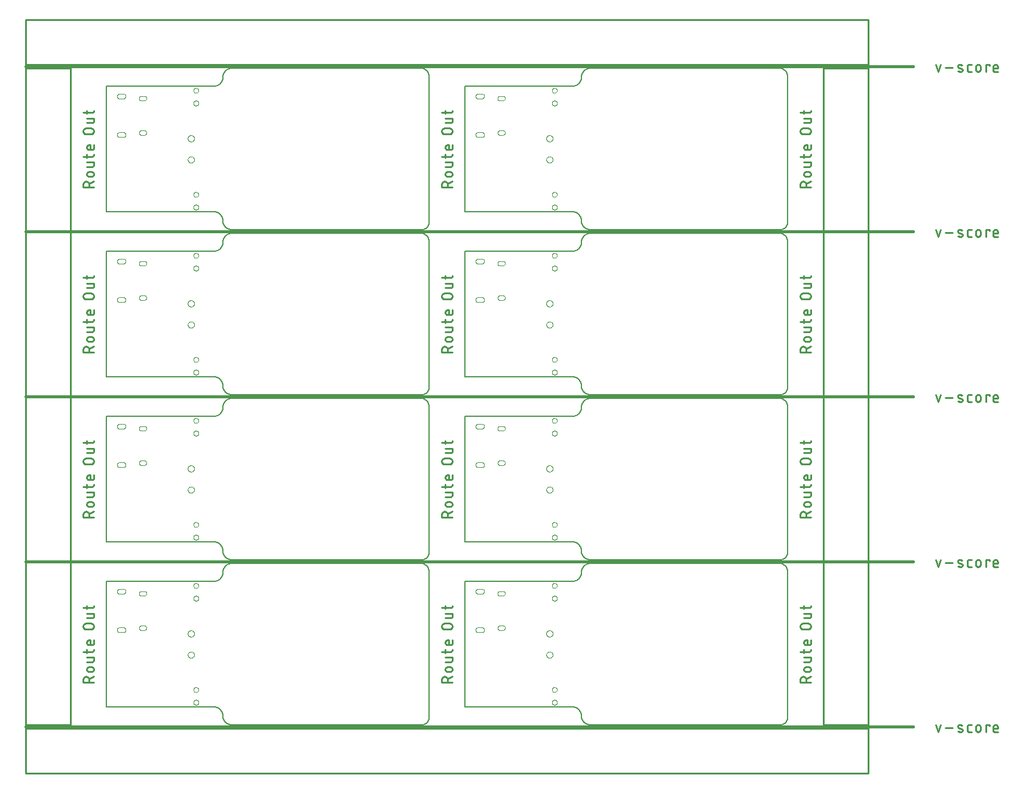
<source format=gko>
G75*
%MOIN*%
%OFA0B0*%
%FSLAX25Y25*%
%IPPOS*%
%LPD*%
%AMOC8*
5,1,8,0,0,1.08239X$1,22.5*
%
%ADD10C,0.00800*%
%ADD11C,0.01100*%
%ADD12C,0.01500*%
%ADD13C,0.01000*%
%ADD14C,0.00079*%
%ADD15C,0.00000*%
D10*
X0046750Y0038500D02*
X0046750Y0108500D01*
X0106750Y0108500D01*
X0106890Y0108502D01*
X0107030Y0108508D01*
X0107170Y0108518D01*
X0107310Y0108531D01*
X0107449Y0108549D01*
X0107588Y0108571D01*
X0107725Y0108596D01*
X0107863Y0108625D01*
X0107999Y0108658D01*
X0108134Y0108695D01*
X0108268Y0108736D01*
X0108401Y0108781D01*
X0108533Y0108829D01*
X0108663Y0108881D01*
X0108792Y0108936D01*
X0108919Y0108995D01*
X0109045Y0109058D01*
X0109169Y0109124D01*
X0109290Y0109193D01*
X0109410Y0109266D01*
X0109528Y0109343D01*
X0109643Y0109422D01*
X0109757Y0109505D01*
X0109867Y0109591D01*
X0109976Y0109680D01*
X0110082Y0109772D01*
X0110185Y0109867D01*
X0110286Y0109964D01*
X0110383Y0110065D01*
X0110478Y0110168D01*
X0110570Y0110274D01*
X0110659Y0110383D01*
X0110745Y0110493D01*
X0110828Y0110607D01*
X0110907Y0110722D01*
X0110984Y0110840D01*
X0111057Y0110960D01*
X0111126Y0111081D01*
X0111192Y0111205D01*
X0111255Y0111331D01*
X0111314Y0111458D01*
X0111369Y0111587D01*
X0111421Y0111717D01*
X0111469Y0111849D01*
X0111514Y0111982D01*
X0111555Y0112116D01*
X0111592Y0112251D01*
X0111625Y0112387D01*
X0111654Y0112525D01*
X0111679Y0112662D01*
X0111701Y0112801D01*
X0111719Y0112940D01*
X0111732Y0113080D01*
X0111742Y0113220D01*
X0111748Y0113360D01*
X0111750Y0113500D01*
X0111752Y0113640D01*
X0111758Y0113780D01*
X0111768Y0113920D01*
X0111781Y0114060D01*
X0111799Y0114199D01*
X0111821Y0114338D01*
X0111846Y0114475D01*
X0111875Y0114613D01*
X0111908Y0114749D01*
X0111945Y0114884D01*
X0111986Y0115018D01*
X0112031Y0115151D01*
X0112079Y0115283D01*
X0112131Y0115413D01*
X0112186Y0115542D01*
X0112245Y0115669D01*
X0112308Y0115795D01*
X0112374Y0115919D01*
X0112443Y0116040D01*
X0112516Y0116160D01*
X0112593Y0116278D01*
X0112672Y0116393D01*
X0112755Y0116507D01*
X0112841Y0116617D01*
X0112930Y0116726D01*
X0113022Y0116832D01*
X0113117Y0116935D01*
X0113214Y0117036D01*
X0113315Y0117133D01*
X0113418Y0117228D01*
X0113524Y0117320D01*
X0113633Y0117409D01*
X0113743Y0117495D01*
X0113857Y0117578D01*
X0113972Y0117657D01*
X0114090Y0117734D01*
X0114210Y0117807D01*
X0114331Y0117876D01*
X0114455Y0117942D01*
X0114581Y0118005D01*
X0114708Y0118064D01*
X0114837Y0118119D01*
X0114967Y0118171D01*
X0115099Y0118219D01*
X0115232Y0118264D01*
X0115366Y0118305D01*
X0115501Y0118342D01*
X0115637Y0118375D01*
X0115775Y0118404D01*
X0115912Y0118429D01*
X0116051Y0118451D01*
X0116190Y0118469D01*
X0116330Y0118482D01*
X0116470Y0118492D01*
X0116610Y0118498D01*
X0116750Y0118500D01*
X0222169Y0118500D01*
X0222518Y0120500D02*
X0116750Y0120500D01*
X0116610Y0120502D01*
X0116470Y0120508D01*
X0116330Y0120518D01*
X0116190Y0120531D01*
X0116051Y0120549D01*
X0115912Y0120571D01*
X0115775Y0120596D01*
X0115637Y0120625D01*
X0115501Y0120658D01*
X0115366Y0120695D01*
X0115232Y0120736D01*
X0115099Y0120781D01*
X0114967Y0120829D01*
X0114837Y0120881D01*
X0114708Y0120936D01*
X0114581Y0120995D01*
X0114455Y0121058D01*
X0114331Y0121124D01*
X0114210Y0121193D01*
X0114090Y0121266D01*
X0113972Y0121343D01*
X0113857Y0121422D01*
X0113743Y0121505D01*
X0113633Y0121591D01*
X0113524Y0121680D01*
X0113418Y0121772D01*
X0113315Y0121867D01*
X0113214Y0121964D01*
X0113117Y0122065D01*
X0113022Y0122168D01*
X0112930Y0122274D01*
X0112841Y0122383D01*
X0112755Y0122493D01*
X0112672Y0122607D01*
X0112593Y0122722D01*
X0112516Y0122840D01*
X0112443Y0122960D01*
X0112374Y0123081D01*
X0112308Y0123205D01*
X0112245Y0123331D01*
X0112186Y0123458D01*
X0112131Y0123587D01*
X0112079Y0123717D01*
X0112031Y0123849D01*
X0111986Y0123982D01*
X0111945Y0124116D01*
X0111908Y0124251D01*
X0111875Y0124387D01*
X0111846Y0124525D01*
X0111821Y0124662D01*
X0111799Y0124801D01*
X0111781Y0124940D01*
X0111768Y0125080D01*
X0111758Y0125220D01*
X0111752Y0125360D01*
X0111750Y0125500D01*
X0111748Y0125640D01*
X0111742Y0125780D01*
X0111732Y0125920D01*
X0111719Y0126060D01*
X0111701Y0126199D01*
X0111679Y0126338D01*
X0111654Y0126475D01*
X0111625Y0126613D01*
X0111592Y0126749D01*
X0111555Y0126884D01*
X0111514Y0127018D01*
X0111469Y0127151D01*
X0111421Y0127283D01*
X0111369Y0127413D01*
X0111314Y0127542D01*
X0111255Y0127669D01*
X0111192Y0127795D01*
X0111126Y0127919D01*
X0111057Y0128040D01*
X0110984Y0128160D01*
X0110907Y0128278D01*
X0110828Y0128393D01*
X0110745Y0128507D01*
X0110659Y0128617D01*
X0110570Y0128726D01*
X0110478Y0128832D01*
X0110383Y0128935D01*
X0110286Y0129036D01*
X0110185Y0129133D01*
X0110082Y0129228D01*
X0109976Y0129320D01*
X0109867Y0129409D01*
X0109757Y0129495D01*
X0109643Y0129578D01*
X0109528Y0129657D01*
X0109410Y0129734D01*
X0109290Y0129807D01*
X0109169Y0129876D01*
X0109045Y0129942D01*
X0108919Y0130005D01*
X0108792Y0130064D01*
X0108663Y0130119D01*
X0108533Y0130171D01*
X0108401Y0130219D01*
X0108268Y0130264D01*
X0108134Y0130305D01*
X0107999Y0130342D01*
X0107863Y0130375D01*
X0107725Y0130404D01*
X0107588Y0130429D01*
X0107449Y0130451D01*
X0107310Y0130469D01*
X0107170Y0130482D01*
X0107030Y0130492D01*
X0106890Y0130498D01*
X0106750Y0130500D01*
X0046750Y0130500D01*
X0046750Y0200500D01*
X0106750Y0200500D01*
X0106890Y0200502D01*
X0107030Y0200508D01*
X0107170Y0200518D01*
X0107310Y0200531D01*
X0107449Y0200549D01*
X0107588Y0200571D01*
X0107725Y0200596D01*
X0107863Y0200625D01*
X0107999Y0200658D01*
X0108134Y0200695D01*
X0108268Y0200736D01*
X0108401Y0200781D01*
X0108533Y0200829D01*
X0108663Y0200881D01*
X0108792Y0200936D01*
X0108919Y0200995D01*
X0109045Y0201058D01*
X0109169Y0201124D01*
X0109290Y0201193D01*
X0109410Y0201266D01*
X0109528Y0201343D01*
X0109643Y0201422D01*
X0109757Y0201505D01*
X0109867Y0201591D01*
X0109976Y0201680D01*
X0110082Y0201772D01*
X0110185Y0201867D01*
X0110286Y0201964D01*
X0110383Y0202065D01*
X0110478Y0202168D01*
X0110570Y0202274D01*
X0110659Y0202383D01*
X0110745Y0202493D01*
X0110828Y0202607D01*
X0110907Y0202722D01*
X0110984Y0202840D01*
X0111057Y0202960D01*
X0111126Y0203081D01*
X0111192Y0203205D01*
X0111255Y0203331D01*
X0111314Y0203458D01*
X0111369Y0203587D01*
X0111421Y0203717D01*
X0111469Y0203849D01*
X0111514Y0203982D01*
X0111555Y0204116D01*
X0111592Y0204251D01*
X0111625Y0204387D01*
X0111654Y0204525D01*
X0111679Y0204662D01*
X0111701Y0204801D01*
X0111719Y0204940D01*
X0111732Y0205080D01*
X0111742Y0205220D01*
X0111748Y0205360D01*
X0111750Y0205500D01*
X0111752Y0205640D01*
X0111758Y0205780D01*
X0111768Y0205920D01*
X0111781Y0206060D01*
X0111799Y0206199D01*
X0111821Y0206338D01*
X0111846Y0206475D01*
X0111875Y0206613D01*
X0111908Y0206749D01*
X0111945Y0206884D01*
X0111986Y0207018D01*
X0112031Y0207151D01*
X0112079Y0207283D01*
X0112131Y0207413D01*
X0112186Y0207542D01*
X0112245Y0207669D01*
X0112308Y0207795D01*
X0112374Y0207919D01*
X0112443Y0208040D01*
X0112516Y0208160D01*
X0112593Y0208278D01*
X0112672Y0208393D01*
X0112755Y0208507D01*
X0112841Y0208617D01*
X0112930Y0208726D01*
X0113022Y0208832D01*
X0113117Y0208935D01*
X0113214Y0209036D01*
X0113315Y0209133D01*
X0113418Y0209228D01*
X0113524Y0209320D01*
X0113633Y0209409D01*
X0113743Y0209495D01*
X0113857Y0209578D01*
X0113972Y0209657D01*
X0114090Y0209734D01*
X0114210Y0209807D01*
X0114331Y0209876D01*
X0114455Y0209942D01*
X0114581Y0210005D01*
X0114708Y0210064D01*
X0114837Y0210119D01*
X0114967Y0210171D01*
X0115099Y0210219D01*
X0115232Y0210264D01*
X0115366Y0210305D01*
X0115501Y0210342D01*
X0115637Y0210375D01*
X0115775Y0210404D01*
X0115912Y0210429D01*
X0116051Y0210451D01*
X0116190Y0210469D01*
X0116330Y0210482D01*
X0116470Y0210492D01*
X0116610Y0210498D01*
X0116750Y0210500D01*
X0222169Y0210500D01*
X0222518Y0212500D02*
X0116750Y0212500D01*
X0116610Y0212502D01*
X0116470Y0212508D01*
X0116330Y0212518D01*
X0116190Y0212531D01*
X0116051Y0212549D01*
X0115912Y0212571D01*
X0115775Y0212596D01*
X0115637Y0212625D01*
X0115501Y0212658D01*
X0115366Y0212695D01*
X0115232Y0212736D01*
X0115099Y0212781D01*
X0114967Y0212829D01*
X0114837Y0212881D01*
X0114708Y0212936D01*
X0114581Y0212995D01*
X0114455Y0213058D01*
X0114331Y0213124D01*
X0114210Y0213193D01*
X0114090Y0213266D01*
X0113972Y0213343D01*
X0113857Y0213422D01*
X0113743Y0213505D01*
X0113633Y0213591D01*
X0113524Y0213680D01*
X0113418Y0213772D01*
X0113315Y0213867D01*
X0113214Y0213964D01*
X0113117Y0214065D01*
X0113022Y0214168D01*
X0112930Y0214274D01*
X0112841Y0214383D01*
X0112755Y0214493D01*
X0112672Y0214607D01*
X0112593Y0214722D01*
X0112516Y0214840D01*
X0112443Y0214960D01*
X0112374Y0215081D01*
X0112308Y0215205D01*
X0112245Y0215331D01*
X0112186Y0215458D01*
X0112131Y0215587D01*
X0112079Y0215717D01*
X0112031Y0215849D01*
X0111986Y0215982D01*
X0111945Y0216116D01*
X0111908Y0216251D01*
X0111875Y0216387D01*
X0111846Y0216525D01*
X0111821Y0216662D01*
X0111799Y0216801D01*
X0111781Y0216940D01*
X0111768Y0217080D01*
X0111758Y0217220D01*
X0111752Y0217360D01*
X0111750Y0217500D01*
X0111748Y0217640D01*
X0111742Y0217780D01*
X0111732Y0217920D01*
X0111719Y0218060D01*
X0111701Y0218199D01*
X0111679Y0218338D01*
X0111654Y0218475D01*
X0111625Y0218613D01*
X0111592Y0218749D01*
X0111555Y0218884D01*
X0111514Y0219018D01*
X0111469Y0219151D01*
X0111421Y0219283D01*
X0111369Y0219413D01*
X0111314Y0219542D01*
X0111255Y0219669D01*
X0111192Y0219795D01*
X0111126Y0219919D01*
X0111057Y0220040D01*
X0110984Y0220160D01*
X0110907Y0220278D01*
X0110828Y0220393D01*
X0110745Y0220507D01*
X0110659Y0220617D01*
X0110570Y0220726D01*
X0110478Y0220832D01*
X0110383Y0220935D01*
X0110286Y0221036D01*
X0110185Y0221133D01*
X0110082Y0221228D01*
X0109976Y0221320D01*
X0109867Y0221409D01*
X0109757Y0221495D01*
X0109643Y0221578D01*
X0109528Y0221657D01*
X0109410Y0221734D01*
X0109290Y0221807D01*
X0109169Y0221876D01*
X0109045Y0221942D01*
X0108919Y0222005D01*
X0108792Y0222064D01*
X0108663Y0222119D01*
X0108533Y0222171D01*
X0108401Y0222219D01*
X0108268Y0222264D01*
X0108134Y0222305D01*
X0107999Y0222342D01*
X0107863Y0222375D01*
X0107725Y0222404D01*
X0107588Y0222429D01*
X0107449Y0222451D01*
X0107310Y0222469D01*
X0107170Y0222482D01*
X0107030Y0222492D01*
X0106890Y0222498D01*
X0106750Y0222500D01*
X0046750Y0222500D01*
X0046750Y0292500D01*
X0106750Y0292500D01*
X0106890Y0292502D01*
X0107030Y0292508D01*
X0107170Y0292518D01*
X0107310Y0292531D01*
X0107449Y0292549D01*
X0107588Y0292571D01*
X0107725Y0292596D01*
X0107863Y0292625D01*
X0107999Y0292658D01*
X0108134Y0292695D01*
X0108268Y0292736D01*
X0108401Y0292781D01*
X0108533Y0292829D01*
X0108663Y0292881D01*
X0108792Y0292936D01*
X0108919Y0292995D01*
X0109045Y0293058D01*
X0109169Y0293124D01*
X0109290Y0293193D01*
X0109410Y0293266D01*
X0109528Y0293343D01*
X0109643Y0293422D01*
X0109757Y0293505D01*
X0109867Y0293591D01*
X0109976Y0293680D01*
X0110082Y0293772D01*
X0110185Y0293867D01*
X0110286Y0293964D01*
X0110383Y0294065D01*
X0110478Y0294168D01*
X0110570Y0294274D01*
X0110659Y0294383D01*
X0110745Y0294493D01*
X0110828Y0294607D01*
X0110907Y0294722D01*
X0110984Y0294840D01*
X0111057Y0294960D01*
X0111126Y0295081D01*
X0111192Y0295205D01*
X0111255Y0295331D01*
X0111314Y0295458D01*
X0111369Y0295587D01*
X0111421Y0295717D01*
X0111469Y0295849D01*
X0111514Y0295982D01*
X0111555Y0296116D01*
X0111592Y0296251D01*
X0111625Y0296387D01*
X0111654Y0296525D01*
X0111679Y0296662D01*
X0111701Y0296801D01*
X0111719Y0296940D01*
X0111732Y0297080D01*
X0111742Y0297220D01*
X0111748Y0297360D01*
X0111750Y0297500D01*
X0111752Y0297640D01*
X0111758Y0297780D01*
X0111768Y0297920D01*
X0111781Y0298060D01*
X0111799Y0298199D01*
X0111821Y0298338D01*
X0111846Y0298475D01*
X0111875Y0298613D01*
X0111908Y0298749D01*
X0111945Y0298884D01*
X0111986Y0299018D01*
X0112031Y0299151D01*
X0112079Y0299283D01*
X0112131Y0299413D01*
X0112186Y0299542D01*
X0112245Y0299669D01*
X0112308Y0299795D01*
X0112374Y0299919D01*
X0112443Y0300040D01*
X0112516Y0300160D01*
X0112593Y0300278D01*
X0112672Y0300393D01*
X0112755Y0300507D01*
X0112841Y0300617D01*
X0112930Y0300726D01*
X0113022Y0300832D01*
X0113117Y0300935D01*
X0113214Y0301036D01*
X0113315Y0301133D01*
X0113418Y0301228D01*
X0113524Y0301320D01*
X0113633Y0301409D01*
X0113743Y0301495D01*
X0113857Y0301578D01*
X0113972Y0301657D01*
X0114090Y0301734D01*
X0114210Y0301807D01*
X0114331Y0301876D01*
X0114455Y0301942D01*
X0114581Y0302005D01*
X0114708Y0302064D01*
X0114837Y0302119D01*
X0114967Y0302171D01*
X0115099Y0302219D01*
X0115232Y0302264D01*
X0115366Y0302305D01*
X0115501Y0302342D01*
X0115637Y0302375D01*
X0115775Y0302404D01*
X0115912Y0302429D01*
X0116051Y0302451D01*
X0116190Y0302469D01*
X0116330Y0302482D01*
X0116470Y0302492D01*
X0116610Y0302498D01*
X0116750Y0302500D01*
X0222169Y0302500D01*
X0222518Y0304500D02*
X0116750Y0304500D01*
X0116610Y0304502D01*
X0116470Y0304508D01*
X0116330Y0304518D01*
X0116190Y0304531D01*
X0116051Y0304549D01*
X0115912Y0304571D01*
X0115775Y0304596D01*
X0115637Y0304625D01*
X0115501Y0304658D01*
X0115366Y0304695D01*
X0115232Y0304736D01*
X0115099Y0304781D01*
X0114967Y0304829D01*
X0114837Y0304881D01*
X0114708Y0304936D01*
X0114581Y0304995D01*
X0114455Y0305058D01*
X0114331Y0305124D01*
X0114210Y0305193D01*
X0114090Y0305266D01*
X0113972Y0305343D01*
X0113857Y0305422D01*
X0113743Y0305505D01*
X0113633Y0305591D01*
X0113524Y0305680D01*
X0113418Y0305772D01*
X0113315Y0305867D01*
X0113214Y0305964D01*
X0113117Y0306065D01*
X0113022Y0306168D01*
X0112930Y0306274D01*
X0112841Y0306383D01*
X0112755Y0306493D01*
X0112672Y0306607D01*
X0112593Y0306722D01*
X0112516Y0306840D01*
X0112443Y0306960D01*
X0112374Y0307081D01*
X0112308Y0307205D01*
X0112245Y0307331D01*
X0112186Y0307458D01*
X0112131Y0307587D01*
X0112079Y0307717D01*
X0112031Y0307849D01*
X0111986Y0307982D01*
X0111945Y0308116D01*
X0111908Y0308251D01*
X0111875Y0308387D01*
X0111846Y0308525D01*
X0111821Y0308662D01*
X0111799Y0308801D01*
X0111781Y0308940D01*
X0111768Y0309080D01*
X0111758Y0309220D01*
X0111752Y0309360D01*
X0111750Y0309500D01*
X0111748Y0309640D01*
X0111742Y0309780D01*
X0111732Y0309920D01*
X0111719Y0310060D01*
X0111701Y0310199D01*
X0111679Y0310338D01*
X0111654Y0310475D01*
X0111625Y0310613D01*
X0111592Y0310749D01*
X0111555Y0310884D01*
X0111514Y0311018D01*
X0111469Y0311151D01*
X0111421Y0311283D01*
X0111369Y0311413D01*
X0111314Y0311542D01*
X0111255Y0311669D01*
X0111192Y0311795D01*
X0111126Y0311919D01*
X0111057Y0312040D01*
X0110984Y0312160D01*
X0110907Y0312278D01*
X0110828Y0312393D01*
X0110745Y0312507D01*
X0110659Y0312617D01*
X0110570Y0312726D01*
X0110478Y0312832D01*
X0110383Y0312935D01*
X0110286Y0313036D01*
X0110185Y0313133D01*
X0110082Y0313228D01*
X0109976Y0313320D01*
X0109867Y0313409D01*
X0109757Y0313495D01*
X0109643Y0313578D01*
X0109528Y0313657D01*
X0109410Y0313734D01*
X0109290Y0313807D01*
X0109169Y0313876D01*
X0109045Y0313942D01*
X0108919Y0314005D01*
X0108792Y0314064D01*
X0108663Y0314119D01*
X0108533Y0314171D01*
X0108401Y0314219D01*
X0108268Y0314264D01*
X0108134Y0314305D01*
X0107999Y0314342D01*
X0107863Y0314375D01*
X0107725Y0314404D01*
X0107588Y0314429D01*
X0107449Y0314451D01*
X0107310Y0314469D01*
X0107170Y0314482D01*
X0107030Y0314492D01*
X0106890Y0314498D01*
X0106750Y0314500D01*
X0046750Y0314500D01*
X0046750Y0384500D01*
X0106750Y0384500D01*
X0106890Y0384502D01*
X0107030Y0384508D01*
X0107170Y0384518D01*
X0107310Y0384531D01*
X0107449Y0384549D01*
X0107588Y0384571D01*
X0107725Y0384596D01*
X0107863Y0384625D01*
X0107999Y0384658D01*
X0108134Y0384695D01*
X0108268Y0384736D01*
X0108401Y0384781D01*
X0108533Y0384829D01*
X0108663Y0384881D01*
X0108792Y0384936D01*
X0108919Y0384995D01*
X0109045Y0385058D01*
X0109169Y0385124D01*
X0109290Y0385193D01*
X0109410Y0385266D01*
X0109528Y0385343D01*
X0109643Y0385422D01*
X0109757Y0385505D01*
X0109867Y0385591D01*
X0109976Y0385680D01*
X0110082Y0385772D01*
X0110185Y0385867D01*
X0110286Y0385964D01*
X0110383Y0386065D01*
X0110478Y0386168D01*
X0110570Y0386274D01*
X0110659Y0386383D01*
X0110745Y0386493D01*
X0110828Y0386607D01*
X0110907Y0386722D01*
X0110984Y0386840D01*
X0111057Y0386960D01*
X0111126Y0387081D01*
X0111192Y0387205D01*
X0111255Y0387331D01*
X0111314Y0387458D01*
X0111369Y0387587D01*
X0111421Y0387717D01*
X0111469Y0387849D01*
X0111514Y0387982D01*
X0111555Y0388116D01*
X0111592Y0388251D01*
X0111625Y0388387D01*
X0111654Y0388525D01*
X0111679Y0388662D01*
X0111701Y0388801D01*
X0111719Y0388940D01*
X0111732Y0389080D01*
X0111742Y0389220D01*
X0111748Y0389360D01*
X0111750Y0389500D01*
X0111752Y0389640D01*
X0111758Y0389780D01*
X0111768Y0389920D01*
X0111781Y0390060D01*
X0111799Y0390199D01*
X0111821Y0390338D01*
X0111846Y0390475D01*
X0111875Y0390613D01*
X0111908Y0390749D01*
X0111945Y0390884D01*
X0111986Y0391018D01*
X0112031Y0391151D01*
X0112079Y0391283D01*
X0112131Y0391413D01*
X0112186Y0391542D01*
X0112245Y0391669D01*
X0112308Y0391795D01*
X0112374Y0391919D01*
X0112443Y0392040D01*
X0112516Y0392160D01*
X0112593Y0392278D01*
X0112672Y0392393D01*
X0112755Y0392507D01*
X0112841Y0392617D01*
X0112930Y0392726D01*
X0113022Y0392832D01*
X0113117Y0392935D01*
X0113214Y0393036D01*
X0113315Y0393133D01*
X0113418Y0393228D01*
X0113524Y0393320D01*
X0113633Y0393409D01*
X0113743Y0393495D01*
X0113857Y0393578D01*
X0113972Y0393657D01*
X0114090Y0393734D01*
X0114210Y0393807D01*
X0114331Y0393876D01*
X0114455Y0393942D01*
X0114581Y0394005D01*
X0114708Y0394064D01*
X0114837Y0394119D01*
X0114967Y0394171D01*
X0115099Y0394219D01*
X0115232Y0394264D01*
X0115366Y0394305D01*
X0115501Y0394342D01*
X0115637Y0394375D01*
X0115775Y0394404D01*
X0115912Y0394429D01*
X0116051Y0394451D01*
X0116190Y0394469D01*
X0116330Y0394482D01*
X0116470Y0394492D01*
X0116610Y0394498D01*
X0116750Y0394500D01*
X0222169Y0394500D01*
X0222302Y0394498D01*
X0222435Y0394492D01*
X0222568Y0394483D01*
X0222701Y0394469D01*
X0222833Y0394452D01*
X0222964Y0394430D01*
X0223095Y0394405D01*
X0223225Y0394377D01*
X0223355Y0394344D01*
X0223483Y0394308D01*
X0223610Y0394267D01*
X0223736Y0394224D01*
X0223860Y0394176D01*
X0223983Y0394125D01*
X0224105Y0394071D01*
X0224225Y0394013D01*
X0224343Y0393951D01*
X0224460Y0393886D01*
X0224574Y0393818D01*
X0224686Y0393746D01*
X0224797Y0393672D01*
X0224905Y0393594D01*
X0225010Y0393512D01*
X0225114Y0393428D01*
X0225214Y0393341D01*
X0225313Y0393251D01*
X0225408Y0393158D01*
X0225501Y0393063D01*
X0225591Y0392964D01*
X0225678Y0392864D01*
X0225762Y0392760D01*
X0225844Y0392655D01*
X0225922Y0392547D01*
X0225996Y0392436D01*
X0226068Y0392324D01*
X0226136Y0392210D01*
X0226201Y0392093D01*
X0226263Y0391975D01*
X0226321Y0391855D01*
X0226375Y0391733D01*
X0226426Y0391610D01*
X0226474Y0391486D01*
X0226517Y0391360D01*
X0226558Y0391233D01*
X0226594Y0391105D01*
X0226627Y0390975D01*
X0226655Y0390845D01*
X0226680Y0390714D01*
X0226702Y0390583D01*
X0226719Y0390451D01*
X0226733Y0390318D01*
X0226742Y0390185D01*
X0226748Y0390052D01*
X0226750Y0389919D01*
X0226750Y0308732D01*
X0226748Y0308604D01*
X0226742Y0308476D01*
X0226733Y0308349D01*
X0226719Y0308222D01*
X0226702Y0308095D01*
X0226681Y0307969D01*
X0226656Y0307844D01*
X0226627Y0307719D01*
X0226595Y0307596D01*
X0226558Y0307473D01*
X0226519Y0307352D01*
X0226475Y0307231D01*
X0226428Y0307112D01*
X0226377Y0306995D01*
X0226323Y0306879D01*
X0226265Y0306765D01*
X0226204Y0306653D01*
X0226140Y0306543D01*
X0226072Y0306434D01*
X0226001Y0306328D01*
X0225927Y0306224D01*
X0225849Y0306122D01*
X0225769Y0306023D01*
X0225686Y0305926D01*
X0225599Y0305831D01*
X0225510Y0305740D01*
X0225419Y0305651D01*
X0225324Y0305564D01*
X0225227Y0305481D01*
X0225128Y0305401D01*
X0225026Y0305323D01*
X0224922Y0305249D01*
X0224816Y0305178D01*
X0224707Y0305110D01*
X0224597Y0305046D01*
X0224485Y0304985D01*
X0224371Y0304927D01*
X0224255Y0304873D01*
X0224138Y0304822D01*
X0224019Y0304775D01*
X0223898Y0304731D01*
X0223777Y0304692D01*
X0223654Y0304655D01*
X0223531Y0304623D01*
X0223406Y0304594D01*
X0223281Y0304569D01*
X0223155Y0304548D01*
X0223028Y0304531D01*
X0222901Y0304517D01*
X0222774Y0304508D01*
X0222646Y0304502D01*
X0222518Y0304500D01*
X0222169Y0302500D02*
X0222302Y0302498D01*
X0222435Y0302492D01*
X0222568Y0302483D01*
X0222701Y0302469D01*
X0222833Y0302452D01*
X0222964Y0302430D01*
X0223095Y0302405D01*
X0223225Y0302377D01*
X0223355Y0302344D01*
X0223483Y0302308D01*
X0223610Y0302267D01*
X0223736Y0302224D01*
X0223860Y0302176D01*
X0223983Y0302125D01*
X0224105Y0302071D01*
X0224225Y0302013D01*
X0224343Y0301951D01*
X0224460Y0301886D01*
X0224574Y0301818D01*
X0224686Y0301746D01*
X0224797Y0301672D01*
X0224905Y0301594D01*
X0225010Y0301512D01*
X0225114Y0301428D01*
X0225214Y0301341D01*
X0225313Y0301251D01*
X0225408Y0301158D01*
X0225501Y0301063D01*
X0225591Y0300964D01*
X0225678Y0300864D01*
X0225762Y0300760D01*
X0225844Y0300655D01*
X0225922Y0300547D01*
X0225996Y0300436D01*
X0226068Y0300324D01*
X0226136Y0300210D01*
X0226201Y0300093D01*
X0226263Y0299975D01*
X0226321Y0299855D01*
X0226375Y0299733D01*
X0226426Y0299610D01*
X0226474Y0299486D01*
X0226517Y0299360D01*
X0226558Y0299233D01*
X0226594Y0299105D01*
X0226627Y0298975D01*
X0226655Y0298845D01*
X0226680Y0298714D01*
X0226702Y0298583D01*
X0226719Y0298451D01*
X0226733Y0298318D01*
X0226742Y0298185D01*
X0226748Y0298052D01*
X0226750Y0297919D01*
X0226750Y0216732D01*
X0226748Y0216604D01*
X0226742Y0216476D01*
X0226733Y0216349D01*
X0226719Y0216222D01*
X0226702Y0216095D01*
X0226681Y0215969D01*
X0226656Y0215844D01*
X0226627Y0215719D01*
X0226595Y0215596D01*
X0226558Y0215473D01*
X0226519Y0215352D01*
X0226475Y0215231D01*
X0226428Y0215112D01*
X0226377Y0214995D01*
X0226323Y0214879D01*
X0226265Y0214765D01*
X0226204Y0214653D01*
X0226140Y0214543D01*
X0226072Y0214434D01*
X0226001Y0214328D01*
X0225927Y0214224D01*
X0225849Y0214122D01*
X0225769Y0214023D01*
X0225686Y0213926D01*
X0225599Y0213831D01*
X0225510Y0213740D01*
X0225419Y0213651D01*
X0225324Y0213564D01*
X0225227Y0213481D01*
X0225128Y0213401D01*
X0225026Y0213323D01*
X0224922Y0213249D01*
X0224816Y0213178D01*
X0224707Y0213110D01*
X0224597Y0213046D01*
X0224485Y0212985D01*
X0224371Y0212927D01*
X0224255Y0212873D01*
X0224138Y0212822D01*
X0224019Y0212775D01*
X0223898Y0212731D01*
X0223777Y0212692D01*
X0223654Y0212655D01*
X0223531Y0212623D01*
X0223406Y0212594D01*
X0223281Y0212569D01*
X0223155Y0212548D01*
X0223028Y0212531D01*
X0222901Y0212517D01*
X0222774Y0212508D01*
X0222646Y0212502D01*
X0222518Y0212500D01*
X0222169Y0210500D02*
X0222302Y0210498D01*
X0222435Y0210492D01*
X0222568Y0210483D01*
X0222701Y0210469D01*
X0222833Y0210452D01*
X0222964Y0210430D01*
X0223095Y0210405D01*
X0223225Y0210377D01*
X0223355Y0210344D01*
X0223483Y0210308D01*
X0223610Y0210267D01*
X0223736Y0210224D01*
X0223860Y0210176D01*
X0223983Y0210125D01*
X0224105Y0210071D01*
X0224225Y0210013D01*
X0224343Y0209951D01*
X0224460Y0209886D01*
X0224574Y0209818D01*
X0224686Y0209746D01*
X0224797Y0209672D01*
X0224905Y0209594D01*
X0225010Y0209512D01*
X0225114Y0209428D01*
X0225214Y0209341D01*
X0225313Y0209251D01*
X0225408Y0209158D01*
X0225501Y0209063D01*
X0225591Y0208964D01*
X0225678Y0208864D01*
X0225762Y0208760D01*
X0225844Y0208655D01*
X0225922Y0208547D01*
X0225996Y0208436D01*
X0226068Y0208324D01*
X0226136Y0208210D01*
X0226201Y0208093D01*
X0226263Y0207975D01*
X0226321Y0207855D01*
X0226375Y0207733D01*
X0226426Y0207610D01*
X0226474Y0207486D01*
X0226517Y0207360D01*
X0226558Y0207233D01*
X0226594Y0207105D01*
X0226627Y0206975D01*
X0226655Y0206845D01*
X0226680Y0206714D01*
X0226702Y0206583D01*
X0226719Y0206451D01*
X0226733Y0206318D01*
X0226742Y0206185D01*
X0226748Y0206052D01*
X0226750Y0205919D01*
X0226750Y0124732D01*
X0226748Y0124604D01*
X0226742Y0124476D01*
X0226733Y0124349D01*
X0226719Y0124222D01*
X0226702Y0124095D01*
X0226681Y0123969D01*
X0226656Y0123844D01*
X0226627Y0123719D01*
X0226595Y0123596D01*
X0226558Y0123473D01*
X0226519Y0123352D01*
X0226475Y0123231D01*
X0226428Y0123112D01*
X0226377Y0122995D01*
X0226323Y0122879D01*
X0226265Y0122765D01*
X0226204Y0122653D01*
X0226140Y0122543D01*
X0226072Y0122434D01*
X0226001Y0122328D01*
X0225927Y0122224D01*
X0225849Y0122122D01*
X0225769Y0122023D01*
X0225686Y0121926D01*
X0225599Y0121831D01*
X0225510Y0121740D01*
X0225419Y0121651D01*
X0225324Y0121564D01*
X0225227Y0121481D01*
X0225128Y0121401D01*
X0225026Y0121323D01*
X0224922Y0121249D01*
X0224816Y0121178D01*
X0224707Y0121110D01*
X0224597Y0121046D01*
X0224485Y0120985D01*
X0224371Y0120927D01*
X0224255Y0120873D01*
X0224138Y0120822D01*
X0224019Y0120775D01*
X0223898Y0120731D01*
X0223777Y0120692D01*
X0223654Y0120655D01*
X0223531Y0120623D01*
X0223406Y0120594D01*
X0223281Y0120569D01*
X0223155Y0120548D01*
X0223028Y0120531D01*
X0222901Y0120517D01*
X0222774Y0120508D01*
X0222646Y0120502D01*
X0222518Y0120500D01*
X0222169Y0118500D02*
X0222302Y0118498D01*
X0222435Y0118492D01*
X0222568Y0118483D01*
X0222701Y0118469D01*
X0222833Y0118452D01*
X0222964Y0118430D01*
X0223095Y0118405D01*
X0223225Y0118377D01*
X0223355Y0118344D01*
X0223483Y0118308D01*
X0223610Y0118267D01*
X0223736Y0118224D01*
X0223860Y0118176D01*
X0223983Y0118125D01*
X0224105Y0118071D01*
X0224225Y0118013D01*
X0224343Y0117951D01*
X0224460Y0117886D01*
X0224574Y0117818D01*
X0224686Y0117746D01*
X0224797Y0117672D01*
X0224905Y0117594D01*
X0225010Y0117512D01*
X0225114Y0117428D01*
X0225214Y0117341D01*
X0225313Y0117251D01*
X0225408Y0117158D01*
X0225501Y0117063D01*
X0225591Y0116964D01*
X0225678Y0116864D01*
X0225762Y0116760D01*
X0225844Y0116655D01*
X0225922Y0116547D01*
X0225996Y0116436D01*
X0226068Y0116324D01*
X0226136Y0116210D01*
X0226201Y0116093D01*
X0226263Y0115975D01*
X0226321Y0115855D01*
X0226375Y0115733D01*
X0226426Y0115610D01*
X0226474Y0115486D01*
X0226517Y0115360D01*
X0226558Y0115233D01*
X0226594Y0115105D01*
X0226627Y0114975D01*
X0226655Y0114845D01*
X0226680Y0114714D01*
X0226702Y0114583D01*
X0226719Y0114451D01*
X0226733Y0114318D01*
X0226742Y0114185D01*
X0226748Y0114052D01*
X0226750Y0113919D01*
X0226750Y0032732D01*
X0226748Y0032604D01*
X0226742Y0032476D01*
X0226733Y0032349D01*
X0226719Y0032222D01*
X0226702Y0032095D01*
X0226681Y0031969D01*
X0226656Y0031844D01*
X0226627Y0031719D01*
X0226595Y0031596D01*
X0226558Y0031473D01*
X0226519Y0031352D01*
X0226475Y0031231D01*
X0226428Y0031112D01*
X0226377Y0030995D01*
X0226323Y0030879D01*
X0226265Y0030765D01*
X0226204Y0030653D01*
X0226140Y0030543D01*
X0226072Y0030434D01*
X0226001Y0030328D01*
X0225927Y0030224D01*
X0225849Y0030122D01*
X0225769Y0030023D01*
X0225686Y0029926D01*
X0225599Y0029831D01*
X0225510Y0029740D01*
X0225419Y0029651D01*
X0225324Y0029564D01*
X0225227Y0029481D01*
X0225128Y0029401D01*
X0225026Y0029323D01*
X0224922Y0029249D01*
X0224816Y0029178D01*
X0224707Y0029110D01*
X0224597Y0029046D01*
X0224485Y0028985D01*
X0224371Y0028927D01*
X0224255Y0028873D01*
X0224138Y0028822D01*
X0224019Y0028775D01*
X0223898Y0028731D01*
X0223777Y0028692D01*
X0223654Y0028655D01*
X0223531Y0028623D01*
X0223406Y0028594D01*
X0223281Y0028569D01*
X0223155Y0028548D01*
X0223028Y0028531D01*
X0222901Y0028517D01*
X0222774Y0028508D01*
X0222646Y0028502D01*
X0222518Y0028500D01*
X0116750Y0028500D01*
X0116610Y0028502D01*
X0116470Y0028508D01*
X0116330Y0028518D01*
X0116190Y0028531D01*
X0116051Y0028549D01*
X0115912Y0028571D01*
X0115775Y0028596D01*
X0115637Y0028625D01*
X0115501Y0028658D01*
X0115366Y0028695D01*
X0115232Y0028736D01*
X0115099Y0028781D01*
X0114967Y0028829D01*
X0114837Y0028881D01*
X0114708Y0028936D01*
X0114581Y0028995D01*
X0114455Y0029058D01*
X0114331Y0029124D01*
X0114210Y0029193D01*
X0114090Y0029266D01*
X0113972Y0029343D01*
X0113857Y0029422D01*
X0113743Y0029505D01*
X0113633Y0029591D01*
X0113524Y0029680D01*
X0113418Y0029772D01*
X0113315Y0029867D01*
X0113214Y0029964D01*
X0113117Y0030065D01*
X0113022Y0030168D01*
X0112930Y0030274D01*
X0112841Y0030383D01*
X0112755Y0030493D01*
X0112672Y0030607D01*
X0112593Y0030722D01*
X0112516Y0030840D01*
X0112443Y0030960D01*
X0112374Y0031081D01*
X0112308Y0031205D01*
X0112245Y0031331D01*
X0112186Y0031458D01*
X0112131Y0031587D01*
X0112079Y0031717D01*
X0112031Y0031849D01*
X0111986Y0031982D01*
X0111945Y0032116D01*
X0111908Y0032251D01*
X0111875Y0032387D01*
X0111846Y0032525D01*
X0111821Y0032662D01*
X0111799Y0032801D01*
X0111781Y0032940D01*
X0111768Y0033080D01*
X0111758Y0033220D01*
X0111752Y0033360D01*
X0111750Y0033500D01*
X0111748Y0033640D01*
X0111742Y0033780D01*
X0111732Y0033920D01*
X0111719Y0034060D01*
X0111701Y0034199D01*
X0111679Y0034338D01*
X0111654Y0034475D01*
X0111625Y0034613D01*
X0111592Y0034749D01*
X0111555Y0034884D01*
X0111514Y0035018D01*
X0111469Y0035151D01*
X0111421Y0035283D01*
X0111369Y0035413D01*
X0111314Y0035542D01*
X0111255Y0035669D01*
X0111192Y0035795D01*
X0111126Y0035919D01*
X0111057Y0036040D01*
X0110984Y0036160D01*
X0110907Y0036278D01*
X0110828Y0036393D01*
X0110745Y0036507D01*
X0110659Y0036617D01*
X0110570Y0036726D01*
X0110478Y0036832D01*
X0110383Y0036935D01*
X0110286Y0037036D01*
X0110185Y0037133D01*
X0110082Y0037228D01*
X0109976Y0037320D01*
X0109867Y0037409D01*
X0109757Y0037495D01*
X0109643Y0037578D01*
X0109528Y0037657D01*
X0109410Y0037734D01*
X0109290Y0037807D01*
X0109169Y0037876D01*
X0109045Y0037942D01*
X0108919Y0038005D01*
X0108792Y0038064D01*
X0108663Y0038119D01*
X0108533Y0038171D01*
X0108401Y0038219D01*
X0108268Y0038264D01*
X0108134Y0038305D01*
X0107999Y0038342D01*
X0107863Y0038375D01*
X0107725Y0038404D01*
X0107588Y0038429D01*
X0107449Y0038451D01*
X0107310Y0038469D01*
X0107170Y0038482D01*
X0107030Y0038492D01*
X0106890Y0038498D01*
X0106750Y0038500D01*
X0046750Y0038500D01*
X0246750Y0038500D02*
X0246750Y0108500D01*
X0306750Y0108500D01*
X0306890Y0108502D01*
X0307030Y0108508D01*
X0307170Y0108518D01*
X0307310Y0108531D01*
X0307449Y0108549D01*
X0307588Y0108571D01*
X0307725Y0108596D01*
X0307863Y0108625D01*
X0307999Y0108658D01*
X0308134Y0108695D01*
X0308268Y0108736D01*
X0308401Y0108781D01*
X0308533Y0108829D01*
X0308663Y0108881D01*
X0308792Y0108936D01*
X0308919Y0108995D01*
X0309045Y0109058D01*
X0309169Y0109124D01*
X0309290Y0109193D01*
X0309410Y0109266D01*
X0309528Y0109343D01*
X0309643Y0109422D01*
X0309757Y0109505D01*
X0309867Y0109591D01*
X0309976Y0109680D01*
X0310082Y0109772D01*
X0310185Y0109867D01*
X0310286Y0109964D01*
X0310383Y0110065D01*
X0310478Y0110168D01*
X0310570Y0110274D01*
X0310659Y0110383D01*
X0310745Y0110493D01*
X0310828Y0110607D01*
X0310907Y0110722D01*
X0310984Y0110840D01*
X0311057Y0110960D01*
X0311126Y0111081D01*
X0311192Y0111205D01*
X0311255Y0111331D01*
X0311314Y0111458D01*
X0311369Y0111587D01*
X0311421Y0111717D01*
X0311469Y0111849D01*
X0311514Y0111982D01*
X0311555Y0112116D01*
X0311592Y0112251D01*
X0311625Y0112387D01*
X0311654Y0112525D01*
X0311679Y0112662D01*
X0311701Y0112801D01*
X0311719Y0112940D01*
X0311732Y0113080D01*
X0311742Y0113220D01*
X0311748Y0113360D01*
X0311750Y0113500D01*
X0311752Y0113640D01*
X0311758Y0113780D01*
X0311768Y0113920D01*
X0311781Y0114060D01*
X0311799Y0114199D01*
X0311821Y0114338D01*
X0311846Y0114475D01*
X0311875Y0114613D01*
X0311908Y0114749D01*
X0311945Y0114884D01*
X0311986Y0115018D01*
X0312031Y0115151D01*
X0312079Y0115283D01*
X0312131Y0115413D01*
X0312186Y0115542D01*
X0312245Y0115669D01*
X0312308Y0115795D01*
X0312374Y0115919D01*
X0312443Y0116040D01*
X0312516Y0116160D01*
X0312593Y0116278D01*
X0312672Y0116393D01*
X0312755Y0116507D01*
X0312841Y0116617D01*
X0312930Y0116726D01*
X0313022Y0116832D01*
X0313117Y0116935D01*
X0313214Y0117036D01*
X0313315Y0117133D01*
X0313418Y0117228D01*
X0313524Y0117320D01*
X0313633Y0117409D01*
X0313743Y0117495D01*
X0313857Y0117578D01*
X0313972Y0117657D01*
X0314090Y0117734D01*
X0314210Y0117807D01*
X0314331Y0117876D01*
X0314455Y0117942D01*
X0314581Y0118005D01*
X0314708Y0118064D01*
X0314837Y0118119D01*
X0314967Y0118171D01*
X0315099Y0118219D01*
X0315232Y0118264D01*
X0315366Y0118305D01*
X0315501Y0118342D01*
X0315637Y0118375D01*
X0315775Y0118404D01*
X0315912Y0118429D01*
X0316051Y0118451D01*
X0316190Y0118469D01*
X0316330Y0118482D01*
X0316470Y0118492D01*
X0316610Y0118498D01*
X0316750Y0118500D01*
X0422169Y0118500D01*
X0422518Y0120500D02*
X0316750Y0120500D01*
X0316610Y0120502D01*
X0316470Y0120508D01*
X0316330Y0120518D01*
X0316190Y0120531D01*
X0316051Y0120549D01*
X0315912Y0120571D01*
X0315775Y0120596D01*
X0315637Y0120625D01*
X0315501Y0120658D01*
X0315366Y0120695D01*
X0315232Y0120736D01*
X0315099Y0120781D01*
X0314967Y0120829D01*
X0314837Y0120881D01*
X0314708Y0120936D01*
X0314581Y0120995D01*
X0314455Y0121058D01*
X0314331Y0121124D01*
X0314210Y0121193D01*
X0314090Y0121266D01*
X0313972Y0121343D01*
X0313857Y0121422D01*
X0313743Y0121505D01*
X0313633Y0121591D01*
X0313524Y0121680D01*
X0313418Y0121772D01*
X0313315Y0121867D01*
X0313214Y0121964D01*
X0313117Y0122065D01*
X0313022Y0122168D01*
X0312930Y0122274D01*
X0312841Y0122383D01*
X0312755Y0122493D01*
X0312672Y0122607D01*
X0312593Y0122722D01*
X0312516Y0122840D01*
X0312443Y0122960D01*
X0312374Y0123081D01*
X0312308Y0123205D01*
X0312245Y0123331D01*
X0312186Y0123458D01*
X0312131Y0123587D01*
X0312079Y0123717D01*
X0312031Y0123849D01*
X0311986Y0123982D01*
X0311945Y0124116D01*
X0311908Y0124251D01*
X0311875Y0124387D01*
X0311846Y0124525D01*
X0311821Y0124662D01*
X0311799Y0124801D01*
X0311781Y0124940D01*
X0311768Y0125080D01*
X0311758Y0125220D01*
X0311752Y0125360D01*
X0311750Y0125500D01*
X0311748Y0125640D01*
X0311742Y0125780D01*
X0311732Y0125920D01*
X0311719Y0126060D01*
X0311701Y0126199D01*
X0311679Y0126338D01*
X0311654Y0126475D01*
X0311625Y0126613D01*
X0311592Y0126749D01*
X0311555Y0126884D01*
X0311514Y0127018D01*
X0311469Y0127151D01*
X0311421Y0127283D01*
X0311369Y0127413D01*
X0311314Y0127542D01*
X0311255Y0127669D01*
X0311192Y0127795D01*
X0311126Y0127919D01*
X0311057Y0128040D01*
X0310984Y0128160D01*
X0310907Y0128278D01*
X0310828Y0128393D01*
X0310745Y0128507D01*
X0310659Y0128617D01*
X0310570Y0128726D01*
X0310478Y0128832D01*
X0310383Y0128935D01*
X0310286Y0129036D01*
X0310185Y0129133D01*
X0310082Y0129228D01*
X0309976Y0129320D01*
X0309867Y0129409D01*
X0309757Y0129495D01*
X0309643Y0129578D01*
X0309528Y0129657D01*
X0309410Y0129734D01*
X0309290Y0129807D01*
X0309169Y0129876D01*
X0309045Y0129942D01*
X0308919Y0130005D01*
X0308792Y0130064D01*
X0308663Y0130119D01*
X0308533Y0130171D01*
X0308401Y0130219D01*
X0308268Y0130264D01*
X0308134Y0130305D01*
X0307999Y0130342D01*
X0307863Y0130375D01*
X0307725Y0130404D01*
X0307588Y0130429D01*
X0307449Y0130451D01*
X0307310Y0130469D01*
X0307170Y0130482D01*
X0307030Y0130492D01*
X0306890Y0130498D01*
X0306750Y0130500D01*
X0246750Y0130500D01*
X0246750Y0200500D01*
X0306750Y0200500D01*
X0306890Y0200502D01*
X0307030Y0200508D01*
X0307170Y0200518D01*
X0307310Y0200531D01*
X0307449Y0200549D01*
X0307588Y0200571D01*
X0307725Y0200596D01*
X0307863Y0200625D01*
X0307999Y0200658D01*
X0308134Y0200695D01*
X0308268Y0200736D01*
X0308401Y0200781D01*
X0308533Y0200829D01*
X0308663Y0200881D01*
X0308792Y0200936D01*
X0308919Y0200995D01*
X0309045Y0201058D01*
X0309169Y0201124D01*
X0309290Y0201193D01*
X0309410Y0201266D01*
X0309528Y0201343D01*
X0309643Y0201422D01*
X0309757Y0201505D01*
X0309867Y0201591D01*
X0309976Y0201680D01*
X0310082Y0201772D01*
X0310185Y0201867D01*
X0310286Y0201964D01*
X0310383Y0202065D01*
X0310478Y0202168D01*
X0310570Y0202274D01*
X0310659Y0202383D01*
X0310745Y0202493D01*
X0310828Y0202607D01*
X0310907Y0202722D01*
X0310984Y0202840D01*
X0311057Y0202960D01*
X0311126Y0203081D01*
X0311192Y0203205D01*
X0311255Y0203331D01*
X0311314Y0203458D01*
X0311369Y0203587D01*
X0311421Y0203717D01*
X0311469Y0203849D01*
X0311514Y0203982D01*
X0311555Y0204116D01*
X0311592Y0204251D01*
X0311625Y0204387D01*
X0311654Y0204525D01*
X0311679Y0204662D01*
X0311701Y0204801D01*
X0311719Y0204940D01*
X0311732Y0205080D01*
X0311742Y0205220D01*
X0311748Y0205360D01*
X0311750Y0205500D01*
X0311752Y0205640D01*
X0311758Y0205780D01*
X0311768Y0205920D01*
X0311781Y0206060D01*
X0311799Y0206199D01*
X0311821Y0206338D01*
X0311846Y0206475D01*
X0311875Y0206613D01*
X0311908Y0206749D01*
X0311945Y0206884D01*
X0311986Y0207018D01*
X0312031Y0207151D01*
X0312079Y0207283D01*
X0312131Y0207413D01*
X0312186Y0207542D01*
X0312245Y0207669D01*
X0312308Y0207795D01*
X0312374Y0207919D01*
X0312443Y0208040D01*
X0312516Y0208160D01*
X0312593Y0208278D01*
X0312672Y0208393D01*
X0312755Y0208507D01*
X0312841Y0208617D01*
X0312930Y0208726D01*
X0313022Y0208832D01*
X0313117Y0208935D01*
X0313214Y0209036D01*
X0313315Y0209133D01*
X0313418Y0209228D01*
X0313524Y0209320D01*
X0313633Y0209409D01*
X0313743Y0209495D01*
X0313857Y0209578D01*
X0313972Y0209657D01*
X0314090Y0209734D01*
X0314210Y0209807D01*
X0314331Y0209876D01*
X0314455Y0209942D01*
X0314581Y0210005D01*
X0314708Y0210064D01*
X0314837Y0210119D01*
X0314967Y0210171D01*
X0315099Y0210219D01*
X0315232Y0210264D01*
X0315366Y0210305D01*
X0315501Y0210342D01*
X0315637Y0210375D01*
X0315775Y0210404D01*
X0315912Y0210429D01*
X0316051Y0210451D01*
X0316190Y0210469D01*
X0316330Y0210482D01*
X0316470Y0210492D01*
X0316610Y0210498D01*
X0316750Y0210500D01*
X0422169Y0210500D01*
X0422518Y0212500D02*
X0316750Y0212500D01*
X0316610Y0212502D01*
X0316470Y0212508D01*
X0316330Y0212518D01*
X0316190Y0212531D01*
X0316051Y0212549D01*
X0315912Y0212571D01*
X0315775Y0212596D01*
X0315637Y0212625D01*
X0315501Y0212658D01*
X0315366Y0212695D01*
X0315232Y0212736D01*
X0315099Y0212781D01*
X0314967Y0212829D01*
X0314837Y0212881D01*
X0314708Y0212936D01*
X0314581Y0212995D01*
X0314455Y0213058D01*
X0314331Y0213124D01*
X0314210Y0213193D01*
X0314090Y0213266D01*
X0313972Y0213343D01*
X0313857Y0213422D01*
X0313743Y0213505D01*
X0313633Y0213591D01*
X0313524Y0213680D01*
X0313418Y0213772D01*
X0313315Y0213867D01*
X0313214Y0213964D01*
X0313117Y0214065D01*
X0313022Y0214168D01*
X0312930Y0214274D01*
X0312841Y0214383D01*
X0312755Y0214493D01*
X0312672Y0214607D01*
X0312593Y0214722D01*
X0312516Y0214840D01*
X0312443Y0214960D01*
X0312374Y0215081D01*
X0312308Y0215205D01*
X0312245Y0215331D01*
X0312186Y0215458D01*
X0312131Y0215587D01*
X0312079Y0215717D01*
X0312031Y0215849D01*
X0311986Y0215982D01*
X0311945Y0216116D01*
X0311908Y0216251D01*
X0311875Y0216387D01*
X0311846Y0216525D01*
X0311821Y0216662D01*
X0311799Y0216801D01*
X0311781Y0216940D01*
X0311768Y0217080D01*
X0311758Y0217220D01*
X0311752Y0217360D01*
X0311750Y0217500D01*
X0311748Y0217640D01*
X0311742Y0217780D01*
X0311732Y0217920D01*
X0311719Y0218060D01*
X0311701Y0218199D01*
X0311679Y0218338D01*
X0311654Y0218475D01*
X0311625Y0218613D01*
X0311592Y0218749D01*
X0311555Y0218884D01*
X0311514Y0219018D01*
X0311469Y0219151D01*
X0311421Y0219283D01*
X0311369Y0219413D01*
X0311314Y0219542D01*
X0311255Y0219669D01*
X0311192Y0219795D01*
X0311126Y0219919D01*
X0311057Y0220040D01*
X0310984Y0220160D01*
X0310907Y0220278D01*
X0310828Y0220393D01*
X0310745Y0220507D01*
X0310659Y0220617D01*
X0310570Y0220726D01*
X0310478Y0220832D01*
X0310383Y0220935D01*
X0310286Y0221036D01*
X0310185Y0221133D01*
X0310082Y0221228D01*
X0309976Y0221320D01*
X0309867Y0221409D01*
X0309757Y0221495D01*
X0309643Y0221578D01*
X0309528Y0221657D01*
X0309410Y0221734D01*
X0309290Y0221807D01*
X0309169Y0221876D01*
X0309045Y0221942D01*
X0308919Y0222005D01*
X0308792Y0222064D01*
X0308663Y0222119D01*
X0308533Y0222171D01*
X0308401Y0222219D01*
X0308268Y0222264D01*
X0308134Y0222305D01*
X0307999Y0222342D01*
X0307863Y0222375D01*
X0307725Y0222404D01*
X0307588Y0222429D01*
X0307449Y0222451D01*
X0307310Y0222469D01*
X0307170Y0222482D01*
X0307030Y0222492D01*
X0306890Y0222498D01*
X0306750Y0222500D01*
X0246750Y0222500D01*
X0246750Y0292500D01*
X0306750Y0292500D01*
X0306890Y0292502D01*
X0307030Y0292508D01*
X0307170Y0292518D01*
X0307310Y0292531D01*
X0307449Y0292549D01*
X0307588Y0292571D01*
X0307725Y0292596D01*
X0307863Y0292625D01*
X0307999Y0292658D01*
X0308134Y0292695D01*
X0308268Y0292736D01*
X0308401Y0292781D01*
X0308533Y0292829D01*
X0308663Y0292881D01*
X0308792Y0292936D01*
X0308919Y0292995D01*
X0309045Y0293058D01*
X0309169Y0293124D01*
X0309290Y0293193D01*
X0309410Y0293266D01*
X0309528Y0293343D01*
X0309643Y0293422D01*
X0309757Y0293505D01*
X0309867Y0293591D01*
X0309976Y0293680D01*
X0310082Y0293772D01*
X0310185Y0293867D01*
X0310286Y0293964D01*
X0310383Y0294065D01*
X0310478Y0294168D01*
X0310570Y0294274D01*
X0310659Y0294383D01*
X0310745Y0294493D01*
X0310828Y0294607D01*
X0310907Y0294722D01*
X0310984Y0294840D01*
X0311057Y0294960D01*
X0311126Y0295081D01*
X0311192Y0295205D01*
X0311255Y0295331D01*
X0311314Y0295458D01*
X0311369Y0295587D01*
X0311421Y0295717D01*
X0311469Y0295849D01*
X0311514Y0295982D01*
X0311555Y0296116D01*
X0311592Y0296251D01*
X0311625Y0296387D01*
X0311654Y0296525D01*
X0311679Y0296662D01*
X0311701Y0296801D01*
X0311719Y0296940D01*
X0311732Y0297080D01*
X0311742Y0297220D01*
X0311748Y0297360D01*
X0311750Y0297500D01*
X0311752Y0297640D01*
X0311758Y0297780D01*
X0311768Y0297920D01*
X0311781Y0298060D01*
X0311799Y0298199D01*
X0311821Y0298338D01*
X0311846Y0298475D01*
X0311875Y0298613D01*
X0311908Y0298749D01*
X0311945Y0298884D01*
X0311986Y0299018D01*
X0312031Y0299151D01*
X0312079Y0299283D01*
X0312131Y0299413D01*
X0312186Y0299542D01*
X0312245Y0299669D01*
X0312308Y0299795D01*
X0312374Y0299919D01*
X0312443Y0300040D01*
X0312516Y0300160D01*
X0312593Y0300278D01*
X0312672Y0300393D01*
X0312755Y0300507D01*
X0312841Y0300617D01*
X0312930Y0300726D01*
X0313022Y0300832D01*
X0313117Y0300935D01*
X0313214Y0301036D01*
X0313315Y0301133D01*
X0313418Y0301228D01*
X0313524Y0301320D01*
X0313633Y0301409D01*
X0313743Y0301495D01*
X0313857Y0301578D01*
X0313972Y0301657D01*
X0314090Y0301734D01*
X0314210Y0301807D01*
X0314331Y0301876D01*
X0314455Y0301942D01*
X0314581Y0302005D01*
X0314708Y0302064D01*
X0314837Y0302119D01*
X0314967Y0302171D01*
X0315099Y0302219D01*
X0315232Y0302264D01*
X0315366Y0302305D01*
X0315501Y0302342D01*
X0315637Y0302375D01*
X0315775Y0302404D01*
X0315912Y0302429D01*
X0316051Y0302451D01*
X0316190Y0302469D01*
X0316330Y0302482D01*
X0316470Y0302492D01*
X0316610Y0302498D01*
X0316750Y0302500D01*
X0422169Y0302500D01*
X0422518Y0304500D02*
X0316750Y0304500D01*
X0316610Y0304502D01*
X0316470Y0304508D01*
X0316330Y0304518D01*
X0316190Y0304531D01*
X0316051Y0304549D01*
X0315912Y0304571D01*
X0315775Y0304596D01*
X0315637Y0304625D01*
X0315501Y0304658D01*
X0315366Y0304695D01*
X0315232Y0304736D01*
X0315099Y0304781D01*
X0314967Y0304829D01*
X0314837Y0304881D01*
X0314708Y0304936D01*
X0314581Y0304995D01*
X0314455Y0305058D01*
X0314331Y0305124D01*
X0314210Y0305193D01*
X0314090Y0305266D01*
X0313972Y0305343D01*
X0313857Y0305422D01*
X0313743Y0305505D01*
X0313633Y0305591D01*
X0313524Y0305680D01*
X0313418Y0305772D01*
X0313315Y0305867D01*
X0313214Y0305964D01*
X0313117Y0306065D01*
X0313022Y0306168D01*
X0312930Y0306274D01*
X0312841Y0306383D01*
X0312755Y0306493D01*
X0312672Y0306607D01*
X0312593Y0306722D01*
X0312516Y0306840D01*
X0312443Y0306960D01*
X0312374Y0307081D01*
X0312308Y0307205D01*
X0312245Y0307331D01*
X0312186Y0307458D01*
X0312131Y0307587D01*
X0312079Y0307717D01*
X0312031Y0307849D01*
X0311986Y0307982D01*
X0311945Y0308116D01*
X0311908Y0308251D01*
X0311875Y0308387D01*
X0311846Y0308525D01*
X0311821Y0308662D01*
X0311799Y0308801D01*
X0311781Y0308940D01*
X0311768Y0309080D01*
X0311758Y0309220D01*
X0311752Y0309360D01*
X0311750Y0309500D01*
X0311748Y0309640D01*
X0311742Y0309780D01*
X0311732Y0309920D01*
X0311719Y0310060D01*
X0311701Y0310199D01*
X0311679Y0310338D01*
X0311654Y0310475D01*
X0311625Y0310613D01*
X0311592Y0310749D01*
X0311555Y0310884D01*
X0311514Y0311018D01*
X0311469Y0311151D01*
X0311421Y0311283D01*
X0311369Y0311413D01*
X0311314Y0311542D01*
X0311255Y0311669D01*
X0311192Y0311795D01*
X0311126Y0311919D01*
X0311057Y0312040D01*
X0310984Y0312160D01*
X0310907Y0312278D01*
X0310828Y0312393D01*
X0310745Y0312507D01*
X0310659Y0312617D01*
X0310570Y0312726D01*
X0310478Y0312832D01*
X0310383Y0312935D01*
X0310286Y0313036D01*
X0310185Y0313133D01*
X0310082Y0313228D01*
X0309976Y0313320D01*
X0309867Y0313409D01*
X0309757Y0313495D01*
X0309643Y0313578D01*
X0309528Y0313657D01*
X0309410Y0313734D01*
X0309290Y0313807D01*
X0309169Y0313876D01*
X0309045Y0313942D01*
X0308919Y0314005D01*
X0308792Y0314064D01*
X0308663Y0314119D01*
X0308533Y0314171D01*
X0308401Y0314219D01*
X0308268Y0314264D01*
X0308134Y0314305D01*
X0307999Y0314342D01*
X0307863Y0314375D01*
X0307725Y0314404D01*
X0307588Y0314429D01*
X0307449Y0314451D01*
X0307310Y0314469D01*
X0307170Y0314482D01*
X0307030Y0314492D01*
X0306890Y0314498D01*
X0306750Y0314500D01*
X0246750Y0314500D01*
X0246750Y0384500D01*
X0306750Y0384500D01*
X0306890Y0384502D01*
X0307030Y0384508D01*
X0307170Y0384518D01*
X0307310Y0384531D01*
X0307449Y0384549D01*
X0307588Y0384571D01*
X0307725Y0384596D01*
X0307863Y0384625D01*
X0307999Y0384658D01*
X0308134Y0384695D01*
X0308268Y0384736D01*
X0308401Y0384781D01*
X0308533Y0384829D01*
X0308663Y0384881D01*
X0308792Y0384936D01*
X0308919Y0384995D01*
X0309045Y0385058D01*
X0309169Y0385124D01*
X0309290Y0385193D01*
X0309410Y0385266D01*
X0309528Y0385343D01*
X0309643Y0385422D01*
X0309757Y0385505D01*
X0309867Y0385591D01*
X0309976Y0385680D01*
X0310082Y0385772D01*
X0310185Y0385867D01*
X0310286Y0385964D01*
X0310383Y0386065D01*
X0310478Y0386168D01*
X0310570Y0386274D01*
X0310659Y0386383D01*
X0310745Y0386493D01*
X0310828Y0386607D01*
X0310907Y0386722D01*
X0310984Y0386840D01*
X0311057Y0386960D01*
X0311126Y0387081D01*
X0311192Y0387205D01*
X0311255Y0387331D01*
X0311314Y0387458D01*
X0311369Y0387587D01*
X0311421Y0387717D01*
X0311469Y0387849D01*
X0311514Y0387982D01*
X0311555Y0388116D01*
X0311592Y0388251D01*
X0311625Y0388387D01*
X0311654Y0388525D01*
X0311679Y0388662D01*
X0311701Y0388801D01*
X0311719Y0388940D01*
X0311732Y0389080D01*
X0311742Y0389220D01*
X0311748Y0389360D01*
X0311750Y0389500D01*
X0311752Y0389640D01*
X0311758Y0389780D01*
X0311768Y0389920D01*
X0311781Y0390060D01*
X0311799Y0390199D01*
X0311821Y0390338D01*
X0311846Y0390475D01*
X0311875Y0390613D01*
X0311908Y0390749D01*
X0311945Y0390884D01*
X0311986Y0391018D01*
X0312031Y0391151D01*
X0312079Y0391283D01*
X0312131Y0391413D01*
X0312186Y0391542D01*
X0312245Y0391669D01*
X0312308Y0391795D01*
X0312374Y0391919D01*
X0312443Y0392040D01*
X0312516Y0392160D01*
X0312593Y0392278D01*
X0312672Y0392393D01*
X0312755Y0392507D01*
X0312841Y0392617D01*
X0312930Y0392726D01*
X0313022Y0392832D01*
X0313117Y0392935D01*
X0313214Y0393036D01*
X0313315Y0393133D01*
X0313418Y0393228D01*
X0313524Y0393320D01*
X0313633Y0393409D01*
X0313743Y0393495D01*
X0313857Y0393578D01*
X0313972Y0393657D01*
X0314090Y0393734D01*
X0314210Y0393807D01*
X0314331Y0393876D01*
X0314455Y0393942D01*
X0314581Y0394005D01*
X0314708Y0394064D01*
X0314837Y0394119D01*
X0314967Y0394171D01*
X0315099Y0394219D01*
X0315232Y0394264D01*
X0315366Y0394305D01*
X0315501Y0394342D01*
X0315637Y0394375D01*
X0315775Y0394404D01*
X0315912Y0394429D01*
X0316051Y0394451D01*
X0316190Y0394469D01*
X0316330Y0394482D01*
X0316470Y0394492D01*
X0316610Y0394498D01*
X0316750Y0394500D01*
X0422169Y0394500D01*
X0422302Y0394498D01*
X0422435Y0394492D01*
X0422568Y0394483D01*
X0422701Y0394469D01*
X0422833Y0394452D01*
X0422964Y0394430D01*
X0423095Y0394405D01*
X0423225Y0394377D01*
X0423355Y0394344D01*
X0423483Y0394308D01*
X0423610Y0394267D01*
X0423736Y0394224D01*
X0423860Y0394176D01*
X0423983Y0394125D01*
X0424105Y0394071D01*
X0424225Y0394013D01*
X0424343Y0393951D01*
X0424460Y0393886D01*
X0424574Y0393818D01*
X0424686Y0393746D01*
X0424797Y0393672D01*
X0424905Y0393594D01*
X0425010Y0393512D01*
X0425114Y0393428D01*
X0425214Y0393341D01*
X0425313Y0393251D01*
X0425408Y0393158D01*
X0425501Y0393063D01*
X0425591Y0392964D01*
X0425678Y0392864D01*
X0425762Y0392760D01*
X0425844Y0392655D01*
X0425922Y0392547D01*
X0425996Y0392436D01*
X0426068Y0392324D01*
X0426136Y0392210D01*
X0426201Y0392093D01*
X0426263Y0391975D01*
X0426321Y0391855D01*
X0426375Y0391733D01*
X0426426Y0391610D01*
X0426474Y0391486D01*
X0426517Y0391360D01*
X0426558Y0391233D01*
X0426594Y0391105D01*
X0426627Y0390975D01*
X0426655Y0390845D01*
X0426680Y0390714D01*
X0426702Y0390583D01*
X0426719Y0390451D01*
X0426733Y0390318D01*
X0426742Y0390185D01*
X0426748Y0390052D01*
X0426750Y0389919D01*
X0426750Y0308732D01*
X0426748Y0308604D01*
X0426742Y0308476D01*
X0426733Y0308349D01*
X0426719Y0308222D01*
X0426702Y0308095D01*
X0426681Y0307969D01*
X0426656Y0307844D01*
X0426627Y0307719D01*
X0426595Y0307596D01*
X0426558Y0307473D01*
X0426519Y0307352D01*
X0426475Y0307231D01*
X0426428Y0307112D01*
X0426377Y0306995D01*
X0426323Y0306879D01*
X0426265Y0306765D01*
X0426204Y0306653D01*
X0426140Y0306543D01*
X0426072Y0306434D01*
X0426001Y0306328D01*
X0425927Y0306224D01*
X0425849Y0306122D01*
X0425769Y0306023D01*
X0425686Y0305926D01*
X0425599Y0305831D01*
X0425510Y0305740D01*
X0425419Y0305651D01*
X0425324Y0305564D01*
X0425227Y0305481D01*
X0425128Y0305401D01*
X0425026Y0305323D01*
X0424922Y0305249D01*
X0424816Y0305178D01*
X0424707Y0305110D01*
X0424597Y0305046D01*
X0424485Y0304985D01*
X0424371Y0304927D01*
X0424255Y0304873D01*
X0424138Y0304822D01*
X0424019Y0304775D01*
X0423898Y0304731D01*
X0423777Y0304692D01*
X0423654Y0304655D01*
X0423531Y0304623D01*
X0423406Y0304594D01*
X0423281Y0304569D01*
X0423155Y0304548D01*
X0423028Y0304531D01*
X0422901Y0304517D01*
X0422774Y0304508D01*
X0422646Y0304502D01*
X0422518Y0304500D01*
X0422169Y0302500D02*
X0422302Y0302498D01*
X0422435Y0302492D01*
X0422568Y0302483D01*
X0422701Y0302469D01*
X0422833Y0302452D01*
X0422964Y0302430D01*
X0423095Y0302405D01*
X0423225Y0302377D01*
X0423355Y0302344D01*
X0423483Y0302308D01*
X0423610Y0302267D01*
X0423736Y0302224D01*
X0423860Y0302176D01*
X0423983Y0302125D01*
X0424105Y0302071D01*
X0424225Y0302013D01*
X0424343Y0301951D01*
X0424460Y0301886D01*
X0424574Y0301818D01*
X0424686Y0301746D01*
X0424797Y0301672D01*
X0424905Y0301594D01*
X0425010Y0301512D01*
X0425114Y0301428D01*
X0425214Y0301341D01*
X0425313Y0301251D01*
X0425408Y0301158D01*
X0425501Y0301063D01*
X0425591Y0300964D01*
X0425678Y0300864D01*
X0425762Y0300760D01*
X0425844Y0300655D01*
X0425922Y0300547D01*
X0425996Y0300436D01*
X0426068Y0300324D01*
X0426136Y0300210D01*
X0426201Y0300093D01*
X0426263Y0299975D01*
X0426321Y0299855D01*
X0426375Y0299733D01*
X0426426Y0299610D01*
X0426474Y0299486D01*
X0426517Y0299360D01*
X0426558Y0299233D01*
X0426594Y0299105D01*
X0426627Y0298975D01*
X0426655Y0298845D01*
X0426680Y0298714D01*
X0426702Y0298583D01*
X0426719Y0298451D01*
X0426733Y0298318D01*
X0426742Y0298185D01*
X0426748Y0298052D01*
X0426750Y0297919D01*
X0426750Y0216732D01*
X0426748Y0216604D01*
X0426742Y0216476D01*
X0426733Y0216349D01*
X0426719Y0216222D01*
X0426702Y0216095D01*
X0426681Y0215969D01*
X0426656Y0215844D01*
X0426627Y0215719D01*
X0426595Y0215596D01*
X0426558Y0215473D01*
X0426519Y0215352D01*
X0426475Y0215231D01*
X0426428Y0215112D01*
X0426377Y0214995D01*
X0426323Y0214879D01*
X0426265Y0214765D01*
X0426204Y0214653D01*
X0426140Y0214543D01*
X0426072Y0214434D01*
X0426001Y0214328D01*
X0425927Y0214224D01*
X0425849Y0214122D01*
X0425769Y0214023D01*
X0425686Y0213926D01*
X0425599Y0213831D01*
X0425510Y0213740D01*
X0425419Y0213651D01*
X0425324Y0213564D01*
X0425227Y0213481D01*
X0425128Y0213401D01*
X0425026Y0213323D01*
X0424922Y0213249D01*
X0424816Y0213178D01*
X0424707Y0213110D01*
X0424597Y0213046D01*
X0424485Y0212985D01*
X0424371Y0212927D01*
X0424255Y0212873D01*
X0424138Y0212822D01*
X0424019Y0212775D01*
X0423898Y0212731D01*
X0423777Y0212692D01*
X0423654Y0212655D01*
X0423531Y0212623D01*
X0423406Y0212594D01*
X0423281Y0212569D01*
X0423155Y0212548D01*
X0423028Y0212531D01*
X0422901Y0212517D01*
X0422774Y0212508D01*
X0422646Y0212502D01*
X0422518Y0212500D01*
X0422169Y0210500D02*
X0422302Y0210498D01*
X0422435Y0210492D01*
X0422568Y0210483D01*
X0422701Y0210469D01*
X0422833Y0210452D01*
X0422964Y0210430D01*
X0423095Y0210405D01*
X0423225Y0210377D01*
X0423355Y0210344D01*
X0423483Y0210308D01*
X0423610Y0210267D01*
X0423736Y0210224D01*
X0423860Y0210176D01*
X0423983Y0210125D01*
X0424105Y0210071D01*
X0424225Y0210013D01*
X0424343Y0209951D01*
X0424460Y0209886D01*
X0424574Y0209818D01*
X0424686Y0209746D01*
X0424797Y0209672D01*
X0424905Y0209594D01*
X0425010Y0209512D01*
X0425114Y0209428D01*
X0425214Y0209341D01*
X0425313Y0209251D01*
X0425408Y0209158D01*
X0425501Y0209063D01*
X0425591Y0208964D01*
X0425678Y0208864D01*
X0425762Y0208760D01*
X0425844Y0208655D01*
X0425922Y0208547D01*
X0425996Y0208436D01*
X0426068Y0208324D01*
X0426136Y0208210D01*
X0426201Y0208093D01*
X0426263Y0207975D01*
X0426321Y0207855D01*
X0426375Y0207733D01*
X0426426Y0207610D01*
X0426474Y0207486D01*
X0426517Y0207360D01*
X0426558Y0207233D01*
X0426594Y0207105D01*
X0426627Y0206975D01*
X0426655Y0206845D01*
X0426680Y0206714D01*
X0426702Y0206583D01*
X0426719Y0206451D01*
X0426733Y0206318D01*
X0426742Y0206185D01*
X0426748Y0206052D01*
X0426750Y0205919D01*
X0426750Y0124732D01*
X0426748Y0124604D01*
X0426742Y0124476D01*
X0426733Y0124349D01*
X0426719Y0124222D01*
X0426702Y0124095D01*
X0426681Y0123969D01*
X0426656Y0123844D01*
X0426627Y0123719D01*
X0426595Y0123596D01*
X0426558Y0123473D01*
X0426519Y0123352D01*
X0426475Y0123231D01*
X0426428Y0123112D01*
X0426377Y0122995D01*
X0426323Y0122879D01*
X0426265Y0122765D01*
X0426204Y0122653D01*
X0426140Y0122543D01*
X0426072Y0122434D01*
X0426001Y0122328D01*
X0425927Y0122224D01*
X0425849Y0122122D01*
X0425769Y0122023D01*
X0425686Y0121926D01*
X0425599Y0121831D01*
X0425510Y0121740D01*
X0425419Y0121651D01*
X0425324Y0121564D01*
X0425227Y0121481D01*
X0425128Y0121401D01*
X0425026Y0121323D01*
X0424922Y0121249D01*
X0424816Y0121178D01*
X0424707Y0121110D01*
X0424597Y0121046D01*
X0424485Y0120985D01*
X0424371Y0120927D01*
X0424255Y0120873D01*
X0424138Y0120822D01*
X0424019Y0120775D01*
X0423898Y0120731D01*
X0423777Y0120692D01*
X0423654Y0120655D01*
X0423531Y0120623D01*
X0423406Y0120594D01*
X0423281Y0120569D01*
X0423155Y0120548D01*
X0423028Y0120531D01*
X0422901Y0120517D01*
X0422774Y0120508D01*
X0422646Y0120502D01*
X0422518Y0120500D01*
X0422169Y0118500D02*
X0422302Y0118498D01*
X0422435Y0118492D01*
X0422568Y0118483D01*
X0422701Y0118469D01*
X0422833Y0118452D01*
X0422964Y0118430D01*
X0423095Y0118405D01*
X0423225Y0118377D01*
X0423355Y0118344D01*
X0423483Y0118308D01*
X0423610Y0118267D01*
X0423736Y0118224D01*
X0423860Y0118176D01*
X0423983Y0118125D01*
X0424105Y0118071D01*
X0424225Y0118013D01*
X0424343Y0117951D01*
X0424460Y0117886D01*
X0424574Y0117818D01*
X0424686Y0117746D01*
X0424797Y0117672D01*
X0424905Y0117594D01*
X0425010Y0117512D01*
X0425114Y0117428D01*
X0425214Y0117341D01*
X0425313Y0117251D01*
X0425408Y0117158D01*
X0425501Y0117063D01*
X0425591Y0116964D01*
X0425678Y0116864D01*
X0425762Y0116760D01*
X0425844Y0116655D01*
X0425922Y0116547D01*
X0425996Y0116436D01*
X0426068Y0116324D01*
X0426136Y0116210D01*
X0426201Y0116093D01*
X0426263Y0115975D01*
X0426321Y0115855D01*
X0426375Y0115733D01*
X0426426Y0115610D01*
X0426474Y0115486D01*
X0426517Y0115360D01*
X0426558Y0115233D01*
X0426594Y0115105D01*
X0426627Y0114975D01*
X0426655Y0114845D01*
X0426680Y0114714D01*
X0426702Y0114583D01*
X0426719Y0114451D01*
X0426733Y0114318D01*
X0426742Y0114185D01*
X0426748Y0114052D01*
X0426750Y0113919D01*
X0426750Y0032732D01*
X0426748Y0032604D01*
X0426742Y0032476D01*
X0426733Y0032349D01*
X0426719Y0032222D01*
X0426702Y0032095D01*
X0426681Y0031969D01*
X0426656Y0031844D01*
X0426627Y0031719D01*
X0426595Y0031596D01*
X0426558Y0031473D01*
X0426519Y0031352D01*
X0426475Y0031231D01*
X0426428Y0031112D01*
X0426377Y0030995D01*
X0426323Y0030879D01*
X0426265Y0030765D01*
X0426204Y0030653D01*
X0426140Y0030543D01*
X0426072Y0030434D01*
X0426001Y0030328D01*
X0425927Y0030224D01*
X0425849Y0030122D01*
X0425769Y0030023D01*
X0425686Y0029926D01*
X0425599Y0029831D01*
X0425510Y0029740D01*
X0425419Y0029651D01*
X0425324Y0029564D01*
X0425227Y0029481D01*
X0425128Y0029401D01*
X0425026Y0029323D01*
X0424922Y0029249D01*
X0424816Y0029178D01*
X0424707Y0029110D01*
X0424597Y0029046D01*
X0424485Y0028985D01*
X0424371Y0028927D01*
X0424255Y0028873D01*
X0424138Y0028822D01*
X0424019Y0028775D01*
X0423898Y0028731D01*
X0423777Y0028692D01*
X0423654Y0028655D01*
X0423531Y0028623D01*
X0423406Y0028594D01*
X0423281Y0028569D01*
X0423155Y0028548D01*
X0423028Y0028531D01*
X0422901Y0028517D01*
X0422774Y0028508D01*
X0422646Y0028502D01*
X0422518Y0028500D01*
X0316750Y0028500D01*
X0316610Y0028502D01*
X0316470Y0028508D01*
X0316330Y0028518D01*
X0316190Y0028531D01*
X0316051Y0028549D01*
X0315912Y0028571D01*
X0315775Y0028596D01*
X0315637Y0028625D01*
X0315501Y0028658D01*
X0315366Y0028695D01*
X0315232Y0028736D01*
X0315099Y0028781D01*
X0314967Y0028829D01*
X0314837Y0028881D01*
X0314708Y0028936D01*
X0314581Y0028995D01*
X0314455Y0029058D01*
X0314331Y0029124D01*
X0314210Y0029193D01*
X0314090Y0029266D01*
X0313972Y0029343D01*
X0313857Y0029422D01*
X0313743Y0029505D01*
X0313633Y0029591D01*
X0313524Y0029680D01*
X0313418Y0029772D01*
X0313315Y0029867D01*
X0313214Y0029964D01*
X0313117Y0030065D01*
X0313022Y0030168D01*
X0312930Y0030274D01*
X0312841Y0030383D01*
X0312755Y0030493D01*
X0312672Y0030607D01*
X0312593Y0030722D01*
X0312516Y0030840D01*
X0312443Y0030960D01*
X0312374Y0031081D01*
X0312308Y0031205D01*
X0312245Y0031331D01*
X0312186Y0031458D01*
X0312131Y0031587D01*
X0312079Y0031717D01*
X0312031Y0031849D01*
X0311986Y0031982D01*
X0311945Y0032116D01*
X0311908Y0032251D01*
X0311875Y0032387D01*
X0311846Y0032525D01*
X0311821Y0032662D01*
X0311799Y0032801D01*
X0311781Y0032940D01*
X0311768Y0033080D01*
X0311758Y0033220D01*
X0311752Y0033360D01*
X0311750Y0033500D01*
X0311748Y0033640D01*
X0311742Y0033780D01*
X0311732Y0033920D01*
X0311719Y0034060D01*
X0311701Y0034199D01*
X0311679Y0034338D01*
X0311654Y0034475D01*
X0311625Y0034613D01*
X0311592Y0034749D01*
X0311555Y0034884D01*
X0311514Y0035018D01*
X0311469Y0035151D01*
X0311421Y0035283D01*
X0311369Y0035413D01*
X0311314Y0035542D01*
X0311255Y0035669D01*
X0311192Y0035795D01*
X0311126Y0035919D01*
X0311057Y0036040D01*
X0310984Y0036160D01*
X0310907Y0036278D01*
X0310828Y0036393D01*
X0310745Y0036507D01*
X0310659Y0036617D01*
X0310570Y0036726D01*
X0310478Y0036832D01*
X0310383Y0036935D01*
X0310286Y0037036D01*
X0310185Y0037133D01*
X0310082Y0037228D01*
X0309976Y0037320D01*
X0309867Y0037409D01*
X0309757Y0037495D01*
X0309643Y0037578D01*
X0309528Y0037657D01*
X0309410Y0037734D01*
X0309290Y0037807D01*
X0309169Y0037876D01*
X0309045Y0037942D01*
X0308919Y0038005D01*
X0308792Y0038064D01*
X0308663Y0038119D01*
X0308533Y0038171D01*
X0308401Y0038219D01*
X0308268Y0038264D01*
X0308134Y0038305D01*
X0307999Y0038342D01*
X0307863Y0038375D01*
X0307725Y0038404D01*
X0307588Y0038429D01*
X0307449Y0038451D01*
X0307310Y0038469D01*
X0307170Y0038482D01*
X0307030Y0038492D01*
X0306890Y0038498D01*
X0306750Y0038500D01*
X0246750Y0038500D01*
D11*
X0239700Y0052045D02*
X0233800Y0052045D01*
X0233800Y0053684D01*
X0233802Y0053763D01*
X0233808Y0053842D01*
X0233817Y0053921D01*
X0233831Y0053999D01*
X0233848Y0054076D01*
X0233868Y0054153D01*
X0233893Y0054228D01*
X0233921Y0054302D01*
X0233953Y0054375D01*
X0233988Y0054446D01*
X0234026Y0054515D01*
X0234068Y0054582D01*
X0234113Y0054647D01*
X0234161Y0054710D01*
X0234212Y0054771D01*
X0234266Y0054829D01*
X0234323Y0054884D01*
X0234382Y0054937D01*
X0234444Y0054986D01*
X0234508Y0055033D01*
X0234574Y0055076D01*
X0234642Y0055116D01*
X0234713Y0055153D01*
X0234784Y0055187D01*
X0234858Y0055216D01*
X0234933Y0055243D01*
X0235008Y0055265D01*
X0235085Y0055284D01*
X0235163Y0055300D01*
X0235241Y0055311D01*
X0235320Y0055319D01*
X0235399Y0055323D01*
X0235479Y0055323D01*
X0235558Y0055319D01*
X0235637Y0055311D01*
X0235715Y0055300D01*
X0235793Y0055284D01*
X0235870Y0055265D01*
X0235945Y0055243D01*
X0236020Y0055216D01*
X0236094Y0055187D01*
X0236165Y0055153D01*
X0236236Y0055116D01*
X0236304Y0055076D01*
X0236370Y0055033D01*
X0236434Y0054986D01*
X0236496Y0054937D01*
X0236555Y0054884D01*
X0236612Y0054829D01*
X0236666Y0054771D01*
X0236717Y0054710D01*
X0236765Y0054647D01*
X0236810Y0054582D01*
X0236852Y0054515D01*
X0236890Y0054446D01*
X0236925Y0054375D01*
X0236957Y0054302D01*
X0236985Y0054228D01*
X0237010Y0054153D01*
X0237030Y0054076D01*
X0237047Y0053999D01*
X0237061Y0053921D01*
X0237070Y0053842D01*
X0237076Y0053763D01*
X0237078Y0053684D01*
X0237078Y0052045D01*
X0237078Y0054012D02*
X0239700Y0055323D01*
X0238389Y0058062D02*
X0237078Y0058062D01*
X0237007Y0058064D01*
X0236936Y0058070D01*
X0236866Y0058079D01*
X0236796Y0058093D01*
X0236727Y0058110D01*
X0236659Y0058131D01*
X0236593Y0058155D01*
X0236528Y0058183D01*
X0236464Y0058215D01*
X0236402Y0058250D01*
X0236342Y0058288D01*
X0236285Y0058329D01*
X0236229Y0058374D01*
X0236176Y0058421D01*
X0236126Y0058471D01*
X0236079Y0058524D01*
X0236034Y0058580D01*
X0235993Y0058637D01*
X0235955Y0058697D01*
X0235920Y0058759D01*
X0235888Y0058823D01*
X0235860Y0058888D01*
X0235836Y0058954D01*
X0235815Y0059022D01*
X0235798Y0059091D01*
X0235784Y0059161D01*
X0235775Y0059231D01*
X0235769Y0059302D01*
X0235767Y0059373D01*
X0235769Y0059444D01*
X0235775Y0059515D01*
X0235784Y0059585D01*
X0235798Y0059655D01*
X0235815Y0059724D01*
X0235836Y0059792D01*
X0235860Y0059858D01*
X0235888Y0059923D01*
X0235920Y0059987D01*
X0235955Y0060049D01*
X0235993Y0060109D01*
X0236034Y0060166D01*
X0236079Y0060222D01*
X0236126Y0060275D01*
X0236176Y0060325D01*
X0236229Y0060372D01*
X0236285Y0060417D01*
X0236342Y0060458D01*
X0236402Y0060496D01*
X0236464Y0060531D01*
X0236528Y0060563D01*
X0236593Y0060591D01*
X0236659Y0060615D01*
X0236727Y0060636D01*
X0236796Y0060653D01*
X0236866Y0060667D01*
X0236936Y0060676D01*
X0237007Y0060682D01*
X0237078Y0060684D01*
X0238389Y0060684D01*
X0238460Y0060682D01*
X0238531Y0060676D01*
X0238601Y0060667D01*
X0238671Y0060653D01*
X0238740Y0060636D01*
X0238808Y0060615D01*
X0238874Y0060591D01*
X0238939Y0060563D01*
X0239003Y0060531D01*
X0239065Y0060496D01*
X0239125Y0060458D01*
X0239182Y0060417D01*
X0239238Y0060372D01*
X0239291Y0060325D01*
X0239341Y0060275D01*
X0239388Y0060222D01*
X0239433Y0060166D01*
X0239474Y0060109D01*
X0239512Y0060049D01*
X0239547Y0059987D01*
X0239579Y0059923D01*
X0239607Y0059858D01*
X0239631Y0059792D01*
X0239652Y0059724D01*
X0239669Y0059655D01*
X0239683Y0059585D01*
X0239692Y0059515D01*
X0239698Y0059444D01*
X0239700Y0059373D01*
X0239698Y0059302D01*
X0239692Y0059231D01*
X0239683Y0059161D01*
X0239669Y0059091D01*
X0239652Y0059022D01*
X0239631Y0058954D01*
X0239607Y0058888D01*
X0239579Y0058823D01*
X0239547Y0058759D01*
X0239512Y0058697D01*
X0239474Y0058637D01*
X0239433Y0058580D01*
X0239388Y0058524D01*
X0239341Y0058471D01*
X0239291Y0058421D01*
X0239238Y0058374D01*
X0239182Y0058329D01*
X0239125Y0058288D01*
X0239065Y0058250D01*
X0239003Y0058215D01*
X0238939Y0058183D01*
X0238874Y0058155D01*
X0238808Y0058131D01*
X0238740Y0058110D01*
X0238671Y0058093D01*
X0238601Y0058079D01*
X0238531Y0058070D01*
X0238460Y0058064D01*
X0238389Y0058062D01*
X0238717Y0063601D02*
X0235767Y0063601D01*
X0235767Y0066223D02*
X0239700Y0066223D01*
X0239700Y0064584D01*
X0239698Y0064522D01*
X0239692Y0064461D01*
X0239683Y0064400D01*
X0239669Y0064340D01*
X0239652Y0064280D01*
X0239631Y0064222D01*
X0239606Y0064165D01*
X0239578Y0064110D01*
X0239547Y0064057D01*
X0239512Y0064006D01*
X0239474Y0063957D01*
X0239434Y0063911D01*
X0239390Y0063867D01*
X0239344Y0063827D01*
X0239295Y0063789D01*
X0239244Y0063754D01*
X0239191Y0063723D01*
X0239136Y0063695D01*
X0239079Y0063670D01*
X0239021Y0063649D01*
X0238961Y0063632D01*
X0238901Y0063618D01*
X0238840Y0063609D01*
X0238779Y0063603D01*
X0238717Y0063601D01*
X0238717Y0069233D02*
X0233800Y0069233D01*
X0235767Y0068578D02*
X0235767Y0070544D01*
X0237078Y0073037D02*
X0238717Y0073037D01*
X0238779Y0073039D01*
X0238840Y0073045D01*
X0238901Y0073054D01*
X0238961Y0073068D01*
X0239021Y0073085D01*
X0239079Y0073106D01*
X0239136Y0073131D01*
X0239191Y0073159D01*
X0239244Y0073190D01*
X0239295Y0073225D01*
X0239344Y0073263D01*
X0239390Y0073303D01*
X0239434Y0073347D01*
X0239474Y0073393D01*
X0239512Y0073442D01*
X0239547Y0073493D01*
X0239578Y0073546D01*
X0239606Y0073601D01*
X0239631Y0073658D01*
X0239652Y0073716D01*
X0239669Y0073776D01*
X0239683Y0073836D01*
X0239692Y0073897D01*
X0239698Y0073958D01*
X0239700Y0074020D01*
X0239700Y0075659D01*
X0237733Y0075659D02*
X0237733Y0073037D01*
X0237078Y0073037D02*
X0237007Y0073039D01*
X0236936Y0073045D01*
X0236866Y0073054D01*
X0236796Y0073068D01*
X0236727Y0073085D01*
X0236659Y0073106D01*
X0236593Y0073130D01*
X0236528Y0073158D01*
X0236464Y0073190D01*
X0236402Y0073225D01*
X0236342Y0073263D01*
X0236285Y0073304D01*
X0236229Y0073349D01*
X0236176Y0073396D01*
X0236126Y0073446D01*
X0236079Y0073499D01*
X0236034Y0073555D01*
X0235993Y0073612D01*
X0235955Y0073672D01*
X0235920Y0073734D01*
X0235888Y0073798D01*
X0235860Y0073863D01*
X0235836Y0073929D01*
X0235815Y0073997D01*
X0235798Y0074066D01*
X0235784Y0074136D01*
X0235775Y0074206D01*
X0235769Y0074277D01*
X0235767Y0074348D01*
X0235769Y0074419D01*
X0235775Y0074490D01*
X0235784Y0074560D01*
X0235798Y0074630D01*
X0235815Y0074699D01*
X0235836Y0074767D01*
X0235860Y0074833D01*
X0235888Y0074898D01*
X0235920Y0074962D01*
X0235955Y0075024D01*
X0235993Y0075084D01*
X0236034Y0075141D01*
X0236079Y0075197D01*
X0236126Y0075250D01*
X0236176Y0075300D01*
X0236229Y0075347D01*
X0236285Y0075392D01*
X0236342Y0075433D01*
X0236402Y0075471D01*
X0236464Y0075506D01*
X0236528Y0075538D01*
X0236593Y0075566D01*
X0236659Y0075590D01*
X0236727Y0075611D01*
X0236796Y0075628D01*
X0236866Y0075642D01*
X0236936Y0075651D01*
X0237007Y0075657D01*
X0237078Y0075659D01*
X0237733Y0075659D01*
X0239700Y0070544D02*
X0239700Y0070216D01*
X0239698Y0070154D01*
X0239692Y0070093D01*
X0239683Y0070032D01*
X0239669Y0069972D01*
X0239652Y0069912D01*
X0239631Y0069854D01*
X0239606Y0069797D01*
X0239578Y0069742D01*
X0239547Y0069689D01*
X0239512Y0069638D01*
X0239474Y0069589D01*
X0239434Y0069543D01*
X0239390Y0069499D01*
X0239344Y0069459D01*
X0239295Y0069421D01*
X0239244Y0069386D01*
X0239191Y0069355D01*
X0239136Y0069327D01*
X0239079Y0069302D01*
X0239021Y0069281D01*
X0238961Y0069264D01*
X0238901Y0069250D01*
X0238840Y0069241D01*
X0238779Y0069235D01*
X0238717Y0069233D01*
X0238061Y0081735D02*
X0235439Y0081735D01*
X0235360Y0081737D01*
X0235281Y0081743D01*
X0235202Y0081752D01*
X0235124Y0081766D01*
X0235047Y0081783D01*
X0234970Y0081803D01*
X0234895Y0081828D01*
X0234821Y0081856D01*
X0234748Y0081888D01*
X0234677Y0081923D01*
X0234608Y0081961D01*
X0234541Y0082003D01*
X0234476Y0082048D01*
X0234413Y0082096D01*
X0234352Y0082147D01*
X0234294Y0082201D01*
X0234239Y0082258D01*
X0234186Y0082317D01*
X0234137Y0082379D01*
X0234090Y0082443D01*
X0234047Y0082509D01*
X0234007Y0082577D01*
X0233970Y0082648D01*
X0233936Y0082719D01*
X0233907Y0082793D01*
X0233880Y0082868D01*
X0233858Y0082943D01*
X0233839Y0083020D01*
X0233823Y0083098D01*
X0233812Y0083176D01*
X0233804Y0083255D01*
X0233800Y0083334D01*
X0233800Y0083414D01*
X0233804Y0083493D01*
X0233812Y0083572D01*
X0233823Y0083650D01*
X0233839Y0083728D01*
X0233858Y0083805D01*
X0233880Y0083880D01*
X0233907Y0083955D01*
X0233936Y0084029D01*
X0233970Y0084100D01*
X0234007Y0084171D01*
X0234047Y0084239D01*
X0234090Y0084305D01*
X0234137Y0084369D01*
X0234186Y0084431D01*
X0234239Y0084490D01*
X0234294Y0084547D01*
X0234352Y0084601D01*
X0234413Y0084652D01*
X0234476Y0084700D01*
X0234541Y0084745D01*
X0234608Y0084787D01*
X0234677Y0084825D01*
X0234748Y0084860D01*
X0234821Y0084892D01*
X0234895Y0084920D01*
X0234970Y0084945D01*
X0235047Y0084965D01*
X0235124Y0084982D01*
X0235202Y0084996D01*
X0235281Y0085005D01*
X0235360Y0085011D01*
X0235439Y0085013D01*
X0238061Y0085013D01*
X0238140Y0085011D01*
X0238219Y0085005D01*
X0238298Y0084996D01*
X0238376Y0084982D01*
X0238453Y0084965D01*
X0238530Y0084945D01*
X0238605Y0084920D01*
X0238679Y0084892D01*
X0238752Y0084860D01*
X0238823Y0084825D01*
X0238892Y0084787D01*
X0238959Y0084745D01*
X0239024Y0084700D01*
X0239087Y0084652D01*
X0239148Y0084601D01*
X0239206Y0084547D01*
X0239261Y0084490D01*
X0239314Y0084431D01*
X0239363Y0084369D01*
X0239410Y0084305D01*
X0239453Y0084239D01*
X0239493Y0084171D01*
X0239530Y0084100D01*
X0239564Y0084029D01*
X0239593Y0083955D01*
X0239620Y0083880D01*
X0239642Y0083805D01*
X0239661Y0083728D01*
X0239677Y0083650D01*
X0239688Y0083572D01*
X0239696Y0083493D01*
X0239700Y0083414D01*
X0239700Y0083334D01*
X0239696Y0083255D01*
X0239688Y0083176D01*
X0239677Y0083098D01*
X0239661Y0083020D01*
X0239642Y0082943D01*
X0239620Y0082868D01*
X0239593Y0082793D01*
X0239564Y0082719D01*
X0239530Y0082648D01*
X0239493Y0082577D01*
X0239453Y0082509D01*
X0239410Y0082443D01*
X0239363Y0082379D01*
X0239314Y0082317D01*
X0239261Y0082258D01*
X0239206Y0082201D01*
X0239148Y0082147D01*
X0239087Y0082096D01*
X0239024Y0082048D01*
X0238959Y0082003D01*
X0238892Y0081961D01*
X0238823Y0081923D01*
X0238752Y0081888D01*
X0238679Y0081856D01*
X0238605Y0081828D01*
X0238530Y0081803D01*
X0238453Y0081783D01*
X0238376Y0081766D01*
X0238298Y0081752D01*
X0238219Y0081743D01*
X0238140Y0081737D01*
X0238061Y0081735D01*
X0238717Y0088012D02*
X0235767Y0088012D01*
X0235767Y0090634D02*
X0239700Y0090634D01*
X0239700Y0088995D01*
X0239698Y0088933D01*
X0239692Y0088872D01*
X0239683Y0088811D01*
X0239669Y0088751D01*
X0239652Y0088691D01*
X0239631Y0088633D01*
X0239606Y0088576D01*
X0239578Y0088521D01*
X0239547Y0088468D01*
X0239512Y0088417D01*
X0239474Y0088368D01*
X0239434Y0088322D01*
X0239390Y0088278D01*
X0239344Y0088238D01*
X0239295Y0088200D01*
X0239244Y0088165D01*
X0239191Y0088134D01*
X0239136Y0088106D01*
X0239079Y0088081D01*
X0239021Y0088060D01*
X0238961Y0088043D01*
X0238901Y0088029D01*
X0238840Y0088020D01*
X0238779Y0088014D01*
X0238717Y0088012D01*
X0235767Y0092988D02*
X0235767Y0094955D01*
X0233800Y0093644D02*
X0238717Y0093644D01*
X0238779Y0093646D01*
X0238840Y0093652D01*
X0238901Y0093661D01*
X0238961Y0093675D01*
X0239021Y0093692D01*
X0239079Y0093713D01*
X0239136Y0093738D01*
X0239191Y0093766D01*
X0239244Y0093797D01*
X0239295Y0093832D01*
X0239344Y0093870D01*
X0239390Y0093910D01*
X0239434Y0093954D01*
X0239474Y0094000D01*
X0239512Y0094049D01*
X0239547Y0094100D01*
X0239578Y0094153D01*
X0239606Y0094208D01*
X0239631Y0094265D01*
X0239652Y0094323D01*
X0239669Y0094383D01*
X0239683Y0094443D01*
X0239692Y0094504D01*
X0239698Y0094565D01*
X0239700Y0094627D01*
X0239700Y0094955D01*
X0239700Y0144045D02*
X0233800Y0144045D01*
X0233800Y0145684D01*
X0233802Y0145763D01*
X0233808Y0145842D01*
X0233817Y0145921D01*
X0233831Y0145999D01*
X0233848Y0146076D01*
X0233868Y0146153D01*
X0233893Y0146228D01*
X0233921Y0146302D01*
X0233953Y0146375D01*
X0233988Y0146446D01*
X0234026Y0146515D01*
X0234068Y0146582D01*
X0234113Y0146647D01*
X0234161Y0146710D01*
X0234212Y0146771D01*
X0234266Y0146829D01*
X0234323Y0146884D01*
X0234382Y0146937D01*
X0234444Y0146986D01*
X0234508Y0147033D01*
X0234574Y0147076D01*
X0234642Y0147116D01*
X0234713Y0147153D01*
X0234784Y0147187D01*
X0234858Y0147216D01*
X0234933Y0147243D01*
X0235008Y0147265D01*
X0235085Y0147284D01*
X0235163Y0147300D01*
X0235241Y0147311D01*
X0235320Y0147319D01*
X0235399Y0147323D01*
X0235479Y0147323D01*
X0235558Y0147319D01*
X0235637Y0147311D01*
X0235715Y0147300D01*
X0235793Y0147284D01*
X0235870Y0147265D01*
X0235945Y0147243D01*
X0236020Y0147216D01*
X0236094Y0147187D01*
X0236165Y0147153D01*
X0236236Y0147116D01*
X0236304Y0147076D01*
X0236370Y0147033D01*
X0236434Y0146986D01*
X0236496Y0146937D01*
X0236555Y0146884D01*
X0236612Y0146829D01*
X0236666Y0146771D01*
X0236717Y0146710D01*
X0236765Y0146647D01*
X0236810Y0146582D01*
X0236852Y0146515D01*
X0236890Y0146446D01*
X0236925Y0146375D01*
X0236957Y0146302D01*
X0236985Y0146228D01*
X0237010Y0146153D01*
X0237030Y0146076D01*
X0237047Y0145999D01*
X0237061Y0145921D01*
X0237070Y0145842D01*
X0237076Y0145763D01*
X0237078Y0145684D01*
X0237078Y0144045D01*
X0237078Y0146012D02*
X0239700Y0147323D01*
X0238389Y0150062D02*
X0237078Y0150062D01*
X0237007Y0150064D01*
X0236936Y0150070D01*
X0236866Y0150079D01*
X0236796Y0150093D01*
X0236727Y0150110D01*
X0236659Y0150131D01*
X0236593Y0150155D01*
X0236528Y0150183D01*
X0236464Y0150215D01*
X0236402Y0150250D01*
X0236342Y0150288D01*
X0236285Y0150329D01*
X0236229Y0150374D01*
X0236176Y0150421D01*
X0236126Y0150471D01*
X0236079Y0150524D01*
X0236034Y0150580D01*
X0235993Y0150637D01*
X0235955Y0150697D01*
X0235920Y0150759D01*
X0235888Y0150823D01*
X0235860Y0150888D01*
X0235836Y0150954D01*
X0235815Y0151022D01*
X0235798Y0151091D01*
X0235784Y0151161D01*
X0235775Y0151231D01*
X0235769Y0151302D01*
X0235767Y0151373D01*
X0235769Y0151444D01*
X0235775Y0151515D01*
X0235784Y0151585D01*
X0235798Y0151655D01*
X0235815Y0151724D01*
X0235836Y0151792D01*
X0235860Y0151858D01*
X0235888Y0151923D01*
X0235920Y0151987D01*
X0235955Y0152049D01*
X0235993Y0152109D01*
X0236034Y0152166D01*
X0236079Y0152222D01*
X0236126Y0152275D01*
X0236176Y0152325D01*
X0236229Y0152372D01*
X0236285Y0152417D01*
X0236342Y0152458D01*
X0236402Y0152496D01*
X0236464Y0152531D01*
X0236528Y0152563D01*
X0236593Y0152591D01*
X0236659Y0152615D01*
X0236727Y0152636D01*
X0236796Y0152653D01*
X0236866Y0152667D01*
X0236936Y0152676D01*
X0237007Y0152682D01*
X0237078Y0152684D01*
X0238389Y0152684D01*
X0238460Y0152682D01*
X0238531Y0152676D01*
X0238601Y0152667D01*
X0238671Y0152653D01*
X0238740Y0152636D01*
X0238808Y0152615D01*
X0238874Y0152591D01*
X0238939Y0152563D01*
X0239003Y0152531D01*
X0239065Y0152496D01*
X0239125Y0152458D01*
X0239182Y0152417D01*
X0239238Y0152372D01*
X0239291Y0152325D01*
X0239341Y0152275D01*
X0239388Y0152222D01*
X0239433Y0152166D01*
X0239474Y0152109D01*
X0239512Y0152049D01*
X0239547Y0151987D01*
X0239579Y0151923D01*
X0239607Y0151858D01*
X0239631Y0151792D01*
X0239652Y0151724D01*
X0239669Y0151655D01*
X0239683Y0151585D01*
X0239692Y0151515D01*
X0239698Y0151444D01*
X0239700Y0151373D01*
X0239698Y0151302D01*
X0239692Y0151231D01*
X0239683Y0151161D01*
X0239669Y0151091D01*
X0239652Y0151022D01*
X0239631Y0150954D01*
X0239607Y0150888D01*
X0239579Y0150823D01*
X0239547Y0150759D01*
X0239512Y0150697D01*
X0239474Y0150637D01*
X0239433Y0150580D01*
X0239388Y0150524D01*
X0239341Y0150471D01*
X0239291Y0150421D01*
X0239238Y0150374D01*
X0239182Y0150329D01*
X0239125Y0150288D01*
X0239065Y0150250D01*
X0239003Y0150215D01*
X0238939Y0150183D01*
X0238874Y0150155D01*
X0238808Y0150131D01*
X0238740Y0150110D01*
X0238671Y0150093D01*
X0238601Y0150079D01*
X0238531Y0150070D01*
X0238460Y0150064D01*
X0238389Y0150062D01*
X0238717Y0155601D02*
X0235767Y0155601D01*
X0235767Y0158223D02*
X0239700Y0158223D01*
X0239700Y0156584D01*
X0239698Y0156522D01*
X0239692Y0156461D01*
X0239683Y0156400D01*
X0239669Y0156340D01*
X0239652Y0156280D01*
X0239631Y0156222D01*
X0239606Y0156165D01*
X0239578Y0156110D01*
X0239547Y0156057D01*
X0239512Y0156006D01*
X0239474Y0155957D01*
X0239434Y0155911D01*
X0239390Y0155867D01*
X0239344Y0155827D01*
X0239295Y0155789D01*
X0239244Y0155754D01*
X0239191Y0155723D01*
X0239136Y0155695D01*
X0239079Y0155670D01*
X0239021Y0155649D01*
X0238961Y0155632D01*
X0238901Y0155618D01*
X0238840Y0155609D01*
X0238779Y0155603D01*
X0238717Y0155601D01*
X0235767Y0160578D02*
X0235767Y0162544D01*
X0233800Y0161233D02*
X0238717Y0161233D01*
X0238779Y0161235D01*
X0238840Y0161241D01*
X0238901Y0161250D01*
X0238961Y0161264D01*
X0239021Y0161281D01*
X0239079Y0161302D01*
X0239136Y0161327D01*
X0239191Y0161355D01*
X0239244Y0161386D01*
X0239295Y0161421D01*
X0239344Y0161459D01*
X0239390Y0161499D01*
X0239434Y0161543D01*
X0239474Y0161589D01*
X0239512Y0161638D01*
X0239547Y0161689D01*
X0239578Y0161742D01*
X0239606Y0161797D01*
X0239631Y0161854D01*
X0239652Y0161912D01*
X0239669Y0161972D01*
X0239683Y0162032D01*
X0239692Y0162093D01*
X0239698Y0162154D01*
X0239700Y0162216D01*
X0239700Y0162544D01*
X0238717Y0165037D02*
X0237078Y0165037D01*
X0237733Y0165037D02*
X0237733Y0167659D01*
X0237078Y0167659D01*
X0237007Y0167657D01*
X0236936Y0167651D01*
X0236866Y0167642D01*
X0236796Y0167628D01*
X0236727Y0167611D01*
X0236659Y0167590D01*
X0236593Y0167566D01*
X0236528Y0167538D01*
X0236464Y0167506D01*
X0236402Y0167471D01*
X0236342Y0167433D01*
X0236285Y0167392D01*
X0236229Y0167347D01*
X0236176Y0167300D01*
X0236126Y0167250D01*
X0236079Y0167197D01*
X0236034Y0167141D01*
X0235993Y0167084D01*
X0235955Y0167024D01*
X0235920Y0166962D01*
X0235888Y0166898D01*
X0235860Y0166833D01*
X0235836Y0166767D01*
X0235815Y0166699D01*
X0235798Y0166630D01*
X0235784Y0166560D01*
X0235775Y0166490D01*
X0235769Y0166419D01*
X0235767Y0166348D01*
X0235769Y0166277D01*
X0235775Y0166206D01*
X0235784Y0166136D01*
X0235798Y0166066D01*
X0235815Y0165997D01*
X0235836Y0165929D01*
X0235860Y0165863D01*
X0235888Y0165798D01*
X0235920Y0165734D01*
X0235955Y0165672D01*
X0235993Y0165612D01*
X0236034Y0165555D01*
X0236079Y0165499D01*
X0236126Y0165446D01*
X0236176Y0165396D01*
X0236229Y0165349D01*
X0236285Y0165304D01*
X0236342Y0165263D01*
X0236402Y0165225D01*
X0236464Y0165190D01*
X0236528Y0165158D01*
X0236593Y0165130D01*
X0236659Y0165106D01*
X0236727Y0165085D01*
X0236796Y0165068D01*
X0236866Y0165054D01*
X0236936Y0165045D01*
X0237007Y0165039D01*
X0237078Y0165037D01*
X0238717Y0165037D02*
X0238779Y0165039D01*
X0238840Y0165045D01*
X0238901Y0165054D01*
X0238961Y0165068D01*
X0239021Y0165085D01*
X0239079Y0165106D01*
X0239136Y0165131D01*
X0239191Y0165159D01*
X0239244Y0165190D01*
X0239295Y0165225D01*
X0239344Y0165263D01*
X0239390Y0165303D01*
X0239434Y0165347D01*
X0239474Y0165393D01*
X0239512Y0165442D01*
X0239547Y0165493D01*
X0239578Y0165546D01*
X0239606Y0165601D01*
X0239631Y0165658D01*
X0239652Y0165716D01*
X0239669Y0165776D01*
X0239683Y0165836D01*
X0239692Y0165897D01*
X0239698Y0165958D01*
X0239700Y0166020D01*
X0239700Y0167659D01*
X0238061Y0173735D02*
X0235439Y0173735D01*
X0235360Y0173737D01*
X0235281Y0173743D01*
X0235202Y0173752D01*
X0235124Y0173766D01*
X0235047Y0173783D01*
X0234970Y0173803D01*
X0234895Y0173828D01*
X0234821Y0173856D01*
X0234748Y0173888D01*
X0234677Y0173923D01*
X0234608Y0173961D01*
X0234541Y0174003D01*
X0234476Y0174048D01*
X0234413Y0174096D01*
X0234352Y0174147D01*
X0234294Y0174201D01*
X0234239Y0174258D01*
X0234186Y0174317D01*
X0234137Y0174379D01*
X0234090Y0174443D01*
X0234047Y0174509D01*
X0234007Y0174577D01*
X0233970Y0174648D01*
X0233936Y0174719D01*
X0233907Y0174793D01*
X0233880Y0174868D01*
X0233858Y0174943D01*
X0233839Y0175020D01*
X0233823Y0175098D01*
X0233812Y0175176D01*
X0233804Y0175255D01*
X0233800Y0175334D01*
X0233800Y0175414D01*
X0233804Y0175493D01*
X0233812Y0175572D01*
X0233823Y0175650D01*
X0233839Y0175728D01*
X0233858Y0175805D01*
X0233880Y0175880D01*
X0233907Y0175955D01*
X0233936Y0176029D01*
X0233970Y0176100D01*
X0234007Y0176171D01*
X0234047Y0176239D01*
X0234090Y0176305D01*
X0234137Y0176369D01*
X0234186Y0176431D01*
X0234239Y0176490D01*
X0234294Y0176547D01*
X0234352Y0176601D01*
X0234413Y0176652D01*
X0234476Y0176700D01*
X0234541Y0176745D01*
X0234608Y0176787D01*
X0234677Y0176825D01*
X0234748Y0176860D01*
X0234821Y0176892D01*
X0234895Y0176920D01*
X0234970Y0176945D01*
X0235047Y0176965D01*
X0235124Y0176982D01*
X0235202Y0176996D01*
X0235281Y0177005D01*
X0235360Y0177011D01*
X0235439Y0177013D01*
X0238061Y0177013D01*
X0238140Y0177011D01*
X0238219Y0177005D01*
X0238298Y0176996D01*
X0238376Y0176982D01*
X0238453Y0176965D01*
X0238530Y0176945D01*
X0238605Y0176920D01*
X0238679Y0176892D01*
X0238752Y0176860D01*
X0238823Y0176825D01*
X0238892Y0176787D01*
X0238959Y0176745D01*
X0239024Y0176700D01*
X0239087Y0176652D01*
X0239148Y0176601D01*
X0239206Y0176547D01*
X0239261Y0176490D01*
X0239314Y0176431D01*
X0239363Y0176369D01*
X0239410Y0176305D01*
X0239453Y0176239D01*
X0239493Y0176171D01*
X0239530Y0176100D01*
X0239564Y0176029D01*
X0239593Y0175955D01*
X0239620Y0175880D01*
X0239642Y0175805D01*
X0239661Y0175728D01*
X0239677Y0175650D01*
X0239688Y0175572D01*
X0239696Y0175493D01*
X0239700Y0175414D01*
X0239700Y0175334D01*
X0239696Y0175255D01*
X0239688Y0175176D01*
X0239677Y0175098D01*
X0239661Y0175020D01*
X0239642Y0174943D01*
X0239620Y0174868D01*
X0239593Y0174793D01*
X0239564Y0174719D01*
X0239530Y0174648D01*
X0239493Y0174577D01*
X0239453Y0174509D01*
X0239410Y0174443D01*
X0239363Y0174379D01*
X0239314Y0174317D01*
X0239261Y0174258D01*
X0239206Y0174201D01*
X0239148Y0174147D01*
X0239087Y0174096D01*
X0239024Y0174048D01*
X0238959Y0174003D01*
X0238892Y0173961D01*
X0238823Y0173923D01*
X0238752Y0173888D01*
X0238679Y0173856D01*
X0238605Y0173828D01*
X0238530Y0173803D01*
X0238453Y0173783D01*
X0238376Y0173766D01*
X0238298Y0173752D01*
X0238219Y0173743D01*
X0238140Y0173737D01*
X0238061Y0173735D01*
X0238717Y0180012D02*
X0235767Y0180012D01*
X0235767Y0182634D02*
X0239700Y0182634D01*
X0239700Y0180995D01*
X0239698Y0180933D01*
X0239692Y0180872D01*
X0239683Y0180811D01*
X0239669Y0180751D01*
X0239652Y0180691D01*
X0239631Y0180633D01*
X0239606Y0180576D01*
X0239578Y0180521D01*
X0239547Y0180468D01*
X0239512Y0180417D01*
X0239474Y0180368D01*
X0239434Y0180322D01*
X0239390Y0180278D01*
X0239344Y0180238D01*
X0239295Y0180200D01*
X0239244Y0180165D01*
X0239191Y0180134D01*
X0239136Y0180106D01*
X0239079Y0180081D01*
X0239021Y0180060D01*
X0238961Y0180043D01*
X0238901Y0180029D01*
X0238840Y0180020D01*
X0238779Y0180014D01*
X0238717Y0180012D01*
X0238717Y0185644D02*
X0233800Y0185644D01*
X0235767Y0184988D02*
X0235767Y0186955D01*
X0238717Y0185644D02*
X0238779Y0185646D01*
X0238840Y0185652D01*
X0238901Y0185661D01*
X0238961Y0185675D01*
X0239021Y0185692D01*
X0239079Y0185713D01*
X0239136Y0185738D01*
X0239191Y0185766D01*
X0239244Y0185797D01*
X0239295Y0185832D01*
X0239344Y0185870D01*
X0239390Y0185910D01*
X0239434Y0185954D01*
X0239474Y0186000D01*
X0239512Y0186049D01*
X0239547Y0186100D01*
X0239578Y0186153D01*
X0239606Y0186208D01*
X0239631Y0186265D01*
X0239652Y0186323D01*
X0239669Y0186383D01*
X0239683Y0186443D01*
X0239692Y0186504D01*
X0239698Y0186565D01*
X0239700Y0186627D01*
X0239700Y0186955D01*
X0239700Y0236045D02*
X0233800Y0236045D01*
X0233800Y0237684D01*
X0233802Y0237763D01*
X0233808Y0237842D01*
X0233817Y0237921D01*
X0233831Y0237999D01*
X0233848Y0238076D01*
X0233868Y0238153D01*
X0233893Y0238228D01*
X0233921Y0238302D01*
X0233953Y0238375D01*
X0233988Y0238446D01*
X0234026Y0238515D01*
X0234068Y0238582D01*
X0234113Y0238647D01*
X0234161Y0238710D01*
X0234212Y0238771D01*
X0234266Y0238829D01*
X0234323Y0238884D01*
X0234382Y0238937D01*
X0234444Y0238986D01*
X0234508Y0239033D01*
X0234574Y0239076D01*
X0234642Y0239116D01*
X0234713Y0239153D01*
X0234784Y0239187D01*
X0234858Y0239216D01*
X0234933Y0239243D01*
X0235008Y0239265D01*
X0235085Y0239284D01*
X0235163Y0239300D01*
X0235241Y0239311D01*
X0235320Y0239319D01*
X0235399Y0239323D01*
X0235479Y0239323D01*
X0235558Y0239319D01*
X0235637Y0239311D01*
X0235715Y0239300D01*
X0235793Y0239284D01*
X0235870Y0239265D01*
X0235945Y0239243D01*
X0236020Y0239216D01*
X0236094Y0239187D01*
X0236165Y0239153D01*
X0236236Y0239116D01*
X0236304Y0239076D01*
X0236370Y0239033D01*
X0236434Y0238986D01*
X0236496Y0238937D01*
X0236555Y0238884D01*
X0236612Y0238829D01*
X0236666Y0238771D01*
X0236717Y0238710D01*
X0236765Y0238647D01*
X0236810Y0238582D01*
X0236852Y0238515D01*
X0236890Y0238446D01*
X0236925Y0238375D01*
X0236957Y0238302D01*
X0236985Y0238228D01*
X0237010Y0238153D01*
X0237030Y0238076D01*
X0237047Y0237999D01*
X0237061Y0237921D01*
X0237070Y0237842D01*
X0237076Y0237763D01*
X0237078Y0237684D01*
X0237078Y0236045D01*
X0237078Y0238012D02*
X0239700Y0239323D01*
X0238389Y0242062D02*
X0237078Y0242062D01*
X0237007Y0242064D01*
X0236936Y0242070D01*
X0236866Y0242079D01*
X0236796Y0242093D01*
X0236727Y0242110D01*
X0236659Y0242131D01*
X0236593Y0242155D01*
X0236528Y0242183D01*
X0236464Y0242215D01*
X0236402Y0242250D01*
X0236342Y0242288D01*
X0236285Y0242329D01*
X0236229Y0242374D01*
X0236176Y0242421D01*
X0236126Y0242471D01*
X0236079Y0242524D01*
X0236034Y0242580D01*
X0235993Y0242637D01*
X0235955Y0242697D01*
X0235920Y0242759D01*
X0235888Y0242823D01*
X0235860Y0242888D01*
X0235836Y0242954D01*
X0235815Y0243022D01*
X0235798Y0243091D01*
X0235784Y0243161D01*
X0235775Y0243231D01*
X0235769Y0243302D01*
X0235767Y0243373D01*
X0235769Y0243444D01*
X0235775Y0243515D01*
X0235784Y0243585D01*
X0235798Y0243655D01*
X0235815Y0243724D01*
X0235836Y0243792D01*
X0235860Y0243858D01*
X0235888Y0243923D01*
X0235920Y0243987D01*
X0235955Y0244049D01*
X0235993Y0244109D01*
X0236034Y0244166D01*
X0236079Y0244222D01*
X0236126Y0244275D01*
X0236176Y0244325D01*
X0236229Y0244372D01*
X0236285Y0244417D01*
X0236342Y0244458D01*
X0236402Y0244496D01*
X0236464Y0244531D01*
X0236528Y0244563D01*
X0236593Y0244591D01*
X0236659Y0244615D01*
X0236727Y0244636D01*
X0236796Y0244653D01*
X0236866Y0244667D01*
X0236936Y0244676D01*
X0237007Y0244682D01*
X0237078Y0244684D01*
X0238389Y0244684D01*
X0238460Y0244682D01*
X0238531Y0244676D01*
X0238601Y0244667D01*
X0238671Y0244653D01*
X0238740Y0244636D01*
X0238808Y0244615D01*
X0238874Y0244591D01*
X0238939Y0244563D01*
X0239003Y0244531D01*
X0239065Y0244496D01*
X0239125Y0244458D01*
X0239182Y0244417D01*
X0239238Y0244372D01*
X0239291Y0244325D01*
X0239341Y0244275D01*
X0239388Y0244222D01*
X0239433Y0244166D01*
X0239474Y0244109D01*
X0239512Y0244049D01*
X0239547Y0243987D01*
X0239579Y0243923D01*
X0239607Y0243858D01*
X0239631Y0243792D01*
X0239652Y0243724D01*
X0239669Y0243655D01*
X0239683Y0243585D01*
X0239692Y0243515D01*
X0239698Y0243444D01*
X0239700Y0243373D01*
X0239698Y0243302D01*
X0239692Y0243231D01*
X0239683Y0243161D01*
X0239669Y0243091D01*
X0239652Y0243022D01*
X0239631Y0242954D01*
X0239607Y0242888D01*
X0239579Y0242823D01*
X0239547Y0242759D01*
X0239512Y0242697D01*
X0239474Y0242637D01*
X0239433Y0242580D01*
X0239388Y0242524D01*
X0239341Y0242471D01*
X0239291Y0242421D01*
X0239238Y0242374D01*
X0239182Y0242329D01*
X0239125Y0242288D01*
X0239065Y0242250D01*
X0239003Y0242215D01*
X0238939Y0242183D01*
X0238874Y0242155D01*
X0238808Y0242131D01*
X0238740Y0242110D01*
X0238671Y0242093D01*
X0238601Y0242079D01*
X0238531Y0242070D01*
X0238460Y0242064D01*
X0238389Y0242062D01*
X0238717Y0247601D02*
X0235767Y0247601D01*
X0235767Y0250223D02*
X0239700Y0250223D01*
X0239700Y0248584D01*
X0239698Y0248522D01*
X0239692Y0248461D01*
X0239683Y0248400D01*
X0239669Y0248340D01*
X0239652Y0248280D01*
X0239631Y0248222D01*
X0239606Y0248165D01*
X0239578Y0248110D01*
X0239547Y0248057D01*
X0239512Y0248006D01*
X0239474Y0247957D01*
X0239434Y0247911D01*
X0239390Y0247867D01*
X0239344Y0247827D01*
X0239295Y0247789D01*
X0239244Y0247754D01*
X0239191Y0247723D01*
X0239136Y0247695D01*
X0239079Y0247670D01*
X0239021Y0247649D01*
X0238961Y0247632D01*
X0238901Y0247618D01*
X0238840Y0247609D01*
X0238779Y0247603D01*
X0238717Y0247601D01*
X0238717Y0253233D02*
X0233800Y0253233D01*
X0235767Y0252578D02*
X0235767Y0254544D01*
X0237078Y0257037D02*
X0238717Y0257037D01*
X0238779Y0257039D01*
X0238840Y0257045D01*
X0238901Y0257054D01*
X0238961Y0257068D01*
X0239021Y0257085D01*
X0239079Y0257106D01*
X0239136Y0257131D01*
X0239191Y0257159D01*
X0239244Y0257190D01*
X0239295Y0257225D01*
X0239344Y0257263D01*
X0239390Y0257303D01*
X0239434Y0257347D01*
X0239474Y0257393D01*
X0239512Y0257442D01*
X0239547Y0257493D01*
X0239578Y0257546D01*
X0239606Y0257601D01*
X0239631Y0257658D01*
X0239652Y0257716D01*
X0239669Y0257776D01*
X0239683Y0257836D01*
X0239692Y0257897D01*
X0239698Y0257958D01*
X0239700Y0258020D01*
X0239700Y0259659D01*
X0237733Y0259659D02*
X0237733Y0257037D01*
X0237078Y0257037D02*
X0237007Y0257039D01*
X0236936Y0257045D01*
X0236866Y0257054D01*
X0236796Y0257068D01*
X0236727Y0257085D01*
X0236659Y0257106D01*
X0236593Y0257130D01*
X0236528Y0257158D01*
X0236464Y0257190D01*
X0236402Y0257225D01*
X0236342Y0257263D01*
X0236285Y0257304D01*
X0236229Y0257349D01*
X0236176Y0257396D01*
X0236126Y0257446D01*
X0236079Y0257499D01*
X0236034Y0257555D01*
X0235993Y0257612D01*
X0235955Y0257672D01*
X0235920Y0257734D01*
X0235888Y0257798D01*
X0235860Y0257863D01*
X0235836Y0257929D01*
X0235815Y0257997D01*
X0235798Y0258066D01*
X0235784Y0258136D01*
X0235775Y0258206D01*
X0235769Y0258277D01*
X0235767Y0258348D01*
X0235769Y0258419D01*
X0235775Y0258490D01*
X0235784Y0258560D01*
X0235798Y0258630D01*
X0235815Y0258699D01*
X0235836Y0258767D01*
X0235860Y0258833D01*
X0235888Y0258898D01*
X0235920Y0258962D01*
X0235955Y0259024D01*
X0235993Y0259084D01*
X0236034Y0259141D01*
X0236079Y0259197D01*
X0236126Y0259250D01*
X0236176Y0259300D01*
X0236229Y0259347D01*
X0236285Y0259392D01*
X0236342Y0259433D01*
X0236402Y0259471D01*
X0236464Y0259506D01*
X0236528Y0259538D01*
X0236593Y0259566D01*
X0236659Y0259590D01*
X0236727Y0259611D01*
X0236796Y0259628D01*
X0236866Y0259642D01*
X0236936Y0259651D01*
X0237007Y0259657D01*
X0237078Y0259659D01*
X0237733Y0259659D01*
X0239700Y0254544D02*
X0239700Y0254216D01*
X0239698Y0254154D01*
X0239692Y0254093D01*
X0239683Y0254032D01*
X0239669Y0253972D01*
X0239652Y0253912D01*
X0239631Y0253854D01*
X0239606Y0253797D01*
X0239578Y0253742D01*
X0239547Y0253689D01*
X0239512Y0253638D01*
X0239474Y0253589D01*
X0239434Y0253543D01*
X0239390Y0253499D01*
X0239344Y0253459D01*
X0239295Y0253421D01*
X0239244Y0253386D01*
X0239191Y0253355D01*
X0239136Y0253327D01*
X0239079Y0253302D01*
X0239021Y0253281D01*
X0238961Y0253264D01*
X0238901Y0253250D01*
X0238840Y0253241D01*
X0238779Y0253235D01*
X0238717Y0253233D01*
X0238061Y0265735D02*
X0235439Y0265735D01*
X0235360Y0265737D01*
X0235281Y0265743D01*
X0235202Y0265752D01*
X0235124Y0265766D01*
X0235047Y0265783D01*
X0234970Y0265803D01*
X0234895Y0265828D01*
X0234821Y0265856D01*
X0234748Y0265888D01*
X0234677Y0265923D01*
X0234608Y0265961D01*
X0234541Y0266003D01*
X0234476Y0266048D01*
X0234413Y0266096D01*
X0234352Y0266147D01*
X0234294Y0266201D01*
X0234239Y0266258D01*
X0234186Y0266317D01*
X0234137Y0266379D01*
X0234090Y0266443D01*
X0234047Y0266509D01*
X0234007Y0266577D01*
X0233970Y0266648D01*
X0233936Y0266719D01*
X0233907Y0266793D01*
X0233880Y0266868D01*
X0233858Y0266943D01*
X0233839Y0267020D01*
X0233823Y0267098D01*
X0233812Y0267176D01*
X0233804Y0267255D01*
X0233800Y0267334D01*
X0233800Y0267414D01*
X0233804Y0267493D01*
X0233812Y0267572D01*
X0233823Y0267650D01*
X0233839Y0267728D01*
X0233858Y0267805D01*
X0233880Y0267880D01*
X0233907Y0267955D01*
X0233936Y0268029D01*
X0233970Y0268100D01*
X0234007Y0268171D01*
X0234047Y0268239D01*
X0234090Y0268305D01*
X0234137Y0268369D01*
X0234186Y0268431D01*
X0234239Y0268490D01*
X0234294Y0268547D01*
X0234352Y0268601D01*
X0234413Y0268652D01*
X0234476Y0268700D01*
X0234541Y0268745D01*
X0234608Y0268787D01*
X0234677Y0268825D01*
X0234748Y0268860D01*
X0234821Y0268892D01*
X0234895Y0268920D01*
X0234970Y0268945D01*
X0235047Y0268965D01*
X0235124Y0268982D01*
X0235202Y0268996D01*
X0235281Y0269005D01*
X0235360Y0269011D01*
X0235439Y0269013D01*
X0238061Y0269013D01*
X0238140Y0269011D01*
X0238219Y0269005D01*
X0238298Y0268996D01*
X0238376Y0268982D01*
X0238453Y0268965D01*
X0238530Y0268945D01*
X0238605Y0268920D01*
X0238679Y0268892D01*
X0238752Y0268860D01*
X0238823Y0268825D01*
X0238892Y0268787D01*
X0238959Y0268745D01*
X0239024Y0268700D01*
X0239087Y0268652D01*
X0239148Y0268601D01*
X0239206Y0268547D01*
X0239261Y0268490D01*
X0239314Y0268431D01*
X0239363Y0268369D01*
X0239410Y0268305D01*
X0239453Y0268239D01*
X0239493Y0268171D01*
X0239530Y0268100D01*
X0239564Y0268029D01*
X0239593Y0267955D01*
X0239620Y0267880D01*
X0239642Y0267805D01*
X0239661Y0267728D01*
X0239677Y0267650D01*
X0239688Y0267572D01*
X0239696Y0267493D01*
X0239700Y0267414D01*
X0239700Y0267334D01*
X0239696Y0267255D01*
X0239688Y0267176D01*
X0239677Y0267098D01*
X0239661Y0267020D01*
X0239642Y0266943D01*
X0239620Y0266868D01*
X0239593Y0266793D01*
X0239564Y0266719D01*
X0239530Y0266648D01*
X0239493Y0266577D01*
X0239453Y0266509D01*
X0239410Y0266443D01*
X0239363Y0266379D01*
X0239314Y0266317D01*
X0239261Y0266258D01*
X0239206Y0266201D01*
X0239148Y0266147D01*
X0239087Y0266096D01*
X0239024Y0266048D01*
X0238959Y0266003D01*
X0238892Y0265961D01*
X0238823Y0265923D01*
X0238752Y0265888D01*
X0238679Y0265856D01*
X0238605Y0265828D01*
X0238530Y0265803D01*
X0238453Y0265783D01*
X0238376Y0265766D01*
X0238298Y0265752D01*
X0238219Y0265743D01*
X0238140Y0265737D01*
X0238061Y0265735D01*
X0238717Y0272012D02*
X0235767Y0272012D01*
X0235767Y0274634D02*
X0239700Y0274634D01*
X0239700Y0272995D01*
X0239698Y0272933D01*
X0239692Y0272872D01*
X0239683Y0272811D01*
X0239669Y0272751D01*
X0239652Y0272691D01*
X0239631Y0272633D01*
X0239606Y0272576D01*
X0239578Y0272521D01*
X0239547Y0272468D01*
X0239512Y0272417D01*
X0239474Y0272368D01*
X0239434Y0272322D01*
X0239390Y0272278D01*
X0239344Y0272238D01*
X0239295Y0272200D01*
X0239244Y0272165D01*
X0239191Y0272134D01*
X0239136Y0272106D01*
X0239079Y0272081D01*
X0239021Y0272060D01*
X0238961Y0272043D01*
X0238901Y0272029D01*
X0238840Y0272020D01*
X0238779Y0272014D01*
X0238717Y0272012D01*
X0238717Y0277644D02*
X0233800Y0277644D01*
X0235767Y0276988D02*
X0235767Y0278955D01*
X0238717Y0277644D02*
X0238779Y0277646D01*
X0238840Y0277652D01*
X0238901Y0277661D01*
X0238961Y0277675D01*
X0239021Y0277692D01*
X0239079Y0277713D01*
X0239136Y0277738D01*
X0239191Y0277766D01*
X0239244Y0277797D01*
X0239295Y0277832D01*
X0239344Y0277870D01*
X0239390Y0277910D01*
X0239434Y0277954D01*
X0239474Y0278000D01*
X0239512Y0278049D01*
X0239547Y0278100D01*
X0239578Y0278153D01*
X0239606Y0278208D01*
X0239631Y0278265D01*
X0239652Y0278323D01*
X0239669Y0278383D01*
X0239683Y0278443D01*
X0239692Y0278504D01*
X0239698Y0278565D01*
X0239700Y0278627D01*
X0239700Y0278955D01*
X0239700Y0328045D02*
X0233800Y0328045D01*
X0233800Y0329684D01*
X0233802Y0329763D01*
X0233808Y0329842D01*
X0233817Y0329921D01*
X0233831Y0329999D01*
X0233848Y0330076D01*
X0233868Y0330153D01*
X0233893Y0330228D01*
X0233921Y0330302D01*
X0233953Y0330375D01*
X0233988Y0330446D01*
X0234026Y0330515D01*
X0234068Y0330582D01*
X0234113Y0330647D01*
X0234161Y0330710D01*
X0234212Y0330771D01*
X0234266Y0330829D01*
X0234323Y0330884D01*
X0234382Y0330937D01*
X0234444Y0330986D01*
X0234508Y0331033D01*
X0234574Y0331076D01*
X0234642Y0331116D01*
X0234713Y0331153D01*
X0234784Y0331187D01*
X0234858Y0331216D01*
X0234933Y0331243D01*
X0235008Y0331265D01*
X0235085Y0331284D01*
X0235163Y0331300D01*
X0235241Y0331311D01*
X0235320Y0331319D01*
X0235399Y0331323D01*
X0235479Y0331323D01*
X0235558Y0331319D01*
X0235637Y0331311D01*
X0235715Y0331300D01*
X0235793Y0331284D01*
X0235870Y0331265D01*
X0235945Y0331243D01*
X0236020Y0331216D01*
X0236094Y0331187D01*
X0236165Y0331153D01*
X0236236Y0331116D01*
X0236304Y0331076D01*
X0236370Y0331033D01*
X0236434Y0330986D01*
X0236496Y0330937D01*
X0236555Y0330884D01*
X0236612Y0330829D01*
X0236666Y0330771D01*
X0236717Y0330710D01*
X0236765Y0330647D01*
X0236810Y0330582D01*
X0236852Y0330515D01*
X0236890Y0330446D01*
X0236925Y0330375D01*
X0236957Y0330302D01*
X0236985Y0330228D01*
X0237010Y0330153D01*
X0237030Y0330076D01*
X0237047Y0329999D01*
X0237061Y0329921D01*
X0237070Y0329842D01*
X0237076Y0329763D01*
X0237078Y0329684D01*
X0237078Y0328045D01*
X0237078Y0330012D02*
X0239700Y0331323D01*
X0238389Y0334062D02*
X0237078Y0334062D01*
X0237007Y0334064D01*
X0236936Y0334070D01*
X0236866Y0334079D01*
X0236796Y0334093D01*
X0236727Y0334110D01*
X0236659Y0334131D01*
X0236593Y0334155D01*
X0236528Y0334183D01*
X0236464Y0334215D01*
X0236402Y0334250D01*
X0236342Y0334288D01*
X0236285Y0334329D01*
X0236229Y0334374D01*
X0236176Y0334421D01*
X0236126Y0334471D01*
X0236079Y0334524D01*
X0236034Y0334580D01*
X0235993Y0334637D01*
X0235955Y0334697D01*
X0235920Y0334759D01*
X0235888Y0334823D01*
X0235860Y0334888D01*
X0235836Y0334954D01*
X0235815Y0335022D01*
X0235798Y0335091D01*
X0235784Y0335161D01*
X0235775Y0335231D01*
X0235769Y0335302D01*
X0235767Y0335373D01*
X0235769Y0335444D01*
X0235775Y0335515D01*
X0235784Y0335585D01*
X0235798Y0335655D01*
X0235815Y0335724D01*
X0235836Y0335792D01*
X0235860Y0335858D01*
X0235888Y0335923D01*
X0235920Y0335987D01*
X0235955Y0336049D01*
X0235993Y0336109D01*
X0236034Y0336166D01*
X0236079Y0336222D01*
X0236126Y0336275D01*
X0236176Y0336325D01*
X0236229Y0336372D01*
X0236285Y0336417D01*
X0236342Y0336458D01*
X0236402Y0336496D01*
X0236464Y0336531D01*
X0236528Y0336563D01*
X0236593Y0336591D01*
X0236659Y0336615D01*
X0236727Y0336636D01*
X0236796Y0336653D01*
X0236866Y0336667D01*
X0236936Y0336676D01*
X0237007Y0336682D01*
X0237078Y0336684D01*
X0238389Y0336684D01*
X0238460Y0336682D01*
X0238531Y0336676D01*
X0238601Y0336667D01*
X0238671Y0336653D01*
X0238740Y0336636D01*
X0238808Y0336615D01*
X0238874Y0336591D01*
X0238939Y0336563D01*
X0239003Y0336531D01*
X0239065Y0336496D01*
X0239125Y0336458D01*
X0239182Y0336417D01*
X0239238Y0336372D01*
X0239291Y0336325D01*
X0239341Y0336275D01*
X0239388Y0336222D01*
X0239433Y0336166D01*
X0239474Y0336109D01*
X0239512Y0336049D01*
X0239547Y0335987D01*
X0239579Y0335923D01*
X0239607Y0335858D01*
X0239631Y0335792D01*
X0239652Y0335724D01*
X0239669Y0335655D01*
X0239683Y0335585D01*
X0239692Y0335515D01*
X0239698Y0335444D01*
X0239700Y0335373D01*
X0239698Y0335302D01*
X0239692Y0335231D01*
X0239683Y0335161D01*
X0239669Y0335091D01*
X0239652Y0335022D01*
X0239631Y0334954D01*
X0239607Y0334888D01*
X0239579Y0334823D01*
X0239547Y0334759D01*
X0239512Y0334697D01*
X0239474Y0334637D01*
X0239433Y0334580D01*
X0239388Y0334524D01*
X0239341Y0334471D01*
X0239291Y0334421D01*
X0239238Y0334374D01*
X0239182Y0334329D01*
X0239125Y0334288D01*
X0239065Y0334250D01*
X0239003Y0334215D01*
X0238939Y0334183D01*
X0238874Y0334155D01*
X0238808Y0334131D01*
X0238740Y0334110D01*
X0238671Y0334093D01*
X0238601Y0334079D01*
X0238531Y0334070D01*
X0238460Y0334064D01*
X0238389Y0334062D01*
X0238717Y0339601D02*
X0235767Y0339601D01*
X0235767Y0342223D02*
X0239700Y0342223D01*
X0239700Y0340584D01*
X0239698Y0340522D01*
X0239692Y0340461D01*
X0239683Y0340400D01*
X0239669Y0340340D01*
X0239652Y0340280D01*
X0239631Y0340222D01*
X0239606Y0340165D01*
X0239578Y0340110D01*
X0239547Y0340057D01*
X0239512Y0340006D01*
X0239474Y0339957D01*
X0239434Y0339911D01*
X0239390Y0339867D01*
X0239344Y0339827D01*
X0239295Y0339789D01*
X0239244Y0339754D01*
X0239191Y0339723D01*
X0239136Y0339695D01*
X0239079Y0339670D01*
X0239021Y0339649D01*
X0238961Y0339632D01*
X0238901Y0339618D01*
X0238840Y0339609D01*
X0238779Y0339603D01*
X0238717Y0339601D01*
X0238717Y0345233D02*
X0233800Y0345233D01*
X0235767Y0344578D02*
X0235767Y0346544D01*
X0237078Y0349037D02*
X0238717Y0349037D01*
X0238779Y0349039D01*
X0238840Y0349045D01*
X0238901Y0349054D01*
X0238961Y0349068D01*
X0239021Y0349085D01*
X0239079Y0349106D01*
X0239136Y0349131D01*
X0239191Y0349159D01*
X0239244Y0349190D01*
X0239295Y0349225D01*
X0239344Y0349263D01*
X0239390Y0349303D01*
X0239434Y0349347D01*
X0239474Y0349393D01*
X0239512Y0349442D01*
X0239547Y0349493D01*
X0239578Y0349546D01*
X0239606Y0349601D01*
X0239631Y0349658D01*
X0239652Y0349716D01*
X0239669Y0349776D01*
X0239683Y0349836D01*
X0239692Y0349897D01*
X0239698Y0349958D01*
X0239700Y0350020D01*
X0239700Y0351659D01*
X0237733Y0351659D02*
X0237733Y0349037D01*
X0237078Y0349037D02*
X0237007Y0349039D01*
X0236936Y0349045D01*
X0236866Y0349054D01*
X0236796Y0349068D01*
X0236727Y0349085D01*
X0236659Y0349106D01*
X0236593Y0349130D01*
X0236528Y0349158D01*
X0236464Y0349190D01*
X0236402Y0349225D01*
X0236342Y0349263D01*
X0236285Y0349304D01*
X0236229Y0349349D01*
X0236176Y0349396D01*
X0236126Y0349446D01*
X0236079Y0349499D01*
X0236034Y0349555D01*
X0235993Y0349612D01*
X0235955Y0349672D01*
X0235920Y0349734D01*
X0235888Y0349798D01*
X0235860Y0349863D01*
X0235836Y0349929D01*
X0235815Y0349997D01*
X0235798Y0350066D01*
X0235784Y0350136D01*
X0235775Y0350206D01*
X0235769Y0350277D01*
X0235767Y0350348D01*
X0235769Y0350419D01*
X0235775Y0350490D01*
X0235784Y0350560D01*
X0235798Y0350630D01*
X0235815Y0350699D01*
X0235836Y0350767D01*
X0235860Y0350833D01*
X0235888Y0350898D01*
X0235920Y0350962D01*
X0235955Y0351024D01*
X0235993Y0351084D01*
X0236034Y0351141D01*
X0236079Y0351197D01*
X0236126Y0351250D01*
X0236176Y0351300D01*
X0236229Y0351347D01*
X0236285Y0351392D01*
X0236342Y0351433D01*
X0236402Y0351471D01*
X0236464Y0351506D01*
X0236528Y0351538D01*
X0236593Y0351566D01*
X0236659Y0351590D01*
X0236727Y0351611D01*
X0236796Y0351628D01*
X0236866Y0351642D01*
X0236936Y0351651D01*
X0237007Y0351657D01*
X0237078Y0351659D01*
X0237733Y0351659D01*
X0238061Y0357735D02*
X0235439Y0357735D01*
X0235360Y0357737D01*
X0235281Y0357743D01*
X0235202Y0357752D01*
X0235124Y0357766D01*
X0235047Y0357783D01*
X0234970Y0357803D01*
X0234895Y0357828D01*
X0234821Y0357856D01*
X0234748Y0357888D01*
X0234677Y0357923D01*
X0234608Y0357961D01*
X0234541Y0358003D01*
X0234476Y0358048D01*
X0234413Y0358096D01*
X0234352Y0358147D01*
X0234294Y0358201D01*
X0234239Y0358258D01*
X0234186Y0358317D01*
X0234137Y0358379D01*
X0234090Y0358443D01*
X0234047Y0358509D01*
X0234007Y0358577D01*
X0233970Y0358648D01*
X0233936Y0358719D01*
X0233907Y0358793D01*
X0233880Y0358868D01*
X0233858Y0358943D01*
X0233839Y0359020D01*
X0233823Y0359098D01*
X0233812Y0359176D01*
X0233804Y0359255D01*
X0233800Y0359334D01*
X0233800Y0359414D01*
X0233804Y0359493D01*
X0233812Y0359572D01*
X0233823Y0359650D01*
X0233839Y0359728D01*
X0233858Y0359805D01*
X0233880Y0359880D01*
X0233907Y0359955D01*
X0233936Y0360029D01*
X0233970Y0360100D01*
X0234007Y0360171D01*
X0234047Y0360239D01*
X0234090Y0360305D01*
X0234137Y0360369D01*
X0234186Y0360431D01*
X0234239Y0360490D01*
X0234294Y0360547D01*
X0234352Y0360601D01*
X0234413Y0360652D01*
X0234476Y0360700D01*
X0234541Y0360745D01*
X0234608Y0360787D01*
X0234677Y0360825D01*
X0234748Y0360860D01*
X0234821Y0360892D01*
X0234895Y0360920D01*
X0234970Y0360945D01*
X0235047Y0360965D01*
X0235124Y0360982D01*
X0235202Y0360996D01*
X0235281Y0361005D01*
X0235360Y0361011D01*
X0235439Y0361013D01*
X0238061Y0361013D01*
X0238140Y0361011D01*
X0238219Y0361005D01*
X0238298Y0360996D01*
X0238376Y0360982D01*
X0238453Y0360965D01*
X0238530Y0360945D01*
X0238605Y0360920D01*
X0238679Y0360892D01*
X0238752Y0360860D01*
X0238823Y0360825D01*
X0238892Y0360787D01*
X0238959Y0360745D01*
X0239024Y0360700D01*
X0239087Y0360652D01*
X0239148Y0360601D01*
X0239206Y0360547D01*
X0239261Y0360490D01*
X0239314Y0360431D01*
X0239363Y0360369D01*
X0239410Y0360305D01*
X0239453Y0360239D01*
X0239493Y0360171D01*
X0239530Y0360100D01*
X0239564Y0360029D01*
X0239593Y0359955D01*
X0239620Y0359880D01*
X0239642Y0359805D01*
X0239661Y0359728D01*
X0239677Y0359650D01*
X0239688Y0359572D01*
X0239696Y0359493D01*
X0239700Y0359414D01*
X0239700Y0359334D01*
X0239696Y0359255D01*
X0239688Y0359176D01*
X0239677Y0359098D01*
X0239661Y0359020D01*
X0239642Y0358943D01*
X0239620Y0358868D01*
X0239593Y0358793D01*
X0239564Y0358719D01*
X0239530Y0358648D01*
X0239493Y0358577D01*
X0239453Y0358509D01*
X0239410Y0358443D01*
X0239363Y0358379D01*
X0239314Y0358317D01*
X0239261Y0358258D01*
X0239206Y0358201D01*
X0239148Y0358147D01*
X0239087Y0358096D01*
X0239024Y0358048D01*
X0238959Y0358003D01*
X0238892Y0357961D01*
X0238823Y0357923D01*
X0238752Y0357888D01*
X0238679Y0357856D01*
X0238605Y0357828D01*
X0238530Y0357803D01*
X0238453Y0357783D01*
X0238376Y0357766D01*
X0238298Y0357752D01*
X0238219Y0357743D01*
X0238140Y0357737D01*
X0238061Y0357735D01*
X0238717Y0364012D02*
X0235767Y0364012D01*
X0235767Y0366634D02*
X0239700Y0366634D01*
X0239700Y0364995D01*
X0239698Y0364933D01*
X0239692Y0364872D01*
X0239683Y0364811D01*
X0239669Y0364751D01*
X0239652Y0364691D01*
X0239631Y0364633D01*
X0239606Y0364576D01*
X0239578Y0364521D01*
X0239547Y0364468D01*
X0239512Y0364417D01*
X0239474Y0364368D01*
X0239434Y0364322D01*
X0239390Y0364278D01*
X0239344Y0364238D01*
X0239295Y0364200D01*
X0239244Y0364165D01*
X0239191Y0364134D01*
X0239136Y0364106D01*
X0239079Y0364081D01*
X0239021Y0364060D01*
X0238961Y0364043D01*
X0238901Y0364029D01*
X0238840Y0364020D01*
X0238779Y0364014D01*
X0238717Y0364012D01*
X0238717Y0369644D02*
X0233800Y0369644D01*
X0235767Y0368988D02*
X0235767Y0370955D01*
X0238717Y0369644D02*
X0238779Y0369646D01*
X0238840Y0369652D01*
X0238901Y0369661D01*
X0238961Y0369675D01*
X0239021Y0369692D01*
X0239079Y0369713D01*
X0239136Y0369738D01*
X0239191Y0369766D01*
X0239244Y0369797D01*
X0239295Y0369832D01*
X0239344Y0369870D01*
X0239390Y0369910D01*
X0239434Y0369954D01*
X0239474Y0370000D01*
X0239512Y0370049D01*
X0239547Y0370100D01*
X0239578Y0370153D01*
X0239606Y0370208D01*
X0239631Y0370265D01*
X0239652Y0370323D01*
X0239669Y0370383D01*
X0239683Y0370443D01*
X0239692Y0370504D01*
X0239698Y0370565D01*
X0239700Y0370627D01*
X0239700Y0370955D01*
X0239700Y0346544D02*
X0239700Y0346216D01*
X0239698Y0346154D01*
X0239692Y0346093D01*
X0239683Y0346032D01*
X0239669Y0345972D01*
X0239652Y0345912D01*
X0239631Y0345854D01*
X0239606Y0345797D01*
X0239578Y0345742D01*
X0239547Y0345689D01*
X0239512Y0345638D01*
X0239474Y0345589D01*
X0239434Y0345543D01*
X0239390Y0345499D01*
X0239344Y0345459D01*
X0239295Y0345421D01*
X0239244Y0345386D01*
X0239191Y0345355D01*
X0239136Y0345327D01*
X0239079Y0345302D01*
X0239021Y0345281D01*
X0238961Y0345264D01*
X0238901Y0345250D01*
X0238840Y0345241D01*
X0238779Y0345235D01*
X0238717Y0345233D01*
X0433800Y0345233D02*
X0438717Y0345233D01*
X0438779Y0345235D01*
X0438840Y0345241D01*
X0438901Y0345250D01*
X0438961Y0345264D01*
X0439021Y0345281D01*
X0439079Y0345302D01*
X0439136Y0345327D01*
X0439191Y0345355D01*
X0439244Y0345386D01*
X0439295Y0345421D01*
X0439344Y0345459D01*
X0439390Y0345499D01*
X0439434Y0345543D01*
X0439474Y0345589D01*
X0439512Y0345638D01*
X0439547Y0345689D01*
X0439578Y0345742D01*
X0439606Y0345797D01*
X0439631Y0345854D01*
X0439652Y0345912D01*
X0439669Y0345972D01*
X0439683Y0346032D01*
X0439692Y0346093D01*
X0439698Y0346154D01*
X0439700Y0346216D01*
X0439700Y0346544D01*
X0438717Y0349037D02*
X0437078Y0349037D01*
X0437733Y0349037D02*
X0437733Y0351659D01*
X0437078Y0351659D01*
X0437007Y0351657D01*
X0436936Y0351651D01*
X0436866Y0351642D01*
X0436796Y0351628D01*
X0436727Y0351611D01*
X0436659Y0351590D01*
X0436593Y0351566D01*
X0436528Y0351538D01*
X0436464Y0351506D01*
X0436402Y0351471D01*
X0436342Y0351433D01*
X0436285Y0351392D01*
X0436229Y0351347D01*
X0436176Y0351300D01*
X0436126Y0351250D01*
X0436079Y0351197D01*
X0436034Y0351141D01*
X0435993Y0351084D01*
X0435955Y0351024D01*
X0435920Y0350962D01*
X0435888Y0350898D01*
X0435860Y0350833D01*
X0435836Y0350767D01*
X0435815Y0350699D01*
X0435798Y0350630D01*
X0435784Y0350560D01*
X0435775Y0350490D01*
X0435769Y0350419D01*
X0435767Y0350348D01*
X0435769Y0350277D01*
X0435775Y0350206D01*
X0435784Y0350136D01*
X0435798Y0350066D01*
X0435815Y0349997D01*
X0435836Y0349929D01*
X0435860Y0349863D01*
X0435888Y0349798D01*
X0435920Y0349734D01*
X0435955Y0349672D01*
X0435993Y0349612D01*
X0436034Y0349555D01*
X0436079Y0349499D01*
X0436126Y0349446D01*
X0436176Y0349396D01*
X0436229Y0349349D01*
X0436285Y0349304D01*
X0436342Y0349263D01*
X0436402Y0349225D01*
X0436464Y0349190D01*
X0436528Y0349158D01*
X0436593Y0349130D01*
X0436659Y0349106D01*
X0436727Y0349085D01*
X0436796Y0349068D01*
X0436866Y0349054D01*
X0436936Y0349045D01*
X0437007Y0349039D01*
X0437078Y0349037D01*
X0438717Y0349037D02*
X0438779Y0349039D01*
X0438840Y0349045D01*
X0438901Y0349054D01*
X0438961Y0349068D01*
X0439021Y0349085D01*
X0439079Y0349106D01*
X0439136Y0349131D01*
X0439191Y0349159D01*
X0439244Y0349190D01*
X0439295Y0349225D01*
X0439344Y0349263D01*
X0439390Y0349303D01*
X0439434Y0349347D01*
X0439474Y0349393D01*
X0439512Y0349442D01*
X0439547Y0349493D01*
X0439578Y0349546D01*
X0439606Y0349601D01*
X0439631Y0349658D01*
X0439652Y0349716D01*
X0439669Y0349776D01*
X0439683Y0349836D01*
X0439692Y0349897D01*
X0439698Y0349958D01*
X0439700Y0350020D01*
X0439700Y0351659D01*
X0438061Y0357735D02*
X0435439Y0357735D01*
X0435360Y0357737D01*
X0435281Y0357743D01*
X0435202Y0357752D01*
X0435124Y0357766D01*
X0435047Y0357783D01*
X0434970Y0357803D01*
X0434895Y0357828D01*
X0434821Y0357856D01*
X0434748Y0357888D01*
X0434677Y0357923D01*
X0434608Y0357961D01*
X0434541Y0358003D01*
X0434476Y0358048D01*
X0434413Y0358096D01*
X0434352Y0358147D01*
X0434294Y0358201D01*
X0434239Y0358258D01*
X0434186Y0358317D01*
X0434137Y0358379D01*
X0434090Y0358443D01*
X0434047Y0358509D01*
X0434007Y0358577D01*
X0433970Y0358648D01*
X0433936Y0358719D01*
X0433907Y0358793D01*
X0433880Y0358868D01*
X0433858Y0358943D01*
X0433839Y0359020D01*
X0433823Y0359098D01*
X0433812Y0359176D01*
X0433804Y0359255D01*
X0433800Y0359334D01*
X0433800Y0359414D01*
X0433804Y0359493D01*
X0433812Y0359572D01*
X0433823Y0359650D01*
X0433839Y0359728D01*
X0433858Y0359805D01*
X0433880Y0359880D01*
X0433907Y0359955D01*
X0433936Y0360029D01*
X0433970Y0360100D01*
X0434007Y0360171D01*
X0434047Y0360239D01*
X0434090Y0360305D01*
X0434137Y0360369D01*
X0434186Y0360431D01*
X0434239Y0360490D01*
X0434294Y0360547D01*
X0434352Y0360601D01*
X0434413Y0360652D01*
X0434476Y0360700D01*
X0434541Y0360745D01*
X0434608Y0360787D01*
X0434677Y0360825D01*
X0434748Y0360860D01*
X0434821Y0360892D01*
X0434895Y0360920D01*
X0434970Y0360945D01*
X0435047Y0360965D01*
X0435124Y0360982D01*
X0435202Y0360996D01*
X0435281Y0361005D01*
X0435360Y0361011D01*
X0435439Y0361013D01*
X0438061Y0361013D01*
X0438140Y0361011D01*
X0438219Y0361005D01*
X0438298Y0360996D01*
X0438376Y0360982D01*
X0438453Y0360965D01*
X0438530Y0360945D01*
X0438605Y0360920D01*
X0438679Y0360892D01*
X0438752Y0360860D01*
X0438823Y0360825D01*
X0438892Y0360787D01*
X0438959Y0360745D01*
X0439024Y0360700D01*
X0439087Y0360652D01*
X0439148Y0360601D01*
X0439206Y0360547D01*
X0439261Y0360490D01*
X0439314Y0360431D01*
X0439363Y0360369D01*
X0439410Y0360305D01*
X0439453Y0360239D01*
X0439493Y0360171D01*
X0439530Y0360100D01*
X0439564Y0360029D01*
X0439593Y0359955D01*
X0439620Y0359880D01*
X0439642Y0359805D01*
X0439661Y0359728D01*
X0439677Y0359650D01*
X0439688Y0359572D01*
X0439696Y0359493D01*
X0439700Y0359414D01*
X0439700Y0359334D01*
X0439696Y0359255D01*
X0439688Y0359176D01*
X0439677Y0359098D01*
X0439661Y0359020D01*
X0439642Y0358943D01*
X0439620Y0358868D01*
X0439593Y0358793D01*
X0439564Y0358719D01*
X0439530Y0358648D01*
X0439493Y0358577D01*
X0439453Y0358509D01*
X0439410Y0358443D01*
X0439363Y0358379D01*
X0439314Y0358317D01*
X0439261Y0358258D01*
X0439206Y0358201D01*
X0439148Y0358147D01*
X0439087Y0358096D01*
X0439024Y0358048D01*
X0438959Y0358003D01*
X0438892Y0357961D01*
X0438823Y0357923D01*
X0438752Y0357888D01*
X0438679Y0357856D01*
X0438605Y0357828D01*
X0438530Y0357803D01*
X0438453Y0357783D01*
X0438376Y0357766D01*
X0438298Y0357752D01*
X0438219Y0357743D01*
X0438140Y0357737D01*
X0438061Y0357735D01*
X0438717Y0364012D02*
X0435767Y0364012D01*
X0435767Y0366634D02*
X0439700Y0366634D01*
X0439700Y0364995D01*
X0439698Y0364933D01*
X0439692Y0364872D01*
X0439683Y0364811D01*
X0439669Y0364751D01*
X0439652Y0364691D01*
X0439631Y0364633D01*
X0439606Y0364576D01*
X0439578Y0364521D01*
X0439547Y0364468D01*
X0439512Y0364417D01*
X0439474Y0364368D01*
X0439434Y0364322D01*
X0439390Y0364278D01*
X0439344Y0364238D01*
X0439295Y0364200D01*
X0439244Y0364165D01*
X0439191Y0364134D01*
X0439136Y0364106D01*
X0439079Y0364081D01*
X0439021Y0364060D01*
X0438961Y0364043D01*
X0438901Y0364029D01*
X0438840Y0364020D01*
X0438779Y0364014D01*
X0438717Y0364012D01*
X0438717Y0369644D02*
X0433800Y0369644D01*
X0435767Y0368988D02*
X0435767Y0370955D01*
X0438717Y0369644D02*
X0438779Y0369646D01*
X0438840Y0369652D01*
X0438901Y0369661D01*
X0438961Y0369675D01*
X0439021Y0369692D01*
X0439079Y0369713D01*
X0439136Y0369738D01*
X0439191Y0369766D01*
X0439244Y0369797D01*
X0439295Y0369832D01*
X0439344Y0369870D01*
X0439390Y0369910D01*
X0439434Y0369954D01*
X0439474Y0370000D01*
X0439512Y0370049D01*
X0439547Y0370100D01*
X0439578Y0370153D01*
X0439606Y0370208D01*
X0439631Y0370265D01*
X0439652Y0370323D01*
X0439669Y0370383D01*
X0439683Y0370443D01*
X0439692Y0370504D01*
X0439698Y0370565D01*
X0439700Y0370627D01*
X0439700Y0370955D01*
X0435767Y0346544D02*
X0435767Y0344578D01*
X0435767Y0342223D02*
X0439700Y0342223D01*
X0439700Y0340584D01*
X0439698Y0340522D01*
X0439692Y0340461D01*
X0439683Y0340400D01*
X0439669Y0340340D01*
X0439652Y0340280D01*
X0439631Y0340222D01*
X0439606Y0340165D01*
X0439578Y0340110D01*
X0439547Y0340057D01*
X0439512Y0340006D01*
X0439474Y0339957D01*
X0439434Y0339911D01*
X0439390Y0339867D01*
X0439344Y0339827D01*
X0439295Y0339789D01*
X0439244Y0339754D01*
X0439191Y0339723D01*
X0439136Y0339695D01*
X0439079Y0339670D01*
X0439021Y0339649D01*
X0438961Y0339632D01*
X0438901Y0339618D01*
X0438840Y0339609D01*
X0438779Y0339603D01*
X0438717Y0339601D01*
X0435767Y0339601D01*
X0437078Y0336684D02*
X0438389Y0336684D01*
X0438460Y0336682D01*
X0438531Y0336676D01*
X0438601Y0336667D01*
X0438671Y0336653D01*
X0438740Y0336636D01*
X0438808Y0336615D01*
X0438874Y0336591D01*
X0438939Y0336563D01*
X0439003Y0336531D01*
X0439065Y0336496D01*
X0439125Y0336458D01*
X0439182Y0336417D01*
X0439238Y0336372D01*
X0439291Y0336325D01*
X0439341Y0336275D01*
X0439388Y0336222D01*
X0439433Y0336166D01*
X0439474Y0336109D01*
X0439512Y0336049D01*
X0439547Y0335987D01*
X0439579Y0335923D01*
X0439607Y0335858D01*
X0439631Y0335792D01*
X0439652Y0335724D01*
X0439669Y0335655D01*
X0439683Y0335585D01*
X0439692Y0335515D01*
X0439698Y0335444D01*
X0439700Y0335373D01*
X0439698Y0335302D01*
X0439692Y0335231D01*
X0439683Y0335161D01*
X0439669Y0335091D01*
X0439652Y0335022D01*
X0439631Y0334954D01*
X0439607Y0334888D01*
X0439579Y0334823D01*
X0439547Y0334759D01*
X0439512Y0334697D01*
X0439474Y0334637D01*
X0439433Y0334580D01*
X0439388Y0334524D01*
X0439341Y0334471D01*
X0439291Y0334421D01*
X0439238Y0334374D01*
X0439182Y0334329D01*
X0439125Y0334288D01*
X0439065Y0334250D01*
X0439003Y0334215D01*
X0438939Y0334183D01*
X0438874Y0334155D01*
X0438808Y0334131D01*
X0438740Y0334110D01*
X0438671Y0334093D01*
X0438601Y0334079D01*
X0438531Y0334070D01*
X0438460Y0334064D01*
X0438389Y0334062D01*
X0437078Y0334062D01*
X0437007Y0334064D01*
X0436936Y0334070D01*
X0436866Y0334079D01*
X0436796Y0334093D01*
X0436727Y0334110D01*
X0436659Y0334131D01*
X0436593Y0334155D01*
X0436528Y0334183D01*
X0436464Y0334215D01*
X0436402Y0334250D01*
X0436342Y0334288D01*
X0436285Y0334329D01*
X0436229Y0334374D01*
X0436176Y0334421D01*
X0436126Y0334471D01*
X0436079Y0334524D01*
X0436034Y0334580D01*
X0435993Y0334637D01*
X0435955Y0334697D01*
X0435920Y0334759D01*
X0435888Y0334823D01*
X0435860Y0334888D01*
X0435836Y0334954D01*
X0435815Y0335022D01*
X0435798Y0335091D01*
X0435784Y0335161D01*
X0435775Y0335231D01*
X0435769Y0335302D01*
X0435767Y0335373D01*
X0435769Y0335444D01*
X0435775Y0335515D01*
X0435784Y0335585D01*
X0435798Y0335655D01*
X0435815Y0335724D01*
X0435836Y0335792D01*
X0435860Y0335858D01*
X0435888Y0335923D01*
X0435920Y0335987D01*
X0435955Y0336049D01*
X0435993Y0336109D01*
X0436034Y0336166D01*
X0436079Y0336222D01*
X0436126Y0336275D01*
X0436176Y0336325D01*
X0436229Y0336372D01*
X0436285Y0336417D01*
X0436342Y0336458D01*
X0436402Y0336496D01*
X0436464Y0336531D01*
X0436528Y0336563D01*
X0436593Y0336591D01*
X0436659Y0336615D01*
X0436727Y0336636D01*
X0436796Y0336653D01*
X0436866Y0336667D01*
X0436936Y0336676D01*
X0437007Y0336682D01*
X0437078Y0336684D01*
X0439700Y0331323D02*
X0437078Y0330012D01*
X0437078Y0329684D02*
X0437078Y0328045D01*
X0437078Y0329684D02*
X0437076Y0329763D01*
X0437070Y0329842D01*
X0437061Y0329921D01*
X0437047Y0329999D01*
X0437030Y0330076D01*
X0437010Y0330153D01*
X0436985Y0330228D01*
X0436957Y0330302D01*
X0436925Y0330375D01*
X0436890Y0330446D01*
X0436852Y0330515D01*
X0436810Y0330582D01*
X0436765Y0330647D01*
X0436717Y0330710D01*
X0436666Y0330771D01*
X0436612Y0330829D01*
X0436555Y0330884D01*
X0436496Y0330937D01*
X0436434Y0330986D01*
X0436370Y0331033D01*
X0436304Y0331076D01*
X0436236Y0331116D01*
X0436165Y0331153D01*
X0436094Y0331187D01*
X0436020Y0331216D01*
X0435945Y0331243D01*
X0435870Y0331265D01*
X0435793Y0331284D01*
X0435715Y0331300D01*
X0435637Y0331311D01*
X0435558Y0331319D01*
X0435479Y0331323D01*
X0435399Y0331323D01*
X0435320Y0331319D01*
X0435241Y0331311D01*
X0435163Y0331300D01*
X0435085Y0331284D01*
X0435008Y0331265D01*
X0434933Y0331243D01*
X0434858Y0331216D01*
X0434784Y0331187D01*
X0434713Y0331153D01*
X0434642Y0331116D01*
X0434574Y0331076D01*
X0434508Y0331033D01*
X0434444Y0330986D01*
X0434382Y0330937D01*
X0434323Y0330884D01*
X0434266Y0330829D01*
X0434212Y0330771D01*
X0434161Y0330710D01*
X0434113Y0330647D01*
X0434068Y0330582D01*
X0434026Y0330515D01*
X0433988Y0330446D01*
X0433953Y0330375D01*
X0433921Y0330302D01*
X0433893Y0330228D01*
X0433868Y0330153D01*
X0433848Y0330076D01*
X0433831Y0329999D01*
X0433817Y0329921D01*
X0433808Y0329842D01*
X0433802Y0329763D01*
X0433800Y0329684D01*
X0433800Y0328045D01*
X0439700Y0328045D01*
X0439700Y0278955D02*
X0439700Y0278627D01*
X0439698Y0278565D01*
X0439692Y0278504D01*
X0439683Y0278443D01*
X0439669Y0278383D01*
X0439652Y0278323D01*
X0439631Y0278265D01*
X0439606Y0278208D01*
X0439578Y0278153D01*
X0439547Y0278100D01*
X0439512Y0278049D01*
X0439474Y0278000D01*
X0439434Y0277954D01*
X0439390Y0277910D01*
X0439344Y0277870D01*
X0439295Y0277832D01*
X0439244Y0277797D01*
X0439191Y0277766D01*
X0439136Y0277738D01*
X0439079Y0277713D01*
X0439021Y0277692D01*
X0438961Y0277675D01*
X0438901Y0277661D01*
X0438840Y0277652D01*
X0438779Y0277646D01*
X0438717Y0277644D01*
X0433800Y0277644D01*
X0435767Y0276988D02*
X0435767Y0278955D01*
X0435767Y0274634D02*
X0439700Y0274634D01*
X0439700Y0272995D01*
X0439698Y0272933D01*
X0439692Y0272872D01*
X0439683Y0272811D01*
X0439669Y0272751D01*
X0439652Y0272691D01*
X0439631Y0272633D01*
X0439606Y0272576D01*
X0439578Y0272521D01*
X0439547Y0272468D01*
X0439512Y0272417D01*
X0439474Y0272368D01*
X0439434Y0272322D01*
X0439390Y0272278D01*
X0439344Y0272238D01*
X0439295Y0272200D01*
X0439244Y0272165D01*
X0439191Y0272134D01*
X0439136Y0272106D01*
X0439079Y0272081D01*
X0439021Y0272060D01*
X0438961Y0272043D01*
X0438901Y0272029D01*
X0438840Y0272020D01*
X0438779Y0272014D01*
X0438717Y0272012D01*
X0435767Y0272012D01*
X0435439Y0269013D02*
X0438061Y0269013D01*
X0438140Y0269011D01*
X0438219Y0269005D01*
X0438298Y0268996D01*
X0438376Y0268982D01*
X0438453Y0268965D01*
X0438530Y0268945D01*
X0438605Y0268920D01*
X0438679Y0268892D01*
X0438752Y0268860D01*
X0438823Y0268825D01*
X0438892Y0268787D01*
X0438959Y0268745D01*
X0439024Y0268700D01*
X0439087Y0268652D01*
X0439148Y0268601D01*
X0439206Y0268547D01*
X0439261Y0268490D01*
X0439314Y0268431D01*
X0439363Y0268369D01*
X0439410Y0268305D01*
X0439453Y0268239D01*
X0439493Y0268171D01*
X0439530Y0268100D01*
X0439564Y0268029D01*
X0439593Y0267955D01*
X0439620Y0267880D01*
X0439642Y0267805D01*
X0439661Y0267728D01*
X0439677Y0267650D01*
X0439688Y0267572D01*
X0439696Y0267493D01*
X0439700Y0267414D01*
X0439700Y0267334D01*
X0439696Y0267255D01*
X0439688Y0267176D01*
X0439677Y0267098D01*
X0439661Y0267020D01*
X0439642Y0266943D01*
X0439620Y0266868D01*
X0439593Y0266793D01*
X0439564Y0266719D01*
X0439530Y0266648D01*
X0439493Y0266577D01*
X0439453Y0266509D01*
X0439410Y0266443D01*
X0439363Y0266379D01*
X0439314Y0266317D01*
X0439261Y0266258D01*
X0439206Y0266201D01*
X0439148Y0266147D01*
X0439087Y0266096D01*
X0439024Y0266048D01*
X0438959Y0266003D01*
X0438892Y0265961D01*
X0438823Y0265923D01*
X0438752Y0265888D01*
X0438679Y0265856D01*
X0438605Y0265828D01*
X0438530Y0265803D01*
X0438453Y0265783D01*
X0438376Y0265766D01*
X0438298Y0265752D01*
X0438219Y0265743D01*
X0438140Y0265737D01*
X0438061Y0265735D01*
X0435439Y0265735D01*
X0435360Y0265737D01*
X0435281Y0265743D01*
X0435202Y0265752D01*
X0435124Y0265766D01*
X0435047Y0265783D01*
X0434970Y0265803D01*
X0434895Y0265828D01*
X0434821Y0265856D01*
X0434748Y0265888D01*
X0434677Y0265923D01*
X0434608Y0265961D01*
X0434541Y0266003D01*
X0434476Y0266048D01*
X0434413Y0266096D01*
X0434352Y0266147D01*
X0434294Y0266201D01*
X0434239Y0266258D01*
X0434186Y0266317D01*
X0434137Y0266379D01*
X0434090Y0266443D01*
X0434047Y0266509D01*
X0434007Y0266577D01*
X0433970Y0266648D01*
X0433936Y0266719D01*
X0433907Y0266793D01*
X0433880Y0266868D01*
X0433858Y0266943D01*
X0433839Y0267020D01*
X0433823Y0267098D01*
X0433812Y0267176D01*
X0433804Y0267255D01*
X0433800Y0267334D01*
X0433800Y0267414D01*
X0433804Y0267493D01*
X0433812Y0267572D01*
X0433823Y0267650D01*
X0433839Y0267728D01*
X0433858Y0267805D01*
X0433880Y0267880D01*
X0433907Y0267955D01*
X0433936Y0268029D01*
X0433970Y0268100D01*
X0434007Y0268171D01*
X0434047Y0268239D01*
X0434090Y0268305D01*
X0434137Y0268369D01*
X0434186Y0268431D01*
X0434239Y0268490D01*
X0434294Y0268547D01*
X0434352Y0268601D01*
X0434413Y0268652D01*
X0434476Y0268700D01*
X0434541Y0268745D01*
X0434608Y0268787D01*
X0434677Y0268825D01*
X0434748Y0268860D01*
X0434821Y0268892D01*
X0434895Y0268920D01*
X0434970Y0268945D01*
X0435047Y0268965D01*
X0435124Y0268982D01*
X0435202Y0268996D01*
X0435281Y0269005D01*
X0435360Y0269011D01*
X0435439Y0269013D01*
X0437078Y0259659D02*
X0437733Y0259659D01*
X0437733Y0257037D01*
X0437078Y0257037D02*
X0438717Y0257037D01*
X0438779Y0257039D01*
X0438840Y0257045D01*
X0438901Y0257054D01*
X0438961Y0257068D01*
X0439021Y0257085D01*
X0439079Y0257106D01*
X0439136Y0257131D01*
X0439191Y0257159D01*
X0439244Y0257190D01*
X0439295Y0257225D01*
X0439344Y0257263D01*
X0439390Y0257303D01*
X0439434Y0257347D01*
X0439474Y0257393D01*
X0439512Y0257442D01*
X0439547Y0257493D01*
X0439578Y0257546D01*
X0439606Y0257601D01*
X0439631Y0257658D01*
X0439652Y0257716D01*
X0439669Y0257776D01*
X0439683Y0257836D01*
X0439692Y0257897D01*
X0439698Y0257958D01*
X0439700Y0258020D01*
X0439700Y0259659D01*
X0437078Y0259659D02*
X0437007Y0259657D01*
X0436936Y0259651D01*
X0436866Y0259642D01*
X0436796Y0259628D01*
X0436727Y0259611D01*
X0436659Y0259590D01*
X0436593Y0259566D01*
X0436528Y0259538D01*
X0436464Y0259506D01*
X0436402Y0259471D01*
X0436342Y0259433D01*
X0436285Y0259392D01*
X0436229Y0259347D01*
X0436176Y0259300D01*
X0436126Y0259250D01*
X0436079Y0259197D01*
X0436034Y0259141D01*
X0435993Y0259084D01*
X0435955Y0259024D01*
X0435920Y0258962D01*
X0435888Y0258898D01*
X0435860Y0258833D01*
X0435836Y0258767D01*
X0435815Y0258699D01*
X0435798Y0258630D01*
X0435784Y0258560D01*
X0435775Y0258490D01*
X0435769Y0258419D01*
X0435767Y0258348D01*
X0435769Y0258277D01*
X0435775Y0258206D01*
X0435784Y0258136D01*
X0435798Y0258066D01*
X0435815Y0257997D01*
X0435836Y0257929D01*
X0435860Y0257863D01*
X0435888Y0257798D01*
X0435920Y0257734D01*
X0435955Y0257672D01*
X0435993Y0257612D01*
X0436034Y0257555D01*
X0436079Y0257499D01*
X0436126Y0257446D01*
X0436176Y0257396D01*
X0436229Y0257349D01*
X0436285Y0257304D01*
X0436342Y0257263D01*
X0436402Y0257225D01*
X0436464Y0257190D01*
X0436528Y0257158D01*
X0436593Y0257130D01*
X0436659Y0257106D01*
X0436727Y0257085D01*
X0436796Y0257068D01*
X0436866Y0257054D01*
X0436936Y0257045D01*
X0437007Y0257039D01*
X0437078Y0257037D01*
X0435767Y0254544D02*
X0435767Y0252578D01*
X0433800Y0253233D02*
X0438717Y0253233D01*
X0438779Y0253235D01*
X0438840Y0253241D01*
X0438901Y0253250D01*
X0438961Y0253264D01*
X0439021Y0253281D01*
X0439079Y0253302D01*
X0439136Y0253327D01*
X0439191Y0253355D01*
X0439244Y0253386D01*
X0439295Y0253421D01*
X0439344Y0253459D01*
X0439390Y0253499D01*
X0439434Y0253543D01*
X0439474Y0253589D01*
X0439512Y0253638D01*
X0439547Y0253689D01*
X0439578Y0253742D01*
X0439606Y0253797D01*
X0439631Y0253854D01*
X0439652Y0253912D01*
X0439669Y0253972D01*
X0439683Y0254032D01*
X0439692Y0254093D01*
X0439698Y0254154D01*
X0439700Y0254216D01*
X0439700Y0254544D01*
X0439700Y0250223D02*
X0435767Y0250223D01*
X0435767Y0247601D02*
X0438717Y0247601D01*
X0438779Y0247603D01*
X0438840Y0247609D01*
X0438901Y0247618D01*
X0438961Y0247632D01*
X0439021Y0247649D01*
X0439079Y0247670D01*
X0439136Y0247695D01*
X0439191Y0247723D01*
X0439244Y0247754D01*
X0439295Y0247789D01*
X0439344Y0247827D01*
X0439390Y0247867D01*
X0439434Y0247911D01*
X0439474Y0247957D01*
X0439512Y0248006D01*
X0439547Y0248057D01*
X0439578Y0248110D01*
X0439606Y0248165D01*
X0439631Y0248222D01*
X0439652Y0248280D01*
X0439669Y0248340D01*
X0439683Y0248400D01*
X0439692Y0248461D01*
X0439698Y0248522D01*
X0439700Y0248584D01*
X0439700Y0250223D01*
X0438389Y0244684D02*
X0437078Y0244684D01*
X0437007Y0244682D01*
X0436936Y0244676D01*
X0436866Y0244667D01*
X0436796Y0244653D01*
X0436727Y0244636D01*
X0436659Y0244615D01*
X0436593Y0244591D01*
X0436528Y0244563D01*
X0436464Y0244531D01*
X0436402Y0244496D01*
X0436342Y0244458D01*
X0436285Y0244417D01*
X0436229Y0244372D01*
X0436176Y0244325D01*
X0436126Y0244275D01*
X0436079Y0244222D01*
X0436034Y0244166D01*
X0435993Y0244109D01*
X0435955Y0244049D01*
X0435920Y0243987D01*
X0435888Y0243923D01*
X0435860Y0243858D01*
X0435836Y0243792D01*
X0435815Y0243724D01*
X0435798Y0243655D01*
X0435784Y0243585D01*
X0435775Y0243515D01*
X0435769Y0243444D01*
X0435767Y0243373D01*
X0435769Y0243302D01*
X0435775Y0243231D01*
X0435784Y0243161D01*
X0435798Y0243091D01*
X0435815Y0243022D01*
X0435836Y0242954D01*
X0435860Y0242888D01*
X0435888Y0242823D01*
X0435920Y0242759D01*
X0435955Y0242697D01*
X0435993Y0242637D01*
X0436034Y0242580D01*
X0436079Y0242524D01*
X0436126Y0242471D01*
X0436176Y0242421D01*
X0436229Y0242374D01*
X0436285Y0242329D01*
X0436342Y0242288D01*
X0436402Y0242250D01*
X0436464Y0242215D01*
X0436528Y0242183D01*
X0436593Y0242155D01*
X0436659Y0242131D01*
X0436727Y0242110D01*
X0436796Y0242093D01*
X0436866Y0242079D01*
X0436936Y0242070D01*
X0437007Y0242064D01*
X0437078Y0242062D01*
X0438389Y0242062D01*
X0438460Y0242064D01*
X0438531Y0242070D01*
X0438601Y0242079D01*
X0438671Y0242093D01*
X0438740Y0242110D01*
X0438808Y0242131D01*
X0438874Y0242155D01*
X0438939Y0242183D01*
X0439003Y0242215D01*
X0439065Y0242250D01*
X0439125Y0242288D01*
X0439182Y0242329D01*
X0439238Y0242374D01*
X0439291Y0242421D01*
X0439341Y0242471D01*
X0439388Y0242524D01*
X0439433Y0242580D01*
X0439474Y0242637D01*
X0439512Y0242697D01*
X0439547Y0242759D01*
X0439579Y0242823D01*
X0439607Y0242888D01*
X0439631Y0242954D01*
X0439652Y0243022D01*
X0439669Y0243091D01*
X0439683Y0243161D01*
X0439692Y0243231D01*
X0439698Y0243302D01*
X0439700Y0243373D01*
X0439698Y0243444D01*
X0439692Y0243515D01*
X0439683Y0243585D01*
X0439669Y0243655D01*
X0439652Y0243724D01*
X0439631Y0243792D01*
X0439607Y0243858D01*
X0439579Y0243923D01*
X0439547Y0243987D01*
X0439512Y0244049D01*
X0439474Y0244109D01*
X0439433Y0244166D01*
X0439388Y0244222D01*
X0439341Y0244275D01*
X0439291Y0244325D01*
X0439238Y0244372D01*
X0439182Y0244417D01*
X0439125Y0244458D01*
X0439065Y0244496D01*
X0439003Y0244531D01*
X0438939Y0244563D01*
X0438874Y0244591D01*
X0438808Y0244615D01*
X0438740Y0244636D01*
X0438671Y0244653D01*
X0438601Y0244667D01*
X0438531Y0244676D01*
X0438460Y0244682D01*
X0438389Y0244684D01*
X0439700Y0239323D02*
X0437078Y0238012D01*
X0437078Y0237684D02*
X0437078Y0236045D01*
X0437078Y0237684D02*
X0437076Y0237763D01*
X0437070Y0237842D01*
X0437061Y0237921D01*
X0437047Y0237999D01*
X0437030Y0238076D01*
X0437010Y0238153D01*
X0436985Y0238228D01*
X0436957Y0238302D01*
X0436925Y0238375D01*
X0436890Y0238446D01*
X0436852Y0238515D01*
X0436810Y0238582D01*
X0436765Y0238647D01*
X0436717Y0238710D01*
X0436666Y0238771D01*
X0436612Y0238829D01*
X0436555Y0238884D01*
X0436496Y0238937D01*
X0436434Y0238986D01*
X0436370Y0239033D01*
X0436304Y0239076D01*
X0436236Y0239116D01*
X0436165Y0239153D01*
X0436094Y0239187D01*
X0436020Y0239216D01*
X0435945Y0239243D01*
X0435870Y0239265D01*
X0435793Y0239284D01*
X0435715Y0239300D01*
X0435637Y0239311D01*
X0435558Y0239319D01*
X0435479Y0239323D01*
X0435399Y0239323D01*
X0435320Y0239319D01*
X0435241Y0239311D01*
X0435163Y0239300D01*
X0435085Y0239284D01*
X0435008Y0239265D01*
X0434933Y0239243D01*
X0434858Y0239216D01*
X0434784Y0239187D01*
X0434713Y0239153D01*
X0434642Y0239116D01*
X0434574Y0239076D01*
X0434508Y0239033D01*
X0434444Y0238986D01*
X0434382Y0238937D01*
X0434323Y0238884D01*
X0434266Y0238829D01*
X0434212Y0238771D01*
X0434161Y0238710D01*
X0434113Y0238647D01*
X0434068Y0238582D01*
X0434026Y0238515D01*
X0433988Y0238446D01*
X0433953Y0238375D01*
X0433921Y0238302D01*
X0433893Y0238228D01*
X0433868Y0238153D01*
X0433848Y0238076D01*
X0433831Y0237999D01*
X0433817Y0237921D01*
X0433808Y0237842D01*
X0433802Y0237763D01*
X0433800Y0237684D01*
X0433800Y0236045D01*
X0439700Y0236045D01*
X0439700Y0186955D02*
X0439700Y0186627D01*
X0439698Y0186565D01*
X0439692Y0186504D01*
X0439683Y0186443D01*
X0439669Y0186383D01*
X0439652Y0186323D01*
X0439631Y0186265D01*
X0439606Y0186208D01*
X0439578Y0186153D01*
X0439547Y0186100D01*
X0439512Y0186049D01*
X0439474Y0186000D01*
X0439434Y0185954D01*
X0439390Y0185910D01*
X0439344Y0185870D01*
X0439295Y0185832D01*
X0439244Y0185797D01*
X0439191Y0185766D01*
X0439136Y0185738D01*
X0439079Y0185713D01*
X0439021Y0185692D01*
X0438961Y0185675D01*
X0438901Y0185661D01*
X0438840Y0185652D01*
X0438779Y0185646D01*
X0438717Y0185644D01*
X0433800Y0185644D01*
X0435767Y0184988D02*
X0435767Y0186955D01*
X0435767Y0182634D02*
X0439700Y0182634D01*
X0439700Y0180995D01*
X0439698Y0180933D01*
X0439692Y0180872D01*
X0439683Y0180811D01*
X0439669Y0180751D01*
X0439652Y0180691D01*
X0439631Y0180633D01*
X0439606Y0180576D01*
X0439578Y0180521D01*
X0439547Y0180468D01*
X0439512Y0180417D01*
X0439474Y0180368D01*
X0439434Y0180322D01*
X0439390Y0180278D01*
X0439344Y0180238D01*
X0439295Y0180200D01*
X0439244Y0180165D01*
X0439191Y0180134D01*
X0439136Y0180106D01*
X0439079Y0180081D01*
X0439021Y0180060D01*
X0438961Y0180043D01*
X0438901Y0180029D01*
X0438840Y0180020D01*
X0438779Y0180014D01*
X0438717Y0180012D01*
X0435767Y0180012D01*
X0435439Y0177013D02*
X0438061Y0177013D01*
X0438140Y0177011D01*
X0438219Y0177005D01*
X0438298Y0176996D01*
X0438376Y0176982D01*
X0438453Y0176965D01*
X0438530Y0176945D01*
X0438605Y0176920D01*
X0438679Y0176892D01*
X0438752Y0176860D01*
X0438823Y0176825D01*
X0438892Y0176787D01*
X0438959Y0176745D01*
X0439024Y0176700D01*
X0439087Y0176652D01*
X0439148Y0176601D01*
X0439206Y0176547D01*
X0439261Y0176490D01*
X0439314Y0176431D01*
X0439363Y0176369D01*
X0439410Y0176305D01*
X0439453Y0176239D01*
X0439493Y0176171D01*
X0439530Y0176100D01*
X0439564Y0176029D01*
X0439593Y0175955D01*
X0439620Y0175880D01*
X0439642Y0175805D01*
X0439661Y0175728D01*
X0439677Y0175650D01*
X0439688Y0175572D01*
X0439696Y0175493D01*
X0439700Y0175414D01*
X0439700Y0175334D01*
X0439696Y0175255D01*
X0439688Y0175176D01*
X0439677Y0175098D01*
X0439661Y0175020D01*
X0439642Y0174943D01*
X0439620Y0174868D01*
X0439593Y0174793D01*
X0439564Y0174719D01*
X0439530Y0174648D01*
X0439493Y0174577D01*
X0439453Y0174509D01*
X0439410Y0174443D01*
X0439363Y0174379D01*
X0439314Y0174317D01*
X0439261Y0174258D01*
X0439206Y0174201D01*
X0439148Y0174147D01*
X0439087Y0174096D01*
X0439024Y0174048D01*
X0438959Y0174003D01*
X0438892Y0173961D01*
X0438823Y0173923D01*
X0438752Y0173888D01*
X0438679Y0173856D01*
X0438605Y0173828D01*
X0438530Y0173803D01*
X0438453Y0173783D01*
X0438376Y0173766D01*
X0438298Y0173752D01*
X0438219Y0173743D01*
X0438140Y0173737D01*
X0438061Y0173735D01*
X0435439Y0173735D01*
X0435360Y0173737D01*
X0435281Y0173743D01*
X0435202Y0173752D01*
X0435124Y0173766D01*
X0435047Y0173783D01*
X0434970Y0173803D01*
X0434895Y0173828D01*
X0434821Y0173856D01*
X0434748Y0173888D01*
X0434677Y0173923D01*
X0434608Y0173961D01*
X0434541Y0174003D01*
X0434476Y0174048D01*
X0434413Y0174096D01*
X0434352Y0174147D01*
X0434294Y0174201D01*
X0434239Y0174258D01*
X0434186Y0174317D01*
X0434137Y0174379D01*
X0434090Y0174443D01*
X0434047Y0174509D01*
X0434007Y0174577D01*
X0433970Y0174648D01*
X0433936Y0174719D01*
X0433907Y0174793D01*
X0433880Y0174868D01*
X0433858Y0174943D01*
X0433839Y0175020D01*
X0433823Y0175098D01*
X0433812Y0175176D01*
X0433804Y0175255D01*
X0433800Y0175334D01*
X0433800Y0175414D01*
X0433804Y0175493D01*
X0433812Y0175572D01*
X0433823Y0175650D01*
X0433839Y0175728D01*
X0433858Y0175805D01*
X0433880Y0175880D01*
X0433907Y0175955D01*
X0433936Y0176029D01*
X0433970Y0176100D01*
X0434007Y0176171D01*
X0434047Y0176239D01*
X0434090Y0176305D01*
X0434137Y0176369D01*
X0434186Y0176431D01*
X0434239Y0176490D01*
X0434294Y0176547D01*
X0434352Y0176601D01*
X0434413Y0176652D01*
X0434476Y0176700D01*
X0434541Y0176745D01*
X0434608Y0176787D01*
X0434677Y0176825D01*
X0434748Y0176860D01*
X0434821Y0176892D01*
X0434895Y0176920D01*
X0434970Y0176945D01*
X0435047Y0176965D01*
X0435124Y0176982D01*
X0435202Y0176996D01*
X0435281Y0177005D01*
X0435360Y0177011D01*
X0435439Y0177013D01*
X0437078Y0167659D02*
X0437733Y0167659D01*
X0437733Y0165037D01*
X0437078Y0165037D02*
X0438717Y0165037D01*
X0438779Y0165039D01*
X0438840Y0165045D01*
X0438901Y0165054D01*
X0438961Y0165068D01*
X0439021Y0165085D01*
X0439079Y0165106D01*
X0439136Y0165131D01*
X0439191Y0165159D01*
X0439244Y0165190D01*
X0439295Y0165225D01*
X0439344Y0165263D01*
X0439390Y0165303D01*
X0439434Y0165347D01*
X0439474Y0165393D01*
X0439512Y0165442D01*
X0439547Y0165493D01*
X0439578Y0165546D01*
X0439606Y0165601D01*
X0439631Y0165658D01*
X0439652Y0165716D01*
X0439669Y0165776D01*
X0439683Y0165836D01*
X0439692Y0165897D01*
X0439698Y0165958D01*
X0439700Y0166020D01*
X0439700Y0167659D01*
X0437078Y0167659D02*
X0437007Y0167657D01*
X0436936Y0167651D01*
X0436866Y0167642D01*
X0436796Y0167628D01*
X0436727Y0167611D01*
X0436659Y0167590D01*
X0436593Y0167566D01*
X0436528Y0167538D01*
X0436464Y0167506D01*
X0436402Y0167471D01*
X0436342Y0167433D01*
X0436285Y0167392D01*
X0436229Y0167347D01*
X0436176Y0167300D01*
X0436126Y0167250D01*
X0436079Y0167197D01*
X0436034Y0167141D01*
X0435993Y0167084D01*
X0435955Y0167024D01*
X0435920Y0166962D01*
X0435888Y0166898D01*
X0435860Y0166833D01*
X0435836Y0166767D01*
X0435815Y0166699D01*
X0435798Y0166630D01*
X0435784Y0166560D01*
X0435775Y0166490D01*
X0435769Y0166419D01*
X0435767Y0166348D01*
X0435769Y0166277D01*
X0435775Y0166206D01*
X0435784Y0166136D01*
X0435798Y0166066D01*
X0435815Y0165997D01*
X0435836Y0165929D01*
X0435860Y0165863D01*
X0435888Y0165798D01*
X0435920Y0165734D01*
X0435955Y0165672D01*
X0435993Y0165612D01*
X0436034Y0165555D01*
X0436079Y0165499D01*
X0436126Y0165446D01*
X0436176Y0165396D01*
X0436229Y0165349D01*
X0436285Y0165304D01*
X0436342Y0165263D01*
X0436402Y0165225D01*
X0436464Y0165190D01*
X0436528Y0165158D01*
X0436593Y0165130D01*
X0436659Y0165106D01*
X0436727Y0165085D01*
X0436796Y0165068D01*
X0436866Y0165054D01*
X0436936Y0165045D01*
X0437007Y0165039D01*
X0437078Y0165037D01*
X0435767Y0162544D02*
X0435767Y0160578D01*
X0433800Y0161233D02*
X0438717Y0161233D01*
X0438779Y0161235D01*
X0438840Y0161241D01*
X0438901Y0161250D01*
X0438961Y0161264D01*
X0439021Y0161281D01*
X0439079Y0161302D01*
X0439136Y0161327D01*
X0439191Y0161355D01*
X0439244Y0161386D01*
X0439295Y0161421D01*
X0439344Y0161459D01*
X0439390Y0161499D01*
X0439434Y0161543D01*
X0439474Y0161589D01*
X0439512Y0161638D01*
X0439547Y0161689D01*
X0439578Y0161742D01*
X0439606Y0161797D01*
X0439631Y0161854D01*
X0439652Y0161912D01*
X0439669Y0161972D01*
X0439683Y0162032D01*
X0439692Y0162093D01*
X0439698Y0162154D01*
X0439700Y0162216D01*
X0439700Y0162544D01*
X0439700Y0158223D02*
X0435767Y0158223D01*
X0435767Y0155601D02*
X0438717Y0155601D01*
X0438779Y0155603D01*
X0438840Y0155609D01*
X0438901Y0155618D01*
X0438961Y0155632D01*
X0439021Y0155649D01*
X0439079Y0155670D01*
X0439136Y0155695D01*
X0439191Y0155723D01*
X0439244Y0155754D01*
X0439295Y0155789D01*
X0439344Y0155827D01*
X0439390Y0155867D01*
X0439434Y0155911D01*
X0439474Y0155957D01*
X0439512Y0156006D01*
X0439547Y0156057D01*
X0439578Y0156110D01*
X0439606Y0156165D01*
X0439631Y0156222D01*
X0439652Y0156280D01*
X0439669Y0156340D01*
X0439683Y0156400D01*
X0439692Y0156461D01*
X0439698Y0156522D01*
X0439700Y0156584D01*
X0439700Y0158223D01*
X0438389Y0152684D02*
X0437078Y0152684D01*
X0437007Y0152682D01*
X0436936Y0152676D01*
X0436866Y0152667D01*
X0436796Y0152653D01*
X0436727Y0152636D01*
X0436659Y0152615D01*
X0436593Y0152591D01*
X0436528Y0152563D01*
X0436464Y0152531D01*
X0436402Y0152496D01*
X0436342Y0152458D01*
X0436285Y0152417D01*
X0436229Y0152372D01*
X0436176Y0152325D01*
X0436126Y0152275D01*
X0436079Y0152222D01*
X0436034Y0152166D01*
X0435993Y0152109D01*
X0435955Y0152049D01*
X0435920Y0151987D01*
X0435888Y0151923D01*
X0435860Y0151858D01*
X0435836Y0151792D01*
X0435815Y0151724D01*
X0435798Y0151655D01*
X0435784Y0151585D01*
X0435775Y0151515D01*
X0435769Y0151444D01*
X0435767Y0151373D01*
X0435769Y0151302D01*
X0435775Y0151231D01*
X0435784Y0151161D01*
X0435798Y0151091D01*
X0435815Y0151022D01*
X0435836Y0150954D01*
X0435860Y0150888D01*
X0435888Y0150823D01*
X0435920Y0150759D01*
X0435955Y0150697D01*
X0435993Y0150637D01*
X0436034Y0150580D01*
X0436079Y0150524D01*
X0436126Y0150471D01*
X0436176Y0150421D01*
X0436229Y0150374D01*
X0436285Y0150329D01*
X0436342Y0150288D01*
X0436402Y0150250D01*
X0436464Y0150215D01*
X0436528Y0150183D01*
X0436593Y0150155D01*
X0436659Y0150131D01*
X0436727Y0150110D01*
X0436796Y0150093D01*
X0436866Y0150079D01*
X0436936Y0150070D01*
X0437007Y0150064D01*
X0437078Y0150062D01*
X0438389Y0150062D01*
X0438460Y0150064D01*
X0438531Y0150070D01*
X0438601Y0150079D01*
X0438671Y0150093D01*
X0438740Y0150110D01*
X0438808Y0150131D01*
X0438874Y0150155D01*
X0438939Y0150183D01*
X0439003Y0150215D01*
X0439065Y0150250D01*
X0439125Y0150288D01*
X0439182Y0150329D01*
X0439238Y0150374D01*
X0439291Y0150421D01*
X0439341Y0150471D01*
X0439388Y0150524D01*
X0439433Y0150580D01*
X0439474Y0150637D01*
X0439512Y0150697D01*
X0439547Y0150759D01*
X0439579Y0150823D01*
X0439607Y0150888D01*
X0439631Y0150954D01*
X0439652Y0151022D01*
X0439669Y0151091D01*
X0439683Y0151161D01*
X0439692Y0151231D01*
X0439698Y0151302D01*
X0439700Y0151373D01*
X0439698Y0151444D01*
X0439692Y0151515D01*
X0439683Y0151585D01*
X0439669Y0151655D01*
X0439652Y0151724D01*
X0439631Y0151792D01*
X0439607Y0151858D01*
X0439579Y0151923D01*
X0439547Y0151987D01*
X0439512Y0152049D01*
X0439474Y0152109D01*
X0439433Y0152166D01*
X0439388Y0152222D01*
X0439341Y0152275D01*
X0439291Y0152325D01*
X0439238Y0152372D01*
X0439182Y0152417D01*
X0439125Y0152458D01*
X0439065Y0152496D01*
X0439003Y0152531D01*
X0438939Y0152563D01*
X0438874Y0152591D01*
X0438808Y0152615D01*
X0438740Y0152636D01*
X0438671Y0152653D01*
X0438601Y0152667D01*
X0438531Y0152676D01*
X0438460Y0152682D01*
X0438389Y0152684D01*
X0439700Y0147323D02*
X0437078Y0146012D01*
X0437078Y0145684D02*
X0437078Y0144045D01*
X0437078Y0145684D02*
X0437076Y0145763D01*
X0437070Y0145842D01*
X0437061Y0145921D01*
X0437047Y0145999D01*
X0437030Y0146076D01*
X0437010Y0146153D01*
X0436985Y0146228D01*
X0436957Y0146302D01*
X0436925Y0146375D01*
X0436890Y0146446D01*
X0436852Y0146515D01*
X0436810Y0146582D01*
X0436765Y0146647D01*
X0436717Y0146710D01*
X0436666Y0146771D01*
X0436612Y0146829D01*
X0436555Y0146884D01*
X0436496Y0146937D01*
X0436434Y0146986D01*
X0436370Y0147033D01*
X0436304Y0147076D01*
X0436236Y0147116D01*
X0436165Y0147153D01*
X0436094Y0147187D01*
X0436020Y0147216D01*
X0435945Y0147243D01*
X0435870Y0147265D01*
X0435793Y0147284D01*
X0435715Y0147300D01*
X0435637Y0147311D01*
X0435558Y0147319D01*
X0435479Y0147323D01*
X0435399Y0147323D01*
X0435320Y0147319D01*
X0435241Y0147311D01*
X0435163Y0147300D01*
X0435085Y0147284D01*
X0435008Y0147265D01*
X0434933Y0147243D01*
X0434858Y0147216D01*
X0434784Y0147187D01*
X0434713Y0147153D01*
X0434642Y0147116D01*
X0434574Y0147076D01*
X0434508Y0147033D01*
X0434444Y0146986D01*
X0434382Y0146937D01*
X0434323Y0146884D01*
X0434266Y0146829D01*
X0434212Y0146771D01*
X0434161Y0146710D01*
X0434113Y0146647D01*
X0434068Y0146582D01*
X0434026Y0146515D01*
X0433988Y0146446D01*
X0433953Y0146375D01*
X0433921Y0146302D01*
X0433893Y0146228D01*
X0433868Y0146153D01*
X0433848Y0146076D01*
X0433831Y0145999D01*
X0433817Y0145921D01*
X0433808Y0145842D01*
X0433802Y0145763D01*
X0433800Y0145684D01*
X0433800Y0144045D01*
X0439700Y0144045D01*
X0439700Y0094955D02*
X0439700Y0094627D01*
X0439698Y0094565D01*
X0439692Y0094504D01*
X0439683Y0094443D01*
X0439669Y0094383D01*
X0439652Y0094323D01*
X0439631Y0094265D01*
X0439606Y0094208D01*
X0439578Y0094153D01*
X0439547Y0094100D01*
X0439512Y0094049D01*
X0439474Y0094000D01*
X0439434Y0093954D01*
X0439390Y0093910D01*
X0439344Y0093870D01*
X0439295Y0093832D01*
X0439244Y0093797D01*
X0439191Y0093766D01*
X0439136Y0093738D01*
X0439079Y0093713D01*
X0439021Y0093692D01*
X0438961Y0093675D01*
X0438901Y0093661D01*
X0438840Y0093652D01*
X0438779Y0093646D01*
X0438717Y0093644D01*
X0433800Y0093644D01*
X0435767Y0092988D02*
X0435767Y0094955D01*
X0435767Y0090634D02*
X0439700Y0090634D01*
X0439700Y0088995D01*
X0439698Y0088933D01*
X0439692Y0088872D01*
X0439683Y0088811D01*
X0439669Y0088751D01*
X0439652Y0088691D01*
X0439631Y0088633D01*
X0439606Y0088576D01*
X0439578Y0088521D01*
X0439547Y0088468D01*
X0439512Y0088417D01*
X0439474Y0088368D01*
X0439434Y0088322D01*
X0439390Y0088278D01*
X0439344Y0088238D01*
X0439295Y0088200D01*
X0439244Y0088165D01*
X0439191Y0088134D01*
X0439136Y0088106D01*
X0439079Y0088081D01*
X0439021Y0088060D01*
X0438961Y0088043D01*
X0438901Y0088029D01*
X0438840Y0088020D01*
X0438779Y0088014D01*
X0438717Y0088012D01*
X0435767Y0088012D01*
X0435439Y0085013D02*
X0438061Y0085013D01*
X0438140Y0085011D01*
X0438219Y0085005D01*
X0438298Y0084996D01*
X0438376Y0084982D01*
X0438453Y0084965D01*
X0438530Y0084945D01*
X0438605Y0084920D01*
X0438679Y0084892D01*
X0438752Y0084860D01*
X0438823Y0084825D01*
X0438892Y0084787D01*
X0438959Y0084745D01*
X0439024Y0084700D01*
X0439087Y0084652D01*
X0439148Y0084601D01*
X0439206Y0084547D01*
X0439261Y0084490D01*
X0439314Y0084431D01*
X0439363Y0084369D01*
X0439410Y0084305D01*
X0439453Y0084239D01*
X0439493Y0084171D01*
X0439530Y0084100D01*
X0439564Y0084029D01*
X0439593Y0083955D01*
X0439620Y0083880D01*
X0439642Y0083805D01*
X0439661Y0083728D01*
X0439677Y0083650D01*
X0439688Y0083572D01*
X0439696Y0083493D01*
X0439700Y0083414D01*
X0439700Y0083334D01*
X0439696Y0083255D01*
X0439688Y0083176D01*
X0439677Y0083098D01*
X0439661Y0083020D01*
X0439642Y0082943D01*
X0439620Y0082868D01*
X0439593Y0082793D01*
X0439564Y0082719D01*
X0439530Y0082648D01*
X0439493Y0082577D01*
X0439453Y0082509D01*
X0439410Y0082443D01*
X0439363Y0082379D01*
X0439314Y0082317D01*
X0439261Y0082258D01*
X0439206Y0082201D01*
X0439148Y0082147D01*
X0439087Y0082096D01*
X0439024Y0082048D01*
X0438959Y0082003D01*
X0438892Y0081961D01*
X0438823Y0081923D01*
X0438752Y0081888D01*
X0438679Y0081856D01*
X0438605Y0081828D01*
X0438530Y0081803D01*
X0438453Y0081783D01*
X0438376Y0081766D01*
X0438298Y0081752D01*
X0438219Y0081743D01*
X0438140Y0081737D01*
X0438061Y0081735D01*
X0435439Y0081735D01*
X0435360Y0081737D01*
X0435281Y0081743D01*
X0435202Y0081752D01*
X0435124Y0081766D01*
X0435047Y0081783D01*
X0434970Y0081803D01*
X0434895Y0081828D01*
X0434821Y0081856D01*
X0434748Y0081888D01*
X0434677Y0081923D01*
X0434608Y0081961D01*
X0434541Y0082003D01*
X0434476Y0082048D01*
X0434413Y0082096D01*
X0434352Y0082147D01*
X0434294Y0082201D01*
X0434239Y0082258D01*
X0434186Y0082317D01*
X0434137Y0082379D01*
X0434090Y0082443D01*
X0434047Y0082509D01*
X0434007Y0082577D01*
X0433970Y0082648D01*
X0433936Y0082719D01*
X0433907Y0082793D01*
X0433880Y0082868D01*
X0433858Y0082943D01*
X0433839Y0083020D01*
X0433823Y0083098D01*
X0433812Y0083176D01*
X0433804Y0083255D01*
X0433800Y0083334D01*
X0433800Y0083414D01*
X0433804Y0083493D01*
X0433812Y0083572D01*
X0433823Y0083650D01*
X0433839Y0083728D01*
X0433858Y0083805D01*
X0433880Y0083880D01*
X0433907Y0083955D01*
X0433936Y0084029D01*
X0433970Y0084100D01*
X0434007Y0084171D01*
X0434047Y0084239D01*
X0434090Y0084305D01*
X0434137Y0084369D01*
X0434186Y0084431D01*
X0434239Y0084490D01*
X0434294Y0084547D01*
X0434352Y0084601D01*
X0434413Y0084652D01*
X0434476Y0084700D01*
X0434541Y0084745D01*
X0434608Y0084787D01*
X0434677Y0084825D01*
X0434748Y0084860D01*
X0434821Y0084892D01*
X0434895Y0084920D01*
X0434970Y0084945D01*
X0435047Y0084965D01*
X0435124Y0084982D01*
X0435202Y0084996D01*
X0435281Y0085005D01*
X0435360Y0085011D01*
X0435439Y0085013D01*
X0437078Y0075659D02*
X0437733Y0075659D01*
X0437733Y0073037D01*
X0437078Y0073037D02*
X0438717Y0073037D01*
X0438779Y0073039D01*
X0438840Y0073045D01*
X0438901Y0073054D01*
X0438961Y0073068D01*
X0439021Y0073085D01*
X0439079Y0073106D01*
X0439136Y0073131D01*
X0439191Y0073159D01*
X0439244Y0073190D01*
X0439295Y0073225D01*
X0439344Y0073263D01*
X0439390Y0073303D01*
X0439434Y0073347D01*
X0439474Y0073393D01*
X0439512Y0073442D01*
X0439547Y0073493D01*
X0439578Y0073546D01*
X0439606Y0073601D01*
X0439631Y0073658D01*
X0439652Y0073716D01*
X0439669Y0073776D01*
X0439683Y0073836D01*
X0439692Y0073897D01*
X0439698Y0073958D01*
X0439700Y0074020D01*
X0439700Y0075659D01*
X0437078Y0075659D02*
X0437007Y0075657D01*
X0436936Y0075651D01*
X0436866Y0075642D01*
X0436796Y0075628D01*
X0436727Y0075611D01*
X0436659Y0075590D01*
X0436593Y0075566D01*
X0436528Y0075538D01*
X0436464Y0075506D01*
X0436402Y0075471D01*
X0436342Y0075433D01*
X0436285Y0075392D01*
X0436229Y0075347D01*
X0436176Y0075300D01*
X0436126Y0075250D01*
X0436079Y0075197D01*
X0436034Y0075141D01*
X0435993Y0075084D01*
X0435955Y0075024D01*
X0435920Y0074962D01*
X0435888Y0074898D01*
X0435860Y0074833D01*
X0435836Y0074767D01*
X0435815Y0074699D01*
X0435798Y0074630D01*
X0435784Y0074560D01*
X0435775Y0074490D01*
X0435769Y0074419D01*
X0435767Y0074348D01*
X0435769Y0074277D01*
X0435775Y0074206D01*
X0435784Y0074136D01*
X0435798Y0074066D01*
X0435815Y0073997D01*
X0435836Y0073929D01*
X0435860Y0073863D01*
X0435888Y0073798D01*
X0435920Y0073734D01*
X0435955Y0073672D01*
X0435993Y0073612D01*
X0436034Y0073555D01*
X0436079Y0073499D01*
X0436126Y0073446D01*
X0436176Y0073396D01*
X0436229Y0073349D01*
X0436285Y0073304D01*
X0436342Y0073263D01*
X0436402Y0073225D01*
X0436464Y0073190D01*
X0436528Y0073158D01*
X0436593Y0073130D01*
X0436659Y0073106D01*
X0436727Y0073085D01*
X0436796Y0073068D01*
X0436866Y0073054D01*
X0436936Y0073045D01*
X0437007Y0073039D01*
X0437078Y0073037D01*
X0435767Y0070544D02*
X0435767Y0068578D01*
X0433800Y0069233D02*
X0438717Y0069233D01*
X0438779Y0069235D01*
X0438840Y0069241D01*
X0438901Y0069250D01*
X0438961Y0069264D01*
X0439021Y0069281D01*
X0439079Y0069302D01*
X0439136Y0069327D01*
X0439191Y0069355D01*
X0439244Y0069386D01*
X0439295Y0069421D01*
X0439344Y0069459D01*
X0439390Y0069499D01*
X0439434Y0069543D01*
X0439474Y0069589D01*
X0439512Y0069638D01*
X0439547Y0069689D01*
X0439578Y0069742D01*
X0439606Y0069797D01*
X0439631Y0069854D01*
X0439652Y0069912D01*
X0439669Y0069972D01*
X0439683Y0070032D01*
X0439692Y0070093D01*
X0439698Y0070154D01*
X0439700Y0070216D01*
X0439700Y0070544D01*
X0439700Y0066223D02*
X0435767Y0066223D01*
X0435767Y0063601D02*
X0438717Y0063601D01*
X0438779Y0063603D01*
X0438840Y0063609D01*
X0438901Y0063618D01*
X0438961Y0063632D01*
X0439021Y0063649D01*
X0439079Y0063670D01*
X0439136Y0063695D01*
X0439191Y0063723D01*
X0439244Y0063754D01*
X0439295Y0063789D01*
X0439344Y0063827D01*
X0439390Y0063867D01*
X0439434Y0063911D01*
X0439474Y0063957D01*
X0439512Y0064006D01*
X0439547Y0064057D01*
X0439578Y0064110D01*
X0439606Y0064165D01*
X0439631Y0064222D01*
X0439652Y0064280D01*
X0439669Y0064340D01*
X0439683Y0064400D01*
X0439692Y0064461D01*
X0439698Y0064522D01*
X0439700Y0064584D01*
X0439700Y0066223D01*
X0438389Y0060684D02*
X0437078Y0060684D01*
X0437007Y0060682D01*
X0436936Y0060676D01*
X0436866Y0060667D01*
X0436796Y0060653D01*
X0436727Y0060636D01*
X0436659Y0060615D01*
X0436593Y0060591D01*
X0436528Y0060563D01*
X0436464Y0060531D01*
X0436402Y0060496D01*
X0436342Y0060458D01*
X0436285Y0060417D01*
X0436229Y0060372D01*
X0436176Y0060325D01*
X0436126Y0060275D01*
X0436079Y0060222D01*
X0436034Y0060166D01*
X0435993Y0060109D01*
X0435955Y0060049D01*
X0435920Y0059987D01*
X0435888Y0059923D01*
X0435860Y0059858D01*
X0435836Y0059792D01*
X0435815Y0059724D01*
X0435798Y0059655D01*
X0435784Y0059585D01*
X0435775Y0059515D01*
X0435769Y0059444D01*
X0435767Y0059373D01*
X0435769Y0059302D01*
X0435775Y0059231D01*
X0435784Y0059161D01*
X0435798Y0059091D01*
X0435815Y0059022D01*
X0435836Y0058954D01*
X0435860Y0058888D01*
X0435888Y0058823D01*
X0435920Y0058759D01*
X0435955Y0058697D01*
X0435993Y0058637D01*
X0436034Y0058580D01*
X0436079Y0058524D01*
X0436126Y0058471D01*
X0436176Y0058421D01*
X0436229Y0058374D01*
X0436285Y0058329D01*
X0436342Y0058288D01*
X0436402Y0058250D01*
X0436464Y0058215D01*
X0436528Y0058183D01*
X0436593Y0058155D01*
X0436659Y0058131D01*
X0436727Y0058110D01*
X0436796Y0058093D01*
X0436866Y0058079D01*
X0436936Y0058070D01*
X0437007Y0058064D01*
X0437078Y0058062D01*
X0438389Y0058062D01*
X0438460Y0058064D01*
X0438531Y0058070D01*
X0438601Y0058079D01*
X0438671Y0058093D01*
X0438740Y0058110D01*
X0438808Y0058131D01*
X0438874Y0058155D01*
X0438939Y0058183D01*
X0439003Y0058215D01*
X0439065Y0058250D01*
X0439125Y0058288D01*
X0439182Y0058329D01*
X0439238Y0058374D01*
X0439291Y0058421D01*
X0439341Y0058471D01*
X0439388Y0058524D01*
X0439433Y0058580D01*
X0439474Y0058637D01*
X0439512Y0058697D01*
X0439547Y0058759D01*
X0439579Y0058823D01*
X0439607Y0058888D01*
X0439631Y0058954D01*
X0439652Y0059022D01*
X0439669Y0059091D01*
X0439683Y0059161D01*
X0439692Y0059231D01*
X0439698Y0059302D01*
X0439700Y0059373D01*
X0439698Y0059444D01*
X0439692Y0059515D01*
X0439683Y0059585D01*
X0439669Y0059655D01*
X0439652Y0059724D01*
X0439631Y0059792D01*
X0439607Y0059858D01*
X0439579Y0059923D01*
X0439547Y0059987D01*
X0439512Y0060049D01*
X0439474Y0060109D01*
X0439433Y0060166D01*
X0439388Y0060222D01*
X0439341Y0060275D01*
X0439291Y0060325D01*
X0439238Y0060372D01*
X0439182Y0060417D01*
X0439125Y0060458D01*
X0439065Y0060496D01*
X0439003Y0060531D01*
X0438939Y0060563D01*
X0438874Y0060591D01*
X0438808Y0060615D01*
X0438740Y0060636D01*
X0438671Y0060653D01*
X0438601Y0060667D01*
X0438531Y0060676D01*
X0438460Y0060682D01*
X0438389Y0060684D01*
X0439700Y0055323D02*
X0437078Y0054012D01*
X0437078Y0053684D02*
X0437078Y0052045D01*
X0437078Y0053684D02*
X0437076Y0053763D01*
X0437070Y0053842D01*
X0437061Y0053921D01*
X0437047Y0053999D01*
X0437030Y0054076D01*
X0437010Y0054153D01*
X0436985Y0054228D01*
X0436957Y0054302D01*
X0436925Y0054375D01*
X0436890Y0054446D01*
X0436852Y0054515D01*
X0436810Y0054582D01*
X0436765Y0054647D01*
X0436717Y0054710D01*
X0436666Y0054771D01*
X0436612Y0054829D01*
X0436555Y0054884D01*
X0436496Y0054937D01*
X0436434Y0054986D01*
X0436370Y0055033D01*
X0436304Y0055076D01*
X0436236Y0055116D01*
X0436165Y0055153D01*
X0436094Y0055187D01*
X0436020Y0055216D01*
X0435945Y0055243D01*
X0435870Y0055265D01*
X0435793Y0055284D01*
X0435715Y0055300D01*
X0435637Y0055311D01*
X0435558Y0055319D01*
X0435479Y0055323D01*
X0435399Y0055323D01*
X0435320Y0055319D01*
X0435241Y0055311D01*
X0435163Y0055300D01*
X0435085Y0055284D01*
X0435008Y0055265D01*
X0434933Y0055243D01*
X0434858Y0055216D01*
X0434784Y0055187D01*
X0434713Y0055153D01*
X0434642Y0055116D01*
X0434574Y0055076D01*
X0434508Y0055033D01*
X0434444Y0054986D01*
X0434382Y0054937D01*
X0434323Y0054884D01*
X0434266Y0054829D01*
X0434212Y0054771D01*
X0434161Y0054710D01*
X0434113Y0054647D01*
X0434068Y0054582D01*
X0434026Y0054515D01*
X0433988Y0054446D01*
X0433953Y0054375D01*
X0433921Y0054302D01*
X0433893Y0054228D01*
X0433868Y0054153D01*
X0433848Y0054076D01*
X0433831Y0053999D01*
X0433817Y0053921D01*
X0433808Y0053842D01*
X0433802Y0053763D01*
X0433800Y0053684D01*
X0433800Y0052045D01*
X0439700Y0052045D01*
X0509541Y0028483D02*
X0510852Y0024550D01*
X0512163Y0028483D01*
X0514834Y0026844D02*
X0518768Y0026844D01*
X0522136Y0026844D02*
X0523774Y0026189D01*
X0523775Y0026189D02*
X0523827Y0026166D01*
X0523878Y0026139D01*
X0523927Y0026109D01*
X0523974Y0026076D01*
X0524019Y0026040D01*
X0524061Y0026000D01*
X0524100Y0025958D01*
X0524136Y0025914D01*
X0524169Y0025867D01*
X0524199Y0025817D01*
X0524226Y0025766D01*
X0524249Y0025714D01*
X0524268Y0025660D01*
X0524284Y0025604D01*
X0524296Y0025548D01*
X0524304Y0025491D01*
X0524308Y0025434D01*
X0524309Y0025376D01*
X0524305Y0025319D01*
X0524298Y0025262D01*
X0524286Y0025205D01*
X0524271Y0025150D01*
X0524253Y0025095D01*
X0524230Y0025042D01*
X0524204Y0024991D01*
X0524175Y0024942D01*
X0524142Y0024894D01*
X0524106Y0024849D01*
X0524068Y0024807D01*
X0524026Y0024767D01*
X0523982Y0024730D01*
X0523935Y0024696D01*
X0523887Y0024665D01*
X0523836Y0024638D01*
X0523784Y0024614D01*
X0523730Y0024594D01*
X0523675Y0024578D01*
X0523619Y0024565D01*
X0523562Y0024556D01*
X0523504Y0024551D01*
X0523447Y0024550D01*
X0523938Y0028155D02*
X0523831Y0028201D01*
X0523722Y0028244D01*
X0523612Y0028284D01*
X0523500Y0028320D01*
X0523388Y0028352D01*
X0523274Y0028381D01*
X0523160Y0028407D01*
X0523045Y0028428D01*
X0522930Y0028447D01*
X0522813Y0028461D01*
X0522697Y0028472D01*
X0522580Y0028479D01*
X0522463Y0028483D01*
X0522463Y0028484D02*
X0522406Y0028483D01*
X0522348Y0028478D01*
X0522291Y0028469D01*
X0522235Y0028456D01*
X0522180Y0028440D01*
X0522126Y0028420D01*
X0522074Y0028396D01*
X0522023Y0028369D01*
X0521975Y0028338D01*
X0521928Y0028304D01*
X0521884Y0028267D01*
X0521842Y0028227D01*
X0521804Y0028185D01*
X0521768Y0028140D01*
X0521735Y0028092D01*
X0521706Y0028043D01*
X0521680Y0027992D01*
X0521657Y0027939D01*
X0521639Y0027884D01*
X0521624Y0027829D01*
X0521612Y0027772D01*
X0521605Y0027715D01*
X0521601Y0027658D01*
X0521602Y0027600D01*
X0521606Y0027543D01*
X0521614Y0027486D01*
X0521626Y0027430D01*
X0521642Y0027374D01*
X0521661Y0027320D01*
X0521684Y0027268D01*
X0521711Y0027217D01*
X0521741Y0027167D01*
X0521774Y0027120D01*
X0521810Y0027076D01*
X0521849Y0027034D01*
X0521891Y0026994D01*
X0521936Y0026958D01*
X0521983Y0026925D01*
X0522032Y0026895D01*
X0522083Y0026868D01*
X0522135Y0026845D01*
X0521644Y0024878D02*
X0521778Y0024832D01*
X0521913Y0024789D01*
X0522049Y0024750D01*
X0522186Y0024714D01*
X0522323Y0024682D01*
X0522462Y0024653D01*
X0522601Y0024627D01*
X0522741Y0024606D01*
X0522882Y0024587D01*
X0523022Y0024573D01*
X0523164Y0024562D01*
X0523305Y0024554D01*
X0523447Y0024551D01*
X0526988Y0025533D02*
X0526988Y0027500D01*
X0526990Y0027562D01*
X0526996Y0027623D01*
X0527005Y0027684D01*
X0527019Y0027744D01*
X0527036Y0027804D01*
X0527057Y0027862D01*
X0527082Y0027919D01*
X0527110Y0027974D01*
X0527141Y0028027D01*
X0527176Y0028078D01*
X0527214Y0028127D01*
X0527254Y0028173D01*
X0527298Y0028217D01*
X0527344Y0028257D01*
X0527393Y0028295D01*
X0527444Y0028330D01*
X0527497Y0028361D01*
X0527552Y0028389D01*
X0527609Y0028414D01*
X0527667Y0028435D01*
X0527727Y0028452D01*
X0527787Y0028466D01*
X0527848Y0028475D01*
X0527909Y0028481D01*
X0527971Y0028483D01*
X0529282Y0028483D01*
X0531695Y0027172D02*
X0531695Y0025861D01*
X0531696Y0025861D02*
X0531698Y0025790D01*
X0531704Y0025719D01*
X0531713Y0025649D01*
X0531727Y0025579D01*
X0531744Y0025510D01*
X0531765Y0025442D01*
X0531789Y0025376D01*
X0531817Y0025311D01*
X0531849Y0025247D01*
X0531884Y0025185D01*
X0531922Y0025125D01*
X0531963Y0025068D01*
X0532008Y0025012D01*
X0532055Y0024959D01*
X0532105Y0024909D01*
X0532158Y0024862D01*
X0532214Y0024817D01*
X0532271Y0024776D01*
X0532331Y0024738D01*
X0532393Y0024703D01*
X0532457Y0024671D01*
X0532522Y0024643D01*
X0532588Y0024619D01*
X0532656Y0024598D01*
X0532725Y0024581D01*
X0532795Y0024567D01*
X0532865Y0024558D01*
X0532936Y0024552D01*
X0533007Y0024550D01*
X0533078Y0024552D01*
X0533149Y0024558D01*
X0533219Y0024567D01*
X0533289Y0024581D01*
X0533358Y0024598D01*
X0533426Y0024619D01*
X0533492Y0024643D01*
X0533557Y0024671D01*
X0533621Y0024703D01*
X0533683Y0024738D01*
X0533743Y0024776D01*
X0533800Y0024817D01*
X0533856Y0024862D01*
X0533909Y0024909D01*
X0533959Y0024959D01*
X0534006Y0025012D01*
X0534051Y0025068D01*
X0534092Y0025125D01*
X0534130Y0025185D01*
X0534165Y0025247D01*
X0534197Y0025311D01*
X0534225Y0025376D01*
X0534249Y0025442D01*
X0534270Y0025510D01*
X0534287Y0025579D01*
X0534301Y0025649D01*
X0534310Y0025719D01*
X0534316Y0025790D01*
X0534318Y0025861D01*
X0534318Y0027172D01*
X0534316Y0027243D01*
X0534310Y0027314D01*
X0534301Y0027384D01*
X0534287Y0027454D01*
X0534270Y0027523D01*
X0534249Y0027591D01*
X0534225Y0027657D01*
X0534197Y0027722D01*
X0534165Y0027786D01*
X0534130Y0027848D01*
X0534092Y0027908D01*
X0534051Y0027965D01*
X0534006Y0028021D01*
X0533959Y0028074D01*
X0533909Y0028124D01*
X0533856Y0028171D01*
X0533800Y0028216D01*
X0533743Y0028257D01*
X0533683Y0028295D01*
X0533621Y0028330D01*
X0533557Y0028362D01*
X0533492Y0028390D01*
X0533426Y0028414D01*
X0533358Y0028435D01*
X0533289Y0028452D01*
X0533219Y0028466D01*
X0533149Y0028475D01*
X0533078Y0028481D01*
X0533007Y0028483D01*
X0532936Y0028481D01*
X0532865Y0028475D01*
X0532795Y0028466D01*
X0532725Y0028452D01*
X0532656Y0028435D01*
X0532588Y0028414D01*
X0532522Y0028390D01*
X0532457Y0028362D01*
X0532393Y0028330D01*
X0532331Y0028295D01*
X0532271Y0028257D01*
X0532214Y0028216D01*
X0532158Y0028171D01*
X0532105Y0028124D01*
X0532055Y0028074D01*
X0532008Y0028021D01*
X0531963Y0027965D01*
X0531922Y0027908D01*
X0531884Y0027848D01*
X0531849Y0027786D01*
X0531817Y0027722D01*
X0531789Y0027657D01*
X0531765Y0027591D01*
X0531744Y0027523D01*
X0531727Y0027454D01*
X0531713Y0027384D01*
X0531704Y0027314D01*
X0531698Y0027243D01*
X0531696Y0027172D01*
X0529282Y0024550D02*
X0527971Y0024550D01*
X0527909Y0024552D01*
X0527848Y0024558D01*
X0527787Y0024567D01*
X0527727Y0024581D01*
X0527667Y0024598D01*
X0527609Y0024619D01*
X0527552Y0024644D01*
X0527497Y0024672D01*
X0527444Y0024703D01*
X0527393Y0024738D01*
X0527344Y0024776D01*
X0527298Y0024816D01*
X0527254Y0024860D01*
X0527214Y0024906D01*
X0527176Y0024955D01*
X0527141Y0025006D01*
X0527110Y0025059D01*
X0527082Y0025114D01*
X0527057Y0025171D01*
X0527036Y0025229D01*
X0527019Y0025289D01*
X0527005Y0025349D01*
X0526996Y0025410D01*
X0526990Y0025471D01*
X0526988Y0025533D01*
X0537284Y0024550D02*
X0537284Y0028483D01*
X0539251Y0028483D01*
X0539251Y0027828D01*
X0541337Y0027172D02*
X0541337Y0025533D01*
X0541339Y0025471D01*
X0541345Y0025410D01*
X0541354Y0025349D01*
X0541368Y0025289D01*
X0541385Y0025229D01*
X0541406Y0025171D01*
X0541431Y0025114D01*
X0541459Y0025059D01*
X0541490Y0025006D01*
X0541525Y0024955D01*
X0541563Y0024906D01*
X0541603Y0024860D01*
X0541647Y0024816D01*
X0541693Y0024776D01*
X0541742Y0024738D01*
X0541793Y0024703D01*
X0541846Y0024672D01*
X0541901Y0024644D01*
X0541958Y0024619D01*
X0542016Y0024598D01*
X0542076Y0024581D01*
X0542136Y0024567D01*
X0542197Y0024558D01*
X0542258Y0024552D01*
X0542320Y0024550D01*
X0543959Y0024550D01*
X0543959Y0026517D02*
X0541337Y0026517D01*
X0541337Y0027172D02*
X0541339Y0027243D01*
X0541345Y0027314D01*
X0541354Y0027384D01*
X0541368Y0027454D01*
X0541385Y0027523D01*
X0541406Y0027591D01*
X0541430Y0027657D01*
X0541458Y0027722D01*
X0541490Y0027786D01*
X0541525Y0027848D01*
X0541563Y0027908D01*
X0541604Y0027965D01*
X0541649Y0028021D01*
X0541696Y0028074D01*
X0541746Y0028124D01*
X0541799Y0028171D01*
X0541855Y0028216D01*
X0541912Y0028257D01*
X0541972Y0028295D01*
X0542034Y0028330D01*
X0542098Y0028362D01*
X0542163Y0028390D01*
X0542229Y0028414D01*
X0542297Y0028435D01*
X0542366Y0028452D01*
X0542436Y0028466D01*
X0542506Y0028475D01*
X0542577Y0028481D01*
X0542648Y0028483D01*
X0542719Y0028481D01*
X0542790Y0028475D01*
X0542860Y0028466D01*
X0542930Y0028452D01*
X0542999Y0028435D01*
X0543067Y0028414D01*
X0543133Y0028390D01*
X0543198Y0028362D01*
X0543262Y0028330D01*
X0543324Y0028295D01*
X0543384Y0028257D01*
X0543441Y0028216D01*
X0543497Y0028171D01*
X0543550Y0028124D01*
X0543600Y0028074D01*
X0543647Y0028021D01*
X0543692Y0027965D01*
X0543733Y0027908D01*
X0543771Y0027848D01*
X0543806Y0027786D01*
X0543838Y0027722D01*
X0543866Y0027657D01*
X0543890Y0027591D01*
X0543911Y0027523D01*
X0543928Y0027454D01*
X0543942Y0027384D01*
X0543951Y0027314D01*
X0543957Y0027243D01*
X0543959Y0027172D01*
X0543959Y0026517D01*
X0543959Y0116550D02*
X0542320Y0116550D01*
X0542258Y0116552D01*
X0542197Y0116558D01*
X0542136Y0116567D01*
X0542076Y0116581D01*
X0542016Y0116598D01*
X0541958Y0116619D01*
X0541901Y0116644D01*
X0541846Y0116672D01*
X0541793Y0116703D01*
X0541742Y0116738D01*
X0541693Y0116776D01*
X0541647Y0116816D01*
X0541603Y0116860D01*
X0541563Y0116906D01*
X0541525Y0116955D01*
X0541490Y0117006D01*
X0541459Y0117059D01*
X0541431Y0117114D01*
X0541406Y0117171D01*
X0541385Y0117229D01*
X0541368Y0117289D01*
X0541354Y0117349D01*
X0541345Y0117410D01*
X0541339Y0117471D01*
X0541337Y0117533D01*
X0541337Y0119172D01*
X0541337Y0118517D02*
X0543959Y0118517D01*
X0543959Y0119172D01*
X0543957Y0119243D01*
X0543951Y0119314D01*
X0543942Y0119384D01*
X0543928Y0119454D01*
X0543911Y0119523D01*
X0543890Y0119591D01*
X0543866Y0119657D01*
X0543838Y0119722D01*
X0543806Y0119786D01*
X0543771Y0119848D01*
X0543733Y0119908D01*
X0543692Y0119965D01*
X0543647Y0120021D01*
X0543600Y0120074D01*
X0543550Y0120124D01*
X0543497Y0120171D01*
X0543441Y0120216D01*
X0543384Y0120257D01*
X0543324Y0120295D01*
X0543262Y0120330D01*
X0543198Y0120362D01*
X0543133Y0120390D01*
X0543067Y0120414D01*
X0542999Y0120435D01*
X0542930Y0120452D01*
X0542860Y0120466D01*
X0542790Y0120475D01*
X0542719Y0120481D01*
X0542648Y0120483D01*
X0542577Y0120481D01*
X0542506Y0120475D01*
X0542436Y0120466D01*
X0542366Y0120452D01*
X0542297Y0120435D01*
X0542229Y0120414D01*
X0542163Y0120390D01*
X0542098Y0120362D01*
X0542034Y0120330D01*
X0541972Y0120295D01*
X0541912Y0120257D01*
X0541855Y0120216D01*
X0541799Y0120171D01*
X0541746Y0120124D01*
X0541696Y0120074D01*
X0541649Y0120021D01*
X0541604Y0119965D01*
X0541563Y0119908D01*
X0541525Y0119848D01*
X0541490Y0119786D01*
X0541458Y0119722D01*
X0541430Y0119657D01*
X0541406Y0119591D01*
X0541385Y0119523D01*
X0541368Y0119454D01*
X0541354Y0119384D01*
X0541345Y0119314D01*
X0541339Y0119243D01*
X0541337Y0119172D01*
X0539251Y0119828D02*
X0539251Y0120483D01*
X0537284Y0120483D01*
X0537284Y0116550D01*
X0534318Y0117861D02*
X0534318Y0119172D01*
X0534316Y0119243D01*
X0534310Y0119314D01*
X0534301Y0119384D01*
X0534287Y0119454D01*
X0534270Y0119523D01*
X0534249Y0119591D01*
X0534225Y0119657D01*
X0534197Y0119722D01*
X0534165Y0119786D01*
X0534130Y0119848D01*
X0534092Y0119908D01*
X0534051Y0119965D01*
X0534006Y0120021D01*
X0533959Y0120074D01*
X0533909Y0120124D01*
X0533856Y0120171D01*
X0533800Y0120216D01*
X0533743Y0120257D01*
X0533683Y0120295D01*
X0533621Y0120330D01*
X0533557Y0120362D01*
X0533492Y0120390D01*
X0533426Y0120414D01*
X0533358Y0120435D01*
X0533289Y0120452D01*
X0533219Y0120466D01*
X0533149Y0120475D01*
X0533078Y0120481D01*
X0533007Y0120483D01*
X0532936Y0120481D01*
X0532865Y0120475D01*
X0532795Y0120466D01*
X0532725Y0120452D01*
X0532656Y0120435D01*
X0532588Y0120414D01*
X0532522Y0120390D01*
X0532457Y0120362D01*
X0532393Y0120330D01*
X0532331Y0120295D01*
X0532271Y0120257D01*
X0532214Y0120216D01*
X0532158Y0120171D01*
X0532105Y0120124D01*
X0532055Y0120074D01*
X0532008Y0120021D01*
X0531963Y0119965D01*
X0531922Y0119908D01*
X0531884Y0119848D01*
X0531849Y0119786D01*
X0531817Y0119722D01*
X0531789Y0119657D01*
X0531765Y0119591D01*
X0531744Y0119523D01*
X0531727Y0119454D01*
X0531713Y0119384D01*
X0531704Y0119314D01*
X0531698Y0119243D01*
X0531696Y0119172D01*
X0531695Y0119172D02*
X0531695Y0117861D01*
X0531696Y0117861D02*
X0531698Y0117790D01*
X0531704Y0117719D01*
X0531713Y0117649D01*
X0531727Y0117579D01*
X0531744Y0117510D01*
X0531765Y0117442D01*
X0531789Y0117376D01*
X0531817Y0117311D01*
X0531849Y0117247D01*
X0531884Y0117185D01*
X0531922Y0117125D01*
X0531963Y0117068D01*
X0532008Y0117012D01*
X0532055Y0116959D01*
X0532105Y0116909D01*
X0532158Y0116862D01*
X0532214Y0116817D01*
X0532271Y0116776D01*
X0532331Y0116738D01*
X0532393Y0116703D01*
X0532457Y0116671D01*
X0532522Y0116643D01*
X0532588Y0116619D01*
X0532656Y0116598D01*
X0532725Y0116581D01*
X0532795Y0116567D01*
X0532865Y0116558D01*
X0532936Y0116552D01*
X0533007Y0116550D01*
X0533078Y0116552D01*
X0533149Y0116558D01*
X0533219Y0116567D01*
X0533289Y0116581D01*
X0533358Y0116598D01*
X0533426Y0116619D01*
X0533492Y0116643D01*
X0533557Y0116671D01*
X0533621Y0116703D01*
X0533683Y0116738D01*
X0533743Y0116776D01*
X0533800Y0116817D01*
X0533856Y0116862D01*
X0533909Y0116909D01*
X0533959Y0116959D01*
X0534006Y0117012D01*
X0534051Y0117068D01*
X0534092Y0117125D01*
X0534130Y0117185D01*
X0534165Y0117247D01*
X0534197Y0117311D01*
X0534225Y0117376D01*
X0534249Y0117442D01*
X0534270Y0117510D01*
X0534287Y0117579D01*
X0534301Y0117649D01*
X0534310Y0117719D01*
X0534316Y0117790D01*
X0534318Y0117861D01*
X0529282Y0116550D02*
X0527971Y0116550D01*
X0527909Y0116552D01*
X0527848Y0116558D01*
X0527787Y0116567D01*
X0527727Y0116581D01*
X0527667Y0116598D01*
X0527609Y0116619D01*
X0527552Y0116644D01*
X0527497Y0116672D01*
X0527444Y0116703D01*
X0527393Y0116738D01*
X0527344Y0116776D01*
X0527298Y0116816D01*
X0527254Y0116860D01*
X0527214Y0116906D01*
X0527176Y0116955D01*
X0527141Y0117006D01*
X0527110Y0117059D01*
X0527082Y0117114D01*
X0527057Y0117171D01*
X0527036Y0117229D01*
X0527019Y0117289D01*
X0527005Y0117349D01*
X0526996Y0117410D01*
X0526990Y0117471D01*
X0526988Y0117533D01*
X0526988Y0119500D01*
X0526990Y0119562D01*
X0526996Y0119623D01*
X0527005Y0119684D01*
X0527019Y0119744D01*
X0527036Y0119804D01*
X0527057Y0119862D01*
X0527082Y0119919D01*
X0527110Y0119974D01*
X0527141Y0120027D01*
X0527176Y0120078D01*
X0527214Y0120127D01*
X0527254Y0120173D01*
X0527298Y0120217D01*
X0527344Y0120257D01*
X0527393Y0120295D01*
X0527444Y0120330D01*
X0527497Y0120361D01*
X0527552Y0120389D01*
X0527609Y0120414D01*
X0527667Y0120435D01*
X0527727Y0120452D01*
X0527787Y0120466D01*
X0527848Y0120475D01*
X0527909Y0120481D01*
X0527971Y0120483D01*
X0529282Y0120483D01*
X0523774Y0118189D02*
X0522136Y0118844D01*
X0522135Y0118845D02*
X0522083Y0118868D01*
X0522032Y0118895D01*
X0521983Y0118925D01*
X0521936Y0118958D01*
X0521891Y0118994D01*
X0521849Y0119034D01*
X0521810Y0119076D01*
X0521774Y0119120D01*
X0521741Y0119167D01*
X0521711Y0119217D01*
X0521684Y0119268D01*
X0521661Y0119320D01*
X0521642Y0119374D01*
X0521626Y0119430D01*
X0521614Y0119486D01*
X0521606Y0119543D01*
X0521602Y0119600D01*
X0521601Y0119658D01*
X0521605Y0119715D01*
X0521612Y0119772D01*
X0521624Y0119829D01*
X0521639Y0119884D01*
X0521657Y0119939D01*
X0521680Y0119992D01*
X0521706Y0120043D01*
X0521735Y0120092D01*
X0521768Y0120140D01*
X0521804Y0120185D01*
X0521842Y0120227D01*
X0521884Y0120267D01*
X0521928Y0120304D01*
X0521975Y0120338D01*
X0522023Y0120369D01*
X0522074Y0120396D01*
X0522126Y0120420D01*
X0522180Y0120440D01*
X0522235Y0120456D01*
X0522291Y0120469D01*
X0522348Y0120478D01*
X0522406Y0120483D01*
X0522463Y0120484D01*
X0521644Y0116878D02*
X0521778Y0116832D01*
X0521913Y0116789D01*
X0522049Y0116750D01*
X0522186Y0116714D01*
X0522323Y0116682D01*
X0522462Y0116653D01*
X0522601Y0116627D01*
X0522741Y0116606D01*
X0522882Y0116587D01*
X0523022Y0116573D01*
X0523164Y0116562D01*
X0523305Y0116554D01*
X0523447Y0116551D01*
X0523447Y0116550D02*
X0523504Y0116551D01*
X0523562Y0116556D01*
X0523619Y0116565D01*
X0523675Y0116578D01*
X0523730Y0116594D01*
X0523784Y0116614D01*
X0523836Y0116638D01*
X0523887Y0116665D01*
X0523935Y0116696D01*
X0523982Y0116730D01*
X0524026Y0116767D01*
X0524068Y0116807D01*
X0524106Y0116849D01*
X0524142Y0116894D01*
X0524175Y0116942D01*
X0524204Y0116991D01*
X0524230Y0117042D01*
X0524253Y0117095D01*
X0524271Y0117150D01*
X0524286Y0117205D01*
X0524298Y0117262D01*
X0524305Y0117319D01*
X0524309Y0117376D01*
X0524308Y0117434D01*
X0524304Y0117491D01*
X0524296Y0117548D01*
X0524284Y0117604D01*
X0524268Y0117660D01*
X0524249Y0117714D01*
X0524226Y0117766D01*
X0524199Y0117817D01*
X0524169Y0117867D01*
X0524136Y0117914D01*
X0524100Y0117958D01*
X0524061Y0118000D01*
X0524019Y0118040D01*
X0523974Y0118076D01*
X0523927Y0118109D01*
X0523878Y0118139D01*
X0523827Y0118166D01*
X0523775Y0118189D01*
X0523938Y0120155D02*
X0523831Y0120201D01*
X0523722Y0120244D01*
X0523612Y0120284D01*
X0523500Y0120320D01*
X0523388Y0120352D01*
X0523274Y0120381D01*
X0523160Y0120407D01*
X0523045Y0120428D01*
X0522930Y0120447D01*
X0522813Y0120461D01*
X0522697Y0120472D01*
X0522580Y0120479D01*
X0522463Y0120483D01*
X0518768Y0118844D02*
X0514834Y0118844D01*
X0512163Y0120483D02*
X0510852Y0116550D01*
X0509541Y0120483D01*
X0510852Y0208550D02*
X0512163Y0212483D01*
X0509541Y0212483D02*
X0510852Y0208550D01*
X0514834Y0210844D02*
X0518768Y0210844D01*
X0522136Y0210844D02*
X0523774Y0210189D01*
X0523775Y0210189D02*
X0523827Y0210166D01*
X0523878Y0210139D01*
X0523927Y0210109D01*
X0523974Y0210076D01*
X0524019Y0210040D01*
X0524061Y0210000D01*
X0524100Y0209958D01*
X0524136Y0209914D01*
X0524169Y0209867D01*
X0524199Y0209817D01*
X0524226Y0209766D01*
X0524249Y0209714D01*
X0524268Y0209660D01*
X0524284Y0209604D01*
X0524296Y0209548D01*
X0524304Y0209491D01*
X0524308Y0209434D01*
X0524309Y0209376D01*
X0524305Y0209319D01*
X0524298Y0209262D01*
X0524286Y0209205D01*
X0524271Y0209150D01*
X0524253Y0209095D01*
X0524230Y0209042D01*
X0524204Y0208991D01*
X0524175Y0208942D01*
X0524142Y0208894D01*
X0524106Y0208849D01*
X0524068Y0208807D01*
X0524026Y0208767D01*
X0523982Y0208730D01*
X0523935Y0208696D01*
X0523887Y0208665D01*
X0523836Y0208638D01*
X0523784Y0208614D01*
X0523730Y0208594D01*
X0523675Y0208578D01*
X0523619Y0208565D01*
X0523562Y0208556D01*
X0523504Y0208551D01*
X0523447Y0208550D01*
X0523938Y0212155D02*
X0523831Y0212201D01*
X0523722Y0212244D01*
X0523612Y0212284D01*
X0523500Y0212320D01*
X0523388Y0212352D01*
X0523274Y0212381D01*
X0523160Y0212407D01*
X0523045Y0212428D01*
X0522930Y0212447D01*
X0522813Y0212461D01*
X0522697Y0212472D01*
X0522580Y0212479D01*
X0522463Y0212483D01*
X0522463Y0212484D02*
X0522406Y0212483D01*
X0522348Y0212478D01*
X0522291Y0212469D01*
X0522235Y0212456D01*
X0522180Y0212440D01*
X0522126Y0212420D01*
X0522074Y0212396D01*
X0522023Y0212369D01*
X0521975Y0212338D01*
X0521928Y0212304D01*
X0521884Y0212267D01*
X0521842Y0212227D01*
X0521804Y0212185D01*
X0521768Y0212140D01*
X0521735Y0212092D01*
X0521706Y0212043D01*
X0521680Y0211992D01*
X0521657Y0211939D01*
X0521639Y0211884D01*
X0521624Y0211829D01*
X0521612Y0211772D01*
X0521605Y0211715D01*
X0521601Y0211658D01*
X0521602Y0211600D01*
X0521606Y0211543D01*
X0521614Y0211486D01*
X0521626Y0211430D01*
X0521642Y0211374D01*
X0521661Y0211320D01*
X0521684Y0211268D01*
X0521711Y0211217D01*
X0521741Y0211167D01*
X0521774Y0211120D01*
X0521810Y0211076D01*
X0521849Y0211034D01*
X0521891Y0210994D01*
X0521936Y0210958D01*
X0521983Y0210925D01*
X0522032Y0210895D01*
X0522083Y0210868D01*
X0522135Y0210845D01*
X0521644Y0208878D02*
X0521778Y0208832D01*
X0521913Y0208789D01*
X0522049Y0208750D01*
X0522186Y0208714D01*
X0522323Y0208682D01*
X0522462Y0208653D01*
X0522601Y0208627D01*
X0522741Y0208606D01*
X0522882Y0208587D01*
X0523022Y0208573D01*
X0523164Y0208562D01*
X0523305Y0208554D01*
X0523447Y0208551D01*
X0526988Y0209533D02*
X0526988Y0211500D01*
X0526990Y0211562D01*
X0526996Y0211623D01*
X0527005Y0211684D01*
X0527019Y0211744D01*
X0527036Y0211804D01*
X0527057Y0211862D01*
X0527082Y0211919D01*
X0527110Y0211974D01*
X0527141Y0212027D01*
X0527176Y0212078D01*
X0527214Y0212127D01*
X0527254Y0212173D01*
X0527298Y0212217D01*
X0527344Y0212257D01*
X0527393Y0212295D01*
X0527444Y0212330D01*
X0527497Y0212361D01*
X0527552Y0212389D01*
X0527609Y0212414D01*
X0527667Y0212435D01*
X0527727Y0212452D01*
X0527787Y0212466D01*
X0527848Y0212475D01*
X0527909Y0212481D01*
X0527971Y0212483D01*
X0529282Y0212483D01*
X0531695Y0211172D02*
X0531695Y0209861D01*
X0531696Y0209861D02*
X0531698Y0209790D01*
X0531704Y0209719D01*
X0531713Y0209649D01*
X0531727Y0209579D01*
X0531744Y0209510D01*
X0531765Y0209442D01*
X0531789Y0209376D01*
X0531817Y0209311D01*
X0531849Y0209247D01*
X0531884Y0209185D01*
X0531922Y0209125D01*
X0531963Y0209068D01*
X0532008Y0209012D01*
X0532055Y0208959D01*
X0532105Y0208909D01*
X0532158Y0208862D01*
X0532214Y0208817D01*
X0532271Y0208776D01*
X0532331Y0208738D01*
X0532393Y0208703D01*
X0532457Y0208671D01*
X0532522Y0208643D01*
X0532588Y0208619D01*
X0532656Y0208598D01*
X0532725Y0208581D01*
X0532795Y0208567D01*
X0532865Y0208558D01*
X0532936Y0208552D01*
X0533007Y0208550D01*
X0533078Y0208552D01*
X0533149Y0208558D01*
X0533219Y0208567D01*
X0533289Y0208581D01*
X0533358Y0208598D01*
X0533426Y0208619D01*
X0533492Y0208643D01*
X0533557Y0208671D01*
X0533621Y0208703D01*
X0533683Y0208738D01*
X0533743Y0208776D01*
X0533800Y0208817D01*
X0533856Y0208862D01*
X0533909Y0208909D01*
X0533959Y0208959D01*
X0534006Y0209012D01*
X0534051Y0209068D01*
X0534092Y0209125D01*
X0534130Y0209185D01*
X0534165Y0209247D01*
X0534197Y0209311D01*
X0534225Y0209376D01*
X0534249Y0209442D01*
X0534270Y0209510D01*
X0534287Y0209579D01*
X0534301Y0209649D01*
X0534310Y0209719D01*
X0534316Y0209790D01*
X0534318Y0209861D01*
X0534318Y0211172D01*
X0534316Y0211243D01*
X0534310Y0211314D01*
X0534301Y0211384D01*
X0534287Y0211454D01*
X0534270Y0211523D01*
X0534249Y0211591D01*
X0534225Y0211657D01*
X0534197Y0211722D01*
X0534165Y0211786D01*
X0534130Y0211848D01*
X0534092Y0211908D01*
X0534051Y0211965D01*
X0534006Y0212021D01*
X0533959Y0212074D01*
X0533909Y0212124D01*
X0533856Y0212171D01*
X0533800Y0212216D01*
X0533743Y0212257D01*
X0533683Y0212295D01*
X0533621Y0212330D01*
X0533557Y0212362D01*
X0533492Y0212390D01*
X0533426Y0212414D01*
X0533358Y0212435D01*
X0533289Y0212452D01*
X0533219Y0212466D01*
X0533149Y0212475D01*
X0533078Y0212481D01*
X0533007Y0212483D01*
X0532936Y0212481D01*
X0532865Y0212475D01*
X0532795Y0212466D01*
X0532725Y0212452D01*
X0532656Y0212435D01*
X0532588Y0212414D01*
X0532522Y0212390D01*
X0532457Y0212362D01*
X0532393Y0212330D01*
X0532331Y0212295D01*
X0532271Y0212257D01*
X0532214Y0212216D01*
X0532158Y0212171D01*
X0532105Y0212124D01*
X0532055Y0212074D01*
X0532008Y0212021D01*
X0531963Y0211965D01*
X0531922Y0211908D01*
X0531884Y0211848D01*
X0531849Y0211786D01*
X0531817Y0211722D01*
X0531789Y0211657D01*
X0531765Y0211591D01*
X0531744Y0211523D01*
X0531727Y0211454D01*
X0531713Y0211384D01*
X0531704Y0211314D01*
X0531698Y0211243D01*
X0531696Y0211172D01*
X0529282Y0208550D02*
X0527971Y0208550D01*
X0527909Y0208552D01*
X0527848Y0208558D01*
X0527787Y0208567D01*
X0527727Y0208581D01*
X0527667Y0208598D01*
X0527609Y0208619D01*
X0527552Y0208644D01*
X0527497Y0208672D01*
X0527444Y0208703D01*
X0527393Y0208738D01*
X0527344Y0208776D01*
X0527298Y0208816D01*
X0527254Y0208860D01*
X0527214Y0208906D01*
X0527176Y0208955D01*
X0527141Y0209006D01*
X0527110Y0209059D01*
X0527082Y0209114D01*
X0527057Y0209171D01*
X0527036Y0209229D01*
X0527019Y0209289D01*
X0527005Y0209349D01*
X0526996Y0209410D01*
X0526990Y0209471D01*
X0526988Y0209533D01*
X0537284Y0208550D02*
X0537284Y0212483D01*
X0539251Y0212483D01*
X0539251Y0211828D01*
X0541337Y0211172D02*
X0541337Y0209533D01*
X0541339Y0209471D01*
X0541345Y0209410D01*
X0541354Y0209349D01*
X0541368Y0209289D01*
X0541385Y0209229D01*
X0541406Y0209171D01*
X0541431Y0209114D01*
X0541459Y0209059D01*
X0541490Y0209006D01*
X0541525Y0208955D01*
X0541563Y0208906D01*
X0541603Y0208860D01*
X0541647Y0208816D01*
X0541693Y0208776D01*
X0541742Y0208738D01*
X0541793Y0208703D01*
X0541846Y0208672D01*
X0541901Y0208644D01*
X0541958Y0208619D01*
X0542016Y0208598D01*
X0542076Y0208581D01*
X0542136Y0208567D01*
X0542197Y0208558D01*
X0542258Y0208552D01*
X0542320Y0208550D01*
X0543959Y0208550D01*
X0543959Y0210517D02*
X0541337Y0210517D01*
X0541337Y0211172D02*
X0541339Y0211243D01*
X0541345Y0211314D01*
X0541354Y0211384D01*
X0541368Y0211454D01*
X0541385Y0211523D01*
X0541406Y0211591D01*
X0541430Y0211657D01*
X0541458Y0211722D01*
X0541490Y0211786D01*
X0541525Y0211848D01*
X0541563Y0211908D01*
X0541604Y0211965D01*
X0541649Y0212021D01*
X0541696Y0212074D01*
X0541746Y0212124D01*
X0541799Y0212171D01*
X0541855Y0212216D01*
X0541912Y0212257D01*
X0541972Y0212295D01*
X0542034Y0212330D01*
X0542098Y0212362D01*
X0542163Y0212390D01*
X0542229Y0212414D01*
X0542297Y0212435D01*
X0542366Y0212452D01*
X0542436Y0212466D01*
X0542506Y0212475D01*
X0542577Y0212481D01*
X0542648Y0212483D01*
X0542719Y0212481D01*
X0542790Y0212475D01*
X0542860Y0212466D01*
X0542930Y0212452D01*
X0542999Y0212435D01*
X0543067Y0212414D01*
X0543133Y0212390D01*
X0543198Y0212362D01*
X0543262Y0212330D01*
X0543324Y0212295D01*
X0543384Y0212257D01*
X0543441Y0212216D01*
X0543497Y0212171D01*
X0543550Y0212124D01*
X0543600Y0212074D01*
X0543647Y0212021D01*
X0543692Y0211965D01*
X0543733Y0211908D01*
X0543771Y0211848D01*
X0543806Y0211786D01*
X0543838Y0211722D01*
X0543866Y0211657D01*
X0543890Y0211591D01*
X0543911Y0211523D01*
X0543928Y0211454D01*
X0543942Y0211384D01*
X0543951Y0211314D01*
X0543957Y0211243D01*
X0543959Y0211172D01*
X0543959Y0210517D01*
X0543959Y0300550D02*
X0542320Y0300550D01*
X0542258Y0300552D01*
X0542197Y0300558D01*
X0542136Y0300567D01*
X0542076Y0300581D01*
X0542016Y0300598D01*
X0541958Y0300619D01*
X0541901Y0300644D01*
X0541846Y0300672D01*
X0541793Y0300703D01*
X0541742Y0300738D01*
X0541693Y0300776D01*
X0541647Y0300816D01*
X0541603Y0300860D01*
X0541563Y0300906D01*
X0541525Y0300955D01*
X0541490Y0301006D01*
X0541459Y0301059D01*
X0541431Y0301114D01*
X0541406Y0301171D01*
X0541385Y0301229D01*
X0541368Y0301289D01*
X0541354Y0301349D01*
X0541345Y0301410D01*
X0541339Y0301471D01*
X0541337Y0301533D01*
X0541337Y0303172D01*
X0541337Y0302517D02*
X0543959Y0302517D01*
X0543959Y0303172D01*
X0543957Y0303243D01*
X0543951Y0303314D01*
X0543942Y0303384D01*
X0543928Y0303454D01*
X0543911Y0303523D01*
X0543890Y0303591D01*
X0543866Y0303657D01*
X0543838Y0303722D01*
X0543806Y0303786D01*
X0543771Y0303848D01*
X0543733Y0303908D01*
X0543692Y0303965D01*
X0543647Y0304021D01*
X0543600Y0304074D01*
X0543550Y0304124D01*
X0543497Y0304171D01*
X0543441Y0304216D01*
X0543384Y0304257D01*
X0543324Y0304295D01*
X0543262Y0304330D01*
X0543198Y0304362D01*
X0543133Y0304390D01*
X0543067Y0304414D01*
X0542999Y0304435D01*
X0542930Y0304452D01*
X0542860Y0304466D01*
X0542790Y0304475D01*
X0542719Y0304481D01*
X0542648Y0304483D01*
X0542577Y0304481D01*
X0542506Y0304475D01*
X0542436Y0304466D01*
X0542366Y0304452D01*
X0542297Y0304435D01*
X0542229Y0304414D01*
X0542163Y0304390D01*
X0542098Y0304362D01*
X0542034Y0304330D01*
X0541972Y0304295D01*
X0541912Y0304257D01*
X0541855Y0304216D01*
X0541799Y0304171D01*
X0541746Y0304124D01*
X0541696Y0304074D01*
X0541649Y0304021D01*
X0541604Y0303965D01*
X0541563Y0303908D01*
X0541525Y0303848D01*
X0541490Y0303786D01*
X0541458Y0303722D01*
X0541430Y0303657D01*
X0541406Y0303591D01*
X0541385Y0303523D01*
X0541368Y0303454D01*
X0541354Y0303384D01*
X0541345Y0303314D01*
X0541339Y0303243D01*
X0541337Y0303172D01*
X0539251Y0303828D02*
X0539251Y0304483D01*
X0537284Y0304483D01*
X0537284Y0300550D01*
X0534318Y0301861D02*
X0534318Y0303172D01*
X0534316Y0303243D01*
X0534310Y0303314D01*
X0534301Y0303384D01*
X0534287Y0303454D01*
X0534270Y0303523D01*
X0534249Y0303591D01*
X0534225Y0303657D01*
X0534197Y0303722D01*
X0534165Y0303786D01*
X0534130Y0303848D01*
X0534092Y0303908D01*
X0534051Y0303965D01*
X0534006Y0304021D01*
X0533959Y0304074D01*
X0533909Y0304124D01*
X0533856Y0304171D01*
X0533800Y0304216D01*
X0533743Y0304257D01*
X0533683Y0304295D01*
X0533621Y0304330D01*
X0533557Y0304362D01*
X0533492Y0304390D01*
X0533426Y0304414D01*
X0533358Y0304435D01*
X0533289Y0304452D01*
X0533219Y0304466D01*
X0533149Y0304475D01*
X0533078Y0304481D01*
X0533007Y0304483D01*
X0532936Y0304481D01*
X0532865Y0304475D01*
X0532795Y0304466D01*
X0532725Y0304452D01*
X0532656Y0304435D01*
X0532588Y0304414D01*
X0532522Y0304390D01*
X0532457Y0304362D01*
X0532393Y0304330D01*
X0532331Y0304295D01*
X0532271Y0304257D01*
X0532214Y0304216D01*
X0532158Y0304171D01*
X0532105Y0304124D01*
X0532055Y0304074D01*
X0532008Y0304021D01*
X0531963Y0303965D01*
X0531922Y0303908D01*
X0531884Y0303848D01*
X0531849Y0303786D01*
X0531817Y0303722D01*
X0531789Y0303657D01*
X0531765Y0303591D01*
X0531744Y0303523D01*
X0531727Y0303454D01*
X0531713Y0303384D01*
X0531704Y0303314D01*
X0531698Y0303243D01*
X0531696Y0303172D01*
X0531695Y0303172D02*
X0531695Y0301861D01*
X0531696Y0301861D02*
X0531698Y0301790D01*
X0531704Y0301719D01*
X0531713Y0301649D01*
X0531727Y0301579D01*
X0531744Y0301510D01*
X0531765Y0301442D01*
X0531789Y0301376D01*
X0531817Y0301311D01*
X0531849Y0301247D01*
X0531884Y0301185D01*
X0531922Y0301125D01*
X0531963Y0301068D01*
X0532008Y0301012D01*
X0532055Y0300959D01*
X0532105Y0300909D01*
X0532158Y0300862D01*
X0532214Y0300817D01*
X0532271Y0300776D01*
X0532331Y0300738D01*
X0532393Y0300703D01*
X0532457Y0300671D01*
X0532522Y0300643D01*
X0532588Y0300619D01*
X0532656Y0300598D01*
X0532725Y0300581D01*
X0532795Y0300567D01*
X0532865Y0300558D01*
X0532936Y0300552D01*
X0533007Y0300550D01*
X0533078Y0300552D01*
X0533149Y0300558D01*
X0533219Y0300567D01*
X0533289Y0300581D01*
X0533358Y0300598D01*
X0533426Y0300619D01*
X0533492Y0300643D01*
X0533557Y0300671D01*
X0533621Y0300703D01*
X0533683Y0300738D01*
X0533743Y0300776D01*
X0533800Y0300817D01*
X0533856Y0300862D01*
X0533909Y0300909D01*
X0533959Y0300959D01*
X0534006Y0301012D01*
X0534051Y0301068D01*
X0534092Y0301125D01*
X0534130Y0301185D01*
X0534165Y0301247D01*
X0534197Y0301311D01*
X0534225Y0301376D01*
X0534249Y0301442D01*
X0534270Y0301510D01*
X0534287Y0301579D01*
X0534301Y0301649D01*
X0534310Y0301719D01*
X0534316Y0301790D01*
X0534318Y0301861D01*
X0529282Y0300550D02*
X0527971Y0300550D01*
X0527909Y0300552D01*
X0527848Y0300558D01*
X0527787Y0300567D01*
X0527727Y0300581D01*
X0527667Y0300598D01*
X0527609Y0300619D01*
X0527552Y0300644D01*
X0527497Y0300672D01*
X0527444Y0300703D01*
X0527393Y0300738D01*
X0527344Y0300776D01*
X0527298Y0300816D01*
X0527254Y0300860D01*
X0527214Y0300906D01*
X0527176Y0300955D01*
X0527141Y0301006D01*
X0527110Y0301059D01*
X0527082Y0301114D01*
X0527057Y0301171D01*
X0527036Y0301229D01*
X0527019Y0301289D01*
X0527005Y0301349D01*
X0526996Y0301410D01*
X0526990Y0301471D01*
X0526988Y0301533D01*
X0526988Y0303500D01*
X0526990Y0303562D01*
X0526996Y0303623D01*
X0527005Y0303684D01*
X0527019Y0303744D01*
X0527036Y0303804D01*
X0527057Y0303862D01*
X0527082Y0303919D01*
X0527110Y0303974D01*
X0527141Y0304027D01*
X0527176Y0304078D01*
X0527214Y0304127D01*
X0527254Y0304173D01*
X0527298Y0304217D01*
X0527344Y0304257D01*
X0527393Y0304295D01*
X0527444Y0304330D01*
X0527497Y0304361D01*
X0527552Y0304389D01*
X0527609Y0304414D01*
X0527667Y0304435D01*
X0527727Y0304452D01*
X0527787Y0304466D01*
X0527848Y0304475D01*
X0527909Y0304481D01*
X0527971Y0304483D01*
X0529282Y0304483D01*
X0523774Y0302189D02*
X0522136Y0302844D01*
X0522135Y0302845D02*
X0522083Y0302868D01*
X0522032Y0302895D01*
X0521983Y0302925D01*
X0521936Y0302958D01*
X0521891Y0302994D01*
X0521849Y0303034D01*
X0521810Y0303076D01*
X0521774Y0303120D01*
X0521741Y0303167D01*
X0521711Y0303217D01*
X0521684Y0303268D01*
X0521661Y0303320D01*
X0521642Y0303374D01*
X0521626Y0303430D01*
X0521614Y0303486D01*
X0521606Y0303543D01*
X0521602Y0303600D01*
X0521601Y0303658D01*
X0521605Y0303715D01*
X0521612Y0303772D01*
X0521624Y0303829D01*
X0521639Y0303884D01*
X0521657Y0303939D01*
X0521680Y0303992D01*
X0521706Y0304043D01*
X0521735Y0304092D01*
X0521768Y0304140D01*
X0521804Y0304185D01*
X0521842Y0304227D01*
X0521884Y0304267D01*
X0521928Y0304304D01*
X0521975Y0304338D01*
X0522023Y0304369D01*
X0522074Y0304396D01*
X0522126Y0304420D01*
X0522180Y0304440D01*
X0522235Y0304456D01*
X0522291Y0304469D01*
X0522348Y0304478D01*
X0522406Y0304483D01*
X0522463Y0304484D01*
X0521644Y0300878D02*
X0521778Y0300832D01*
X0521913Y0300789D01*
X0522049Y0300750D01*
X0522186Y0300714D01*
X0522323Y0300682D01*
X0522462Y0300653D01*
X0522601Y0300627D01*
X0522741Y0300606D01*
X0522882Y0300587D01*
X0523022Y0300573D01*
X0523164Y0300562D01*
X0523305Y0300554D01*
X0523447Y0300551D01*
X0523447Y0300550D02*
X0523504Y0300551D01*
X0523562Y0300556D01*
X0523619Y0300565D01*
X0523675Y0300578D01*
X0523730Y0300594D01*
X0523784Y0300614D01*
X0523836Y0300638D01*
X0523887Y0300665D01*
X0523935Y0300696D01*
X0523982Y0300730D01*
X0524026Y0300767D01*
X0524068Y0300807D01*
X0524106Y0300849D01*
X0524142Y0300894D01*
X0524175Y0300942D01*
X0524204Y0300991D01*
X0524230Y0301042D01*
X0524253Y0301095D01*
X0524271Y0301150D01*
X0524286Y0301205D01*
X0524298Y0301262D01*
X0524305Y0301319D01*
X0524309Y0301376D01*
X0524308Y0301434D01*
X0524304Y0301491D01*
X0524296Y0301548D01*
X0524284Y0301604D01*
X0524268Y0301660D01*
X0524249Y0301714D01*
X0524226Y0301766D01*
X0524199Y0301817D01*
X0524169Y0301867D01*
X0524136Y0301914D01*
X0524100Y0301958D01*
X0524061Y0302000D01*
X0524019Y0302040D01*
X0523974Y0302076D01*
X0523927Y0302109D01*
X0523878Y0302139D01*
X0523827Y0302166D01*
X0523775Y0302189D01*
X0523938Y0304155D02*
X0523831Y0304201D01*
X0523722Y0304244D01*
X0523612Y0304284D01*
X0523500Y0304320D01*
X0523388Y0304352D01*
X0523274Y0304381D01*
X0523160Y0304407D01*
X0523045Y0304428D01*
X0522930Y0304447D01*
X0522813Y0304461D01*
X0522697Y0304472D01*
X0522580Y0304479D01*
X0522463Y0304483D01*
X0518768Y0302844D02*
X0514834Y0302844D01*
X0512163Y0304483D02*
X0510852Y0300550D01*
X0509541Y0304483D01*
X0510852Y0392550D02*
X0512163Y0396483D01*
X0509541Y0396483D02*
X0510852Y0392550D01*
X0514834Y0394844D02*
X0518768Y0394844D01*
X0522136Y0394844D02*
X0523774Y0394189D01*
X0523775Y0394189D02*
X0523827Y0394166D01*
X0523878Y0394139D01*
X0523927Y0394109D01*
X0523974Y0394076D01*
X0524019Y0394040D01*
X0524061Y0394000D01*
X0524100Y0393958D01*
X0524136Y0393914D01*
X0524169Y0393867D01*
X0524199Y0393817D01*
X0524226Y0393766D01*
X0524249Y0393714D01*
X0524268Y0393660D01*
X0524284Y0393604D01*
X0524296Y0393548D01*
X0524304Y0393491D01*
X0524308Y0393434D01*
X0524309Y0393376D01*
X0524305Y0393319D01*
X0524298Y0393262D01*
X0524286Y0393205D01*
X0524271Y0393150D01*
X0524253Y0393095D01*
X0524230Y0393042D01*
X0524204Y0392991D01*
X0524175Y0392942D01*
X0524142Y0392894D01*
X0524106Y0392849D01*
X0524068Y0392807D01*
X0524026Y0392767D01*
X0523982Y0392730D01*
X0523935Y0392696D01*
X0523887Y0392665D01*
X0523836Y0392638D01*
X0523784Y0392614D01*
X0523730Y0392594D01*
X0523675Y0392578D01*
X0523619Y0392565D01*
X0523562Y0392556D01*
X0523504Y0392551D01*
X0523447Y0392550D01*
X0523938Y0396155D02*
X0523831Y0396201D01*
X0523722Y0396244D01*
X0523612Y0396284D01*
X0523500Y0396320D01*
X0523388Y0396352D01*
X0523274Y0396381D01*
X0523160Y0396407D01*
X0523045Y0396428D01*
X0522930Y0396447D01*
X0522813Y0396461D01*
X0522697Y0396472D01*
X0522580Y0396479D01*
X0522463Y0396483D01*
X0522463Y0396484D02*
X0522406Y0396483D01*
X0522348Y0396478D01*
X0522291Y0396469D01*
X0522235Y0396456D01*
X0522180Y0396440D01*
X0522126Y0396420D01*
X0522074Y0396396D01*
X0522023Y0396369D01*
X0521975Y0396338D01*
X0521928Y0396304D01*
X0521884Y0396267D01*
X0521842Y0396227D01*
X0521804Y0396185D01*
X0521768Y0396140D01*
X0521735Y0396092D01*
X0521706Y0396043D01*
X0521680Y0395992D01*
X0521657Y0395939D01*
X0521639Y0395884D01*
X0521624Y0395829D01*
X0521612Y0395772D01*
X0521605Y0395715D01*
X0521601Y0395658D01*
X0521602Y0395600D01*
X0521606Y0395543D01*
X0521614Y0395486D01*
X0521626Y0395430D01*
X0521642Y0395374D01*
X0521661Y0395320D01*
X0521684Y0395268D01*
X0521711Y0395217D01*
X0521741Y0395167D01*
X0521774Y0395120D01*
X0521810Y0395076D01*
X0521849Y0395034D01*
X0521891Y0394994D01*
X0521936Y0394958D01*
X0521983Y0394925D01*
X0522032Y0394895D01*
X0522083Y0394868D01*
X0522135Y0394845D01*
X0521644Y0392878D02*
X0521778Y0392832D01*
X0521913Y0392789D01*
X0522049Y0392750D01*
X0522186Y0392714D01*
X0522323Y0392682D01*
X0522462Y0392653D01*
X0522601Y0392627D01*
X0522741Y0392606D01*
X0522882Y0392587D01*
X0523022Y0392573D01*
X0523164Y0392562D01*
X0523305Y0392554D01*
X0523447Y0392551D01*
X0526988Y0393533D02*
X0526988Y0395500D01*
X0526990Y0395562D01*
X0526996Y0395623D01*
X0527005Y0395684D01*
X0527019Y0395744D01*
X0527036Y0395804D01*
X0527057Y0395862D01*
X0527082Y0395919D01*
X0527110Y0395974D01*
X0527141Y0396027D01*
X0527176Y0396078D01*
X0527214Y0396127D01*
X0527254Y0396173D01*
X0527298Y0396217D01*
X0527344Y0396257D01*
X0527393Y0396295D01*
X0527444Y0396330D01*
X0527497Y0396361D01*
X0527552Y0396389D01*
X0527609Y0396414D01*
X0527667Y0396435D01*
X0527727Y0396452D01*
X0527787Y0396466D01*
X0527848Y0396475D01*
X0527909Y0396481D01*
X0527971Y0396483D01*
X0529282Y0396483D01*
X0531695Y0395172D02*
X0531695Y0393861D01*
X0531696Y0393861D02*
X0531698Y0393790D01*
X0531704Y0393719D01*
X0531713Y0393649D01*
X0531727Y0393579D01*
X0531744Y0393510D01*
X0531765Y0393442D01*
X0531789Y0393376D01*
X0531817Y0393311D01*
X0531849Y0393247D01*
X0531884Y0393185D01*
X0531922Y0393125D01*
X0531963Y0393068D01*
X0532008Y0393012D01*
X0532055Y0392959D01*
X0532105Y0392909D01*
X0532158Y0392862D01*
X0532214Y0392817D01*
X0532271Y0392776D01*
X0532331Y0392738D01*
X0532393Y0392703D01*
X0532457Y0392671D01*
X0532522Y0392643D01*
X0532588Y0392619D01*
X0532656Y0392598D01*
X0532725Y0392581D01*
X0532795Y0392567D01*
X0532865Y0392558D01*
X0532936Y0392552D01*
X0533007Y0392550D01*
X0533078Y0392552D01*
X0533149Y0392558D01*
X0533219Y0392567D01*
X0533289Y0392581D01*
X0533358Y0392598D01*
X0533426Y0392619D01*
X0533492Y0392643D01*
X0533557Y0392671D01*
X0533621Y0392703D01*
X0533683Y0392738D01*
X0533743Y0392776D01*
X0533800Y0392817D01*
X0533856Y0392862D01*
X0533909Y0392909D01*
X0533959Y0392959D01*
X0534006Y0393012D01*
X0534051Y0393068D01*
X0534092Y0393125D01*
X0534130Y0393185D01*
X0534165Y0393247D01*
X0534197Y0393311D01*
X0534225Y0393376D01*
X0534249Y0393442D01*
X0534270Y0393510D01*
X0534287Y0393579D01*
X0534301Y0393649D01*
X0534310Y0393719D01*
X0534316Y0393790D01*
X0534318Y0393861D01*
X0534318Y0395172D01*
X0534316Y0395243D01*
X0534310Y0395314D01*
X0534301Y0395384D01*
X0534287Y0395454D01*
X0534270Y0395523D01*
X0534249Y0395591D01*
X0534225Y0395657D01*
X0534197Y0395722D01*
X0534165Y0395786D01*
X0534130Y0395848D01*
X0534092Y0395908D01*
X0534051Y0395965D01*
X0534006Y0396021D01*
X0533959Y0396074D01*
X0533909Y0396124D01*
X0533856Y0396171D01*
X0533800Y0396216D01*
X0533743Y0396257D01*
X0533683Y0396295D01*
X0533621Y0396330D01*
X0533557Y0396362D01*
X0533492Y0396390D01*
X0533426Y0396414D01*
X0533358Y0396435D01*
X0533289Y0396452D01*
X0533219Y0396466D01*
X0533149Y0396475D01*
X0533078Y0396481D01*
X0533007Y0396483D01*
X0532936Y0396481D01*
X0532865Y0396475D01*
X0532795Y0396466D01*
X0532725Y0396452D01*
X0532656Y0396435D01*
X0532588Y0396414D01*
X0532522Y0396390D01*
X0532457Y0396362D01*
X0532393Y0396330D01*
X0532331Y0396295D01*
X0532271Y0396257D01*
X0532214Y0396216D01*
X0532158Y0396171D01*
X0532105Y0396124D01*
X0532055Y0396074D01*
X0532008Y0396021D01*
X0531963Y0395965D01*
X0531922Y0395908D01*
X0531884Y0395848D01*
X0531849Y0395786D01*
X0531817Y0395722D01*
X0531789Y0395657D01*
X0531765Y0395591D01*
X0531744Y0395523D01*
X0531727Y0395454D01*
X0531713Y0395384D01*
X0531704Y0395314D01*
X0531698Y0395243D01*
X0531696Y0395172D01*
X0529282Y0392550D02*
X0527971Y0392550D01*
X0527909Y0392552D01*
X0527848Y0392558D01*
X0527787Y0392567D01*
X0527727Y0392581D01*
X0527667Y0392598D01*
X0527609Y0392619D01*
X0527552Y0392644D01*
X0527497Y0392672D01*
X0527444Y0392703D01*
X0527393Y0392738D01*
X0527344Y0392776D01*
X0527298Y0392816D01*
X0527254Y0392860D01*
X0527214Y0392906D01*
X0527176Y0392955D01*
X0527141Y0393006D01*
X0527110Y0393059D01*
X0527082Y0393114D01*
X0527057Y0393171D01*
X0527036Y0393229D01*
X0527019Y0393289D01*
X0527005Y0393349D01*
X0526996Y0393410D01*
X0526990Y0393471D01*
X0526988Y0393533D01*
X0537284Y0392550D02*
X0537284Y0396483D01*
X0539251Y0396483D01*
X0539251Y0395828D01*
X0541337Y0395172D02*
X0541337Y0393533D01*
X0541339Y0393471D01*
X0541345Y0393410D01*
X0541354Y0393349D01*
X0541368Y0393289D01*
X0541385Y0393229D01*
X0541406Y0393171D01*
X0541431Y0393114D01*
X0541459Y0393059D01*
X0541490Y0393006D01*
X0541525Y0392955D01*
X0541563Y0392906D01*
X0541603Y0392860D01*
X0541647Y0392816D01*
X0541693Y0392776D01*
X0541742Y0392738D01*
X0541793Y0392703D01*
X0541846Y0392672D01*
X0541901Y0392644D01*
X0541958Y0392619D01*
X0542016Y0392598D01*
X0542076Y0392581D01*
X0542136Y0392567D01*
X0542197Y0392558D01*
X0542258Y0392552D01*
X0542320Y0392550D01*
X0543959Y0392550D01*
X0543959Y0394517D02*
X0541337Y0394517D01*
X0541337Y0395172D02*
X0541339Y0395243D01*
X0541345Y0395314D01*
X0541354Y0395384D01*
X0541368Y0395454D01*
X0541385Y0395523D01*
X0541406Y0395591D01*
X0541430Y0395657D01*
X0541458Y0395722D01*
X0541490Y0395786D01*
X0541525Y0395848D01*
X0541563Y0395908D01*
X0541604Y0395965D01*
X0541649Y0396021D01*
X0541696Y0396074D01*
X0541746Y0396124D01*
X0541799Y0396171D01*
X0541855Y0396216D01*
X0541912Y0396257D01*
X0541972Y0396295D01*
X0542034Y0396330D01*
X0542098Y0396362D01*
X0542163Y0396390D01*
X0542229Y0396414D01*
X0542297Y0396435D01*
X0542366Y0396452D01*
X0542436Y0396466D01*
X0542506Y0396475D01*
X0542577Y0396481D01*
X0542648Y0396483D01*
X0542719Y0396481D01*
X0542790Y0396475D01*
X0542860Y0396466D01*
X0542930Y0396452D01*
X0542999Y0396435D01*
X0543067Y0396414D01*
X0543133Y0396390D01*
X0543198Y0396362D01*
X0543262Y0396330D01*
X0543324Y0396295D01*
X0543384Y0396257D01*
X0543441Y0396216D01*
X0543497Y0396171D01*
X0543550Y0396124D01*
X0543600Y0396074D01*
X0543647Y0396021D01*
X0543692Y0395965D01*
X0543733Y0395908D01*
X0543771Y0395848D01*
X0543806Y0395786D01*
X0543838Y0395722D01*
X0543866Y0395657D01*
X0543890Y0395591D01*
X0543911Y0395523D01*
X0543928Y0395454D01*
X0543942Y0395384D01*
X0543951Y0395314D01*
X0543957Y0395243D01*
X0543959Y0395172D01*
X0543959Y0394517D01*
X0039700Y0370955D02*
X0039700Y0370627D01*
X0039698Y0370565D01*
X0039692Y0370504D01*
X0039683Y0370443D01*
X0039669Y0370383D01*
X0039652Y0370323D01*
X0039631Y0370265D01*
X0039606Y0370208D01*
X0039578Y0370153D01*
X0039547Y0370100D01*
X0039512Y0370049D01*
X0039474Y0370000D01*
X0039434Y0369954D01*
X0039390Y0369910D01*
X0039344Y0369870D01*
X0039295Y0369832D01*
X0039244Y0369797D01*
X0039191Y0369766D01*
X0039136Y0369738D01*
X0039079Y0369713D01*
X0039021Y0369692D01*
X0038961Y0369675D01*
X0038901Y0369661D01*
X0038840Y0369652D01*
X0038779Y0369646D01*
X0038717Y0369644D01*
X0033800Y0369644D01*
X0035767Y0368988D02*
X0035767Y0370955D01*
X0035767Y0366634D02*
X0039700Y0366634D01*
X0039700Y0364995D01*
X0039698Y0364933D01*
X0039692Y0364872D01*
X0039683Y0364811D01*
X0039669Y0364751D01*
X0039652Y0364691D01*
X0039631Y0364633D01*
X0039606Y0364576D01*
X0039578Y0364521D01*
X0039547Y0364468D01*
X0039512Y0364417D01*
X0039474Y0364368D01*
X0039434Y0364322D01*
X0039390Y0364278D01*
X0039344Y0364238D01*
X0039295Y0364200D01*
X0039244Y0364165D01*
X0039191Y0364134D01*
X0039136Y0364106D01*
X0039079Y0364081D01*
X0039021Y0364060D01*
X0038961Y0364043D01*
X0038901Y0364029D01*
X0038840Y0364020D01*
X0038779Y0364014D01*
X0038717Y0364012D01*
X0035767Y0364012D01*
X0035439Y0361013D02*
X0038061Y0361013D01*
X0038140Y0361011D01*
X0038219Y0361005D01*
X0038298Y0360996D01*
X0038376Y0360982D01*
X0038453Y0360965D01*
X0038530Y0360945D01*
X0038605Y0360920D01*
X0038679Y0360892D01*
X0038752Y0360860D01*
X0038823Y0360825D01*
X0038892Y0360787D01*
X0038959Y0360745D01*
X0039024Y0360700D01*
X0039087Y0360652D01*
X0039148Y0360601D01*
X0039206Y0360547D01*
X0039261Y0360490D01*
X0039314Y0360431D01*
X0039363Y0360369D01*
X0039410Y0360305D01*
X0039453Y0360239D01*
X0039493Y0360171D01*
X0039530Y0360100D01*
X0039564Y0360029D01*
X0039593Y0359955D01*
X0039620Y0359880D01*
X0039642Y0359805D01*
X0039661Y0359728D01*
X0039677Y0359650D01*
X0039688Y0359572D01*
X0039696Y0359493D01*
X0039700Y0359414D01*
X0039700Y0359334D01*
X0039696Y0359255D01*
X0039688Y0359176D01*
X0039677Y0359098D01*
X0039661Y0359020D01*
X0039642Y0358943D01*
X0039620Y0358868D01*
X0039593Y0358793D01*
X0039564Y0358719D01*
X0039530Y0358648D01*
X0039493Y0358577D01*
X0039453Y0358509D01*
X0039410Y0358443D01*
X0039363Y0358379D01*
X0039314Y0358317D01*
X0039261Y0358258D01*
X0039206Y0358201D01*
X0039148Y0358147D01*
X0039087Y0358096D01*
X0039024Y0358048D01*
X0038959Y0358003D01*
X0038892Y0357961D01*
X0038823Y0357923D01*
X0038752Y0357888D01*
X0038679Y0357856D01*
X0038605Y0357828D01*
X0038530Y0357803D01*
X0038453Y0357783D01*
X0038376Y0357766D01*
X0038298Y0357752D01*
X0038219Y0357743D01*
X0038140Y0357737D01*
X0038061Y0357735D01*
X0035439Y0357735D01*
X0035360Y0357737D01*
X0035281Y0357743D01*
X0035202Y0357752D01*
X0035124Y0357766D01*
X0035047Y0357783D01*
X0034970Y0357803D01*
X0034895Y0357828D01*
X0034821Y0357856D01*
X0034748Y0357888D01*
X0034677Y0357923D01*
X0034608Y0357961D01*
X0034541Y0358003D01*
X0034476Y0358048D01*
X0034413Y0358096D01*
X0034352Y0358147D01*
X0034294Y0358201D01*
X0034239Y0358258D01*
X0034186Y0358317D01*
X0034137Y0358379D01*
X0034090Y0358443D01*
X0034047Y0358509D01*
X0034007Y0358577D01*
X0033970Y0358648D01*
X0033936Y0358719D01*
X0033907Y0358793D01*
X0033880Y0358868D01*
X0033858Y0358943D01*
X0033839Y0359020D01*
X0033823Y0359098D01*
X0033812Y0359176D01*
X0033804Y0359255D01*
X0033800Y0359334D01*
X0033800Y0359414D01*
X0033804Y0359493D01*
X0033812Y0359572D01*
X0033823Y0359650D01*
X0033839Y0359728D01*
X0033858Y0359805D01*
X0033880Y0359880D01*
X0033907Y0359955D01*
X0033936Y0360029D01*
X0033970Y0360100D01*
X0034007Y0360171D01*
X0034047Y0360239D01*
X0034090Y0360305D01*
X0034137Y0360369D01*
X0034186Y0360431D01*
X0034239Y0360490D01*
X0034294Y0360547D01*
X0034352Y0360601D01*
X0034413Y0360652D01*
X0034476Y0360700D01*
X0034541Y0360745D01*
X0034608Y0360787D01*
X0034677Y0360825D01*
X0034748Y0360860D01*
X0034821Y0360892D01*
X0034895Y0360920D01*
X0034970Y0360945D01*
X0035047Y0360965D01*
X0035124Y0360982D01*
X0035202Y0360996D01*
X0035281Y0361005D01*
X0035360Y0361011D01*
X0035439Y0361013D01*
X0037078Y0351659D02*
X0037733Y0351659D01*
X0037733Y0349037D01*
X0037078Y0349037D02*
X0038717Y0349037D01*
X0038779Y0349039D01*
X0038840Y0349045D01*
X0038901Y0349054D01*
X0038961Y0349068D01*
X0039021Y0349085D01*
X0039079Y0349106D01*
X0039136Y0349131D01*
X0039191Y0349159D01*
X0039244Y0349190D01*
X0039295Y0349225D01*
X0039344Y0349263D01*
X0039390Y0349303D01*
X0039434Y0349347D01*
X0039474Y0349393D01*
X0039512Y0349442D01*
X0039547Y0349493D01*
X0039578Y0349546D01*
X0039606Y0349601D01*
X0039631Y0349658D01*
X0039652Y0349716D01*
X0039669Y0349776D01*
X0039683Y0349836D01*
X0039692Y0349897D01*
X0039698Y0349958D01*
X0039700Y0350020D01*
X0039700Y0351659D01*
X0037078Y0351659D02*
X0037007Y0351657D01*
X0036936Y0351651D01*
X0036866Y0351642D01*
X0036796Y0351628D01*
X0036727Y0351611D01*
X0036659Y0351590D01*
X0036593Y0351566D01*
X0036528Y0351538D01*
X0036464Y0351506D01*
X0036402Y0351471D01*
X0036342Y0351433D01*
X0036285Y0351392D01*
X0036229Y0351347D01*
X0036176Y0351300D01*
X0036126Y0351250D01*
X0036079Y0351197D01*
X0036034Y0351141D01*
X0035993Y0351084D01*
X0035955Y0351024D01*
X0035920Y0350962D01*
X0035888Y0350898D01*
X0035860Y0350833D01*
X0035836Y0350767D01*
X0035815Y0350699D01*
X0035798Y0350630D01*
X0035784Y0350560D01*
X0035775Y0350490D01*
X0035769Y0350419D01*
X0035767Y0350348D01*
X0035769Y0350277D01*
X0035775Y0350206D01*
X0035784Y0350136D01*
X0035798Y0350066D01*
X0035815Y0349997D01*
X0035836Y0349929D01*
X0035860Y0349863D01*
X0035888Y0349798D01*
X0035920Y0349734D01*
X0035955Y0349672D01*
X0035993Y0349612D01*
X0036034Y0349555D01*
X0036079Y0349499D01*
X0036126Y0349446D01*
X0036176Y0349396D01*
X0036229Y0349349D01*
X0036285Y0349304D01*
X0036342Y0349263D01*
X0036402Y0349225D01*
X0036464Y0349190D01*
X0036528Y0349158D01*
X0036593Y0349130D01*
X0036659Y0349106D01*
X0036727Y0349085D01*
X0036796Y0349068D01*
X0036866Y0349054D01*
X0036936Y0349045D01*
X0037007Y0349039D01*
X0037078Y0349037D01*
X0035767Y0346544D02*
X0035767Y0344578D01*
X0033800Y0345233D02*
X0038717Y0345233D01*
X0038779Y0345235D01*
X0038840Y0345241D01*
X0038901Y0345250D01*
X0038961Y0345264D01*
X0039021Y0345281D01*
X0039079Y0345302D01*
X0039136Y0345327D01*
X0039191Y0345355D01*
X0039244Y0345386D01*
X0039295Y0345421D01*
X0039344Y0345459D01*
X0039390Y0345499D01*
X0039434Y0345543D01*
X0039474Y0345589D01*
X0039512Y0345638D01*
X0039547Y0345689D01*
X0039578Y0345742D01*
X0039606Y0345797D01*
X0039631Y0345854D01*
X0039652Y0345912D01*
X0039669Y0345972D01*
X0039683Y0346032D01*
X0039692Y0346093D01*
X0039698Y0346154D01*
X0039700Y0346216D01*
X0039700Y0346544D01*
X0039700Y0342223D02*
X0035767Y0342223D01*
X0035767Y0339601D02*
X0038717Y0339601D01*
X0038779Y0339603D01*
X0038840Y0339609D01*
X0038901Y0339618D01*
X0038961Y0339632D01*
X0039021Y0339649D01*
X0039079Y0339670D01*
X0039136Y0339695D01*
X0039191Y0339723D01*
X0039244Y0339754D01*
X0039295Y0339789D01*
X0039344Y0339827D01*
X0039390Y0339867D01*
X0039434Y0339911D01*
X0039474Y0339957D01*
X0039512Y0340006D01*
X0039547Y0340057D01*
X0039578Y0340110D01*
X0039606Y0340165D01*
X0039631Y0340222D01*
X0039652Y0340280D01*
X0039669Y0340340D01*
X0039683Y0340400D01*
X0039692Y0340461D01*
X0039698Y0340522D01*
X0039700Y0340584D01*
X0039700Y0342223D01*
X0038389Y0336684D02*
X0037078Y0336684D01*
X0037007Y0336682D01*
X0036936Y0336676D01*
X0036866Y0336667D01*
X0036796Y0336653D01*
X0036727Y0336636D01*
X0036659Y0336615D01*
X0036593Y0336591D01*
X0036528Y0336563D01*
X0036464Y0336531D01*
X0036402Y0336496D01*
X0036342Y0336458D01*
X0036285Y0336417D01*
X0036229Y0336372D01*
X0036176Y0336325D01*
X0036126Y0336275D01*
X0036079Y0336222D01*
X0036034Y0336166D01*
X0035993Y0336109D01*
X0035955Y0336049D01*
X0035920Y0335987D01*
X0035888Y0335923D01*
X0035860Y0335858D01*
X0035836Y0335792D01*
X0035815Y0335724D01*
X0035798Y0335655D01*
X0035784Y0335585D01*
X0035775Y0335515D01*
X0035769Y0335444D01*
X0035767Y0335373D01*
X0035769Y0335302D01*
X0035775Y0335231D01*
X0035784Y0335161D01*
X0035798Y0335091D01*
X0035815Y0335022D01*
X0035836Y0334954D01*
X0035860Y0334888D01*
X0035888Y0334823D01*
X0035920Y0334759D01*
X0035955Y0334697D01*
X0035993Y0334637D01*
X0036034Y0334580D01*
X0036079Y0334524D01*
X0036126Y0334471D01*
X0036176Y0334421D01*
X0036229Y0334374D01*
X0036285Y0334329D01*
X0036342Y0334288D01*
X0036402Y0334250D01*
X0036464Y0334215D01*
X0036528Y0334183D01*
X0036593Y0334155D01*
X0036659Y0334131D01*
X0036727Y0334110D01*
X0036796Y0334093D01*
X0036866Y0334079D01*
X0036936Y0334070D01*
X0037007Y0334064D01*
X0037078Y0334062D01*
X0038389Y0334062D01*
X0038460Y0334064D01*
X0038531Y0334070D01*
X0038601Y0334079D01*
X0038671Y0334093D01*
X0038740Y0334110D01*
X0038808Y0334131D01*
X0038874Y0334155D01*
X0038939Y0334183D01*
X0039003Y0334215D01*
X0039065Y0334250D01*
X0039125Y0334288D01*
X0039182Y0334329D01*
X0039238Y0334374D01*
X0039291Y0334421D01*
X0039341Y0334471D01*
X0039388Y0334524D01*
X0039433Y0334580D01*
X0039474Y0334637D01*
X0039512Y0334697D01*
X0039547Y0334759D01*
X0039579Y0334823D01*
X0039607Y0334888D01*
X0039631Y0334954D01*
X0039652Y0335022D01*
X0039669Y0335091D01*
X0039683Y0335161D01*
X0039692Y0335231D01*
X0039698Y0335302D01*
X0039700Y0335373D01*
X0039698Y0335444D01*
X0039692Y0335515D01*
X0039683Y0335585D01*
X0039669Y0335655D01*
X0039652Y0335724D01*
X0039631Y0335792D01*
X0039607Y0335858D01*
X0039579Y0335923D01*
X0039547Y0335987D01*
X0039512Y0336049D01*
X0039474Y0336109D01*
X0039433Y0336166D01*
X0039388Y0336222D01*
X0039341Y0336275D01*
X0039291Y0336325D01*
X0039238Y0336372D01*
X0039182Y0336417D01*
X0039125Y0336458D01*
X0039065Y0336496D01*
X0039003Y0336531D01*
X0038939Y0336563D01*
X0038874Y0336591D01*
X0038808Y0336615D01*
X0038740Y0336636D01*
X0038671Y0336653D01*
X0038601Y0336667D01*
X0038531Y0336676D01*
X0038460Y0336682D01*
X0038389Y0336684D01*
X0039700Y0331323D02*
X0037078Y0330012D01*
X0037078Y0329684D02*
X0037078Y0328045D01*
X0037078Y0329684D02*
X0037076Y0329763D01*
X0037070Y0329842D01*
X0037061Y0329921D01*
X0037047Y0329999D01*
X0037030Y0330076D01*
X0037010Y0330153D01*
X0036985Y0330228D01*
X0036957Y0330302D01*
X0036925Y0330375D01*
X0036890Y0330446D01*
X0036852Y0330515D01*
X0036810Y0330582D01*
X0036765Y0330647D01*
X0036717Y0330710D01*
X0036666Y0330771D01*
X0036612Y0330829D01*
X0036555Y0330884D01*
X0036496Y0330937D01*
X0036434Y0330986D01*
X0036370Y0331033D01*
X0036304Y0331076D01*
X0036236Y0331116D01*
X0036165Y0331153D01*
X0036094Y0331187D01*
X0036020Y0331216D01*
X0035945Y0331243D01*
X0035870Y0331265D01*
X0035793Y0331284D01*
X0035715Y0331300D01*
X0035637Y0331311D01*
X0035558Y0331319D01*
X0035479Y0331323D01*
X0035399Y0331323D01*
X0035320Y0331319D01*
X0035241Y0331311D01*
X0035163Y0331300D01*
X0035085Y0331284D01*
X0035008Y0331265D01*
X0034933Y0331243D01*
X0034858Y0331216D01*
X0034784Y0331187D01*
X0034713Y0331153D01*
X0034642Y0331116D01*
X0034574Y0331076D01*
X0034508Y0331033D01*
X0034444Y0330986D01*
X0034382Y0330937D01*
X0034323Y0330884D01*
X0034266Y0330829D01*
X0034212Y0330771D01*
X0034161Y0330710D01*
X0034113Y0330647D01*
X0034068Y0330582D01*
X0034026Y0330515D01*
X0033988Y0330446D01*
X0033953Y0330375D01*
X0033921Y0330302D01*
X0033893Y0330228D01*
X0033868Y0330153D01*
X0033848Y0330076D01*
X0033831Y0329999D01*
X0033817Y0329921D01*
X0033808Y0329842D01*
X0033802Y0329763D01*
X0033800Y0329684D01*
X0033800Y0328045D01*
X0039700Y0328045D01*
X0039700Y0278955D02*
X0039700Y0278627D01*
X0039698Y0278565D01*
X0039692Y0278504D01*
X0039683Y0278443D01*
X0039669Y0278383D01*
X0039652Y0278323D01*
X0039631Y0278265D01*
X0039606Y0278208D01*
X0039578Y0278153D01*
X0039547Y0278100D01*
X0039512Y0278049D01*
X0039474Y0278000D01*
X0039434Y0277954D01*
X0039390Y0277910D01*
X0039344Y0277870D01*
X0039295Y0277832D01*
X0039244Y0277797D01*
X0039191Y0277766D01*
X0039136Y0277738D01*
X0039079Y0277713D01*
X0039021Y0277692D01*
X0038961Y0277675D01*
X0038901Y0277661D01*
X0038840Y0277652D01*
X0038779Y0277646D01*
X0038717Y0277644D01*
X0033800Y0277644D01*
X0035767Y0276988D02*
X0035767Y0278955D01*
X0035767Y0274634D02*
X0039700Y0274634D01*
X0039700Y0272995D01*
X0039698Y0272933D01*
X0039692Y0272872D01*
X0039683Y0272811D01*
X0039669Y0272751D01*
X0039652Y0272691D01*
X0039631Y0272633D01*
X0039606Y0272576D01*
X0039578Y0272521D01*
X0039547Y0272468D01*
X0039512Y0272417D01*
X0039474Y0272368D01*
X0039434Y0272322D01*
X0039390Y0272278D01*
X0039344Y0272238D01*
X0039295Y0272200D01*
X0039244Y0272165D01*
X0039191Y0272134D01*
X0039136Y0272106D01*
X0039079Y0272081D01*
X0039021Y0272060D01*
X0038961Y0272043D01*
X0038901Y0272029D01*
X0038840Y0272020D01*
X0038779Y0272014D01*
X0038717Y0272012D01*
X0035767Y0272012D01*
X0035439Y0269013D02*
X0038061Y0269013D01*
X0038140Y0269011D01*
X0038219Y0269005D01*
X0038298Y0268996D01*
X0038376Y0268982D01*
X0038453Y0268965D01*
X0038530Y0268945D01*
X0038605Y0268920D01
... [237747 chars truncated]
</source>
